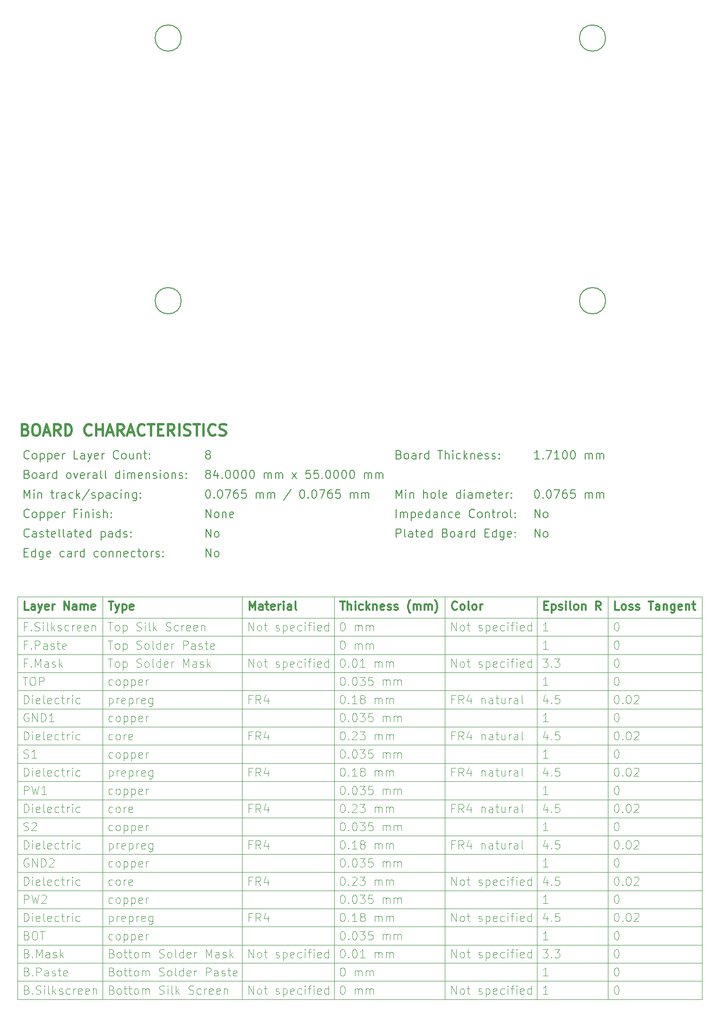
<source format=gbr>
%TF.GenerationSoftware,KiCad,Pcbnew,7.99.0-3958-g1df84f4d92*%
%TF.CreationDate,2023-12-24T00:45:37+01:00*%
%TF.ProjectId,SBC,5342432e-6b69-4636-9164-5f7063625858,rev?*%
%TF.SameCoordinates,Original*%
%TF.FileFunction,Other,Comment*%
%FSLAX46Y46*%
G04 Gerber Fmt 4.6, Leading zero omitted, Abs format (unit mm)*
G04 Created by KiCad (PCBNEW 7.99.0-3958-g1df84f4d92) date 2023-12-24 00:45:37*
%MOMM*%
%LPD*%
G01*
G04 APERTURE LIST*
%ADD10C,0.100000*%
%ADD11C,0.200000*%
%ADD12C,0.300000*%
%ADD13C,0.400000*%
%ADD14C,0.150000*%
G04 APERTURE END LIST*
D10*
X-11764286Y-53000000D02*
X-11764286Y-125000000D01*
X-27000000Y-56750000D02*
X95578575Y-56750000D01*
X-27000000Y-125000000D02*
X95578575Y-125000000D01*
X95578575Y-53000000D02*
X95578575Y-125000000D01*
X-27000000Y-102250000D02*
X95578575Y-102250000D01*
X-27000000Y-76250000D02*
X95578575Y-76250000D01*
X-27000000Y-105500000D02*
X95578575Y-105500000D01*
X-27000000Y-121750000D02*
X95578575Y-121750000D01*
X-27000000Y-89250000D02*
X95578575Y-89250000D01*
X-27000000Y-66500000D02*
X95578575Y-66500000D01*
X-27000000Y-63250000D02*
X95578575Y-63250000D01*
X29707143Y-53000000D02*
X29707143Y-125000000D01*
X-27000000Y-115250000D02*
X95578575Y-115250000D01*
X-27000000Y-108750000D02*
X95578575Y-108750000D01*
X-27000000Y-112000000D02*
X95578575Y-112000000D01*
X-27000000Y-99000000D02*
X95578575Y-99000000D01*
X-27000000Y-69750000D02*
X95578575Y-69750000D01*
X-27000000Y-95750000D02*
X95578575Y-95750000D01*
X-27000000Y-53000000D02*
X95578575Y-53000000D01*
X-27000000Y-79500000D02*
X95578575Y-79500000D01*
X-27000000Y-92500000D02*
X95578575Y-92500000D01*
X-27000000Y-118500000D02*
X95578575Y-118500000D01*
X49585715Y-53000000D02*
X49585715Y-125000000D01*
X-27000000Y-53000000D02*
X-27000000Y-125000000D01*
X-27000000Y-82750000D02*
X95578575Y-82750000D01*
X-27000000Y-73000000D02*
X95578575Y-73000000D01*
X-27000000Y-86000000D02*
X95578575Y-86000000D01*
X78771431Y-53000000D02*
X78771431Y-125000000D01*
X66035716Y-53000000D02*
X66035716Y-125000000D01*
X13257142Y-53000000D02*
X13257142Y-125000000D01*
X-27000000Y-60000000D02*
X95578575Y-60000000D01*
X-9948497Y-68744800D02*
X-10091355Y-68816228D01*
X-10091355Y-68816228D02*
X-10377069Y-68816228D01*
X-10377069Y-68816228D02*
X-10519926Y-68744800D01*
X-10519926Y-68744800D02*
X-10591355Y-68673371D01*
X-10591355Y-68673371D02*
X-10662783Y-68530514D01*
X-10662783Y-68530514D02*
X-10662783Y-68101942D01*
X-10662783Y-68101942D02*
X-10591355Y-67959085D01*
X-10591355Y-67959085D02*
X-10519926Y-67887657D01*
X-10519926Y-67887657D02*
X-10377069Y-67816228D01*
X-10377069Y-67816228D02*
X-10091355Y-67816228D01*
X-10091355Y-67816228D02*
X-9948497Y-67887657D01*
X-9091355Y-68816228D02*
X-9234212Y-68744800D01*
X-9234212Y-68744800D02*
X-9305641Y-68673371D01*
X-9305641Y-68673371D02*
X-9377069Y-68530514D01*
X-9377069Y-68530514D02*
X-9377069Y-68101942D01*
X-9377069Y-68101942D02*
X-9305641Y-67959085D01*
X-9305641Y-67959085D02*
X-9234212Y-67887657D01*
X-9234212Y-67887657D02*
X-9091355Y-67816228D01*
X-9091355Y-67816228D02*
X-8877069Y-67816228D01*
X-8877069Y-67816228D02*
X-8734212Y-67887657D01*
X-8734212Y-67887657D02*
X-8662783Y-67959085D01*
X-8662783Y-67959085D02*
X-8591355Y-68101942D01*
X-8591355Y-68101942D02*
X-8591355Y-68530514D01*
X-8591355Y-68530514D02*
X-8662783Y-68673371D01*
X-8662783Y-68673371D02*
X-8734212Y-68744800D01*
X-8734212Y-68744800D02*
X-8877069Y-68816228D01*
X-8877069Y-68816228D02*
X-9091355Y-68816228D01*
X-7948498Y-67816228D02*
X-7948498Y-69316228D01*
X-7948498Y-67887657D02*
X-7805640Y-67816228D01*
X-7805640Y-67816228D02*
X-7519926Y-67816228D01*
X-7519926Y-67816228D02*
X-7377069Y-67887657D01*
X-7377069Y-67887657D02*
X-7305640Y-67959085D01*
X-7305640Y-67959085D02*
X-7234212Y-68101942D01*
X-7234212Y-68101942D02*
X-7234212Y-68530514D01*
X-7234212Y-68530514D02*
X-7305640Y-68673371D01*
X-7305640Y-68673371D02*
X-7377069Y-68744800D01*
X-7377069Y-68744800D02*
X-7519926Y-68816228D01*
X-7519926Y-68816228D02*
X-7805640Y-68816228D01*
X-7805640Y-68816228D02*
X-7948498Y-68744800D01*
X-6591355Y-67816228D02*
X-6591355Y-69316228D01*
X-6591355Y-67887657D02*
X-6448497Y-67816228D01*
X-6448497Y-67816228D02*
X-6162783Y-67816228D01*
X-6162783Y-67816228D02*
X-6019926Y-67887657D01*
X-6019926Y-67887657D02*
X-5948497Y-67959085D01*
X-5948497Y-67959085D02*
X-5877069Y-68101942D01*
X-5877069Y-68101942D02*
X-5877069Y-68530514D01*
X-5877069Y-68530514D02*
X-5948497Y-68673371D01*
X-5948497Y-68673371D02*
X-6019926Y-68744800D01*
X-6019926Y-68744800D02*
X-6162783Y-68816228D01*
X-6162783Y-68816228D02*
X-6448497Y-68816228D01*
X-6448497Y-68816228D02*
X-6591355Y-68744800D01*
X-4662783Y-68744800D02*
X-4805640Y-68816228D01*
X-4805640Y-68816228D02*
X-5091354Y-68816228D01*
X-5091354Y-68816228D02*
X-5234212Y-68744800D01*
X-5234212Y-68744800D02*
X-5305640Y-68601942D01*
X-5305640Y-68601942D02*
X-5305640Y-68030514D01*
X-5305640Y-68030514D02*
X-5234212Y-67887657D01*
X-5234212Y-67887657D02*
X-5091354Y-67816228D01*
X-5091354Y-67816228D02*
X-4805640Y-67816228D01*
X-4805640Y-67816228D02*
X-4662783Y-67887657D01*
X-4662783Y-67887657D02*
X-4591354Y-68030514D01*
X-4591354Y-68030514D02*
X-4591354Y-68173371D01*
X-4591354Y-68173371D02*
X-5305640Y-68316228D01*
X-3948498Y-68816228D02*
X-3948498Y-67816228D01*
X-3948498Y-68101942D02*
X-3877069Y-67959085D01*
X-3877069Y-67959085D02*
X-3805640Y-67887657D01*
X-3805640Y-67887657D02*
X-3662783Y-67816228D01*
X-3662783Y-67816228D02*
X-3519926Y-67816228D01*
D11*
X66481573Y-28311028D02*
X65624430Y-28311028D01*
X66053001Y-28311028D02*
X66053001Y-26811028D01*
X66053001Y-26811028D02*
X65910144Y-27025314D01*
X65910144Y-27025314D02*
X65767287Y-27168171D01*
X65767287Y-27168171D02*
X65624430Y-27239600D01*
X67124429Y-28168171D02*
X67195858Y-28239600D01*
X67195858Y-28239600D02*
X67124429Y-28311028D01*
X67124429Y-28311028D02*
X67053001Y-28239600D01*
X67053001Y-28239600D02*
X67124429Y-28168171D01*
X67124429Y-28168171D02*
X67124429Y-28311028D01*
X67695858Y-26811028D02*
X68695858Y-26811028D01*
X68695858Y-26811028D02*
X68053001Y-28311028D01*
X70053001Y-28311028D02*
X69195858Y-28311028D01*
X69624429Y-28311028D02*
X69624429Y-26811028D01*
X69624429Y-26811028D02*
X69481572Y-27025314D01*
X69481572Y-27025314D02*
X69338715Y-27168171D01*
X69338715Y-27168171D02*
X69195858Y-27239600D01*
X70981572Y-26811028D02*
X71124429Y-26811028D01*
X71124429Y-26811028D02*
X71267286Y-26882457D01*
X71267286Y-26882457D02*
X71338715Y-26953885D01*
X71338715Y-26953885D02*
X71410143Y-27096742D01*
X71410143Y-27096742D02*
X71481572Y-27382457D01*
X71481572Y-27382457D02*
X71481572Y-27739600D01*
X71481572Y-27739600D02*
X71410143Y-28025314D01*
X71410143Y-28025314D02*
X71338715Y-28168171D01*
X71338715Y-28168171D02*
X71267286Y-28239600D01*
X71267286Y-28239600D02*
X71124429Y-28311028D01*
X71124429Y-28311028D02*
X70981572Y-28311028D01*
X70981572Y-28311028D02*
X70838715Y-28239600D01*
X70838715Y-28239600D02*
X70767286Y-28168171D01*
X70767286Y-28168171D02*
X70695857Y-28025314D01*
X70695857Y-28025314D02*
X70624429Y-27739600D01*
X70624429Y-27739600D02*
X70624429Y-27382457D01*
X70624429Y-27382457D02*
X70695857Y-27096742D01*
X70695857Y-27096742D02*
X70767286Y-26953885D01*
X70767286Y-26953885D02*
X70838715Y-26882457D01*
X70838715Y-26882457D02*
X70981572Y-26811028D01*
X72410143Y-26811028D02*
X72553000Y-26811028D01*
X72553000Y-26811028D02*
X72695857Y-26882457D01*
X72695857Y-26882457D02*
X72767286Y-26953885D01*
X72767286Y-26953885D02*
X72838714Y-27096742D01*
X72838714Y-27096742D02*
X72910143Y-27382457D01*
X72910143Y-27382457D02*
X72910143Y-27739600D01*
X72910143Y-27739600D02*
X72838714Y-28025314D01*
X72838714Y-28025314D02*
X72767286Y-28168171D01*
X72767286Y-28168171D02*
X72695857Y-28239600D01*
X72695857Y-28239600D02*
X72553000Y-28311028D01*
X72553000Y-28311028D02*
X72410143Y-28311028D01*
X72410143Y-28311028D02*
X72267286Y-28239600D01*
X72267286Y-28239600D02*
X72195857Y-28168171D01*
X72195857Y-28168171D02*
X72124428Y-28025314D01*
X72124428Y-28025314D02*
X72053000Y-27739600D01*
X72053000Y-27739600D02*
X72053000Y-27382457D01*
X72053000Y-27382457D02*
X72124428Y-27096742D01*
X72124428Y-27096742D02*
X72195857Y-26953885D01*
X72195857Y-26953885D02*
X72267286Y-26882457D01*
X72267286Y-26882457D02*
X72410143Y-26811028D01*
X74695856Y-28311028D02*
X74695856Y-27311028D01*
X74695856Y-27453885D02*
X74767285Y-27382457D01*
X74767285Y-27382457D02*
X74910142Y-27311028D01*
X74910142Y-27311028D02*
X75124428Y-27311028D01*
X75124428Y-27311028D02*
X75267285Y-27382457D01*
X75267285Y-27382457D02*
X75338714Y-27525314D01*
X75338714Y-27525314D02*
X75338714Y-28311028D01*
X75338714Y-27525314D02*
X75410142Y-27382457D01*
X75410142Y-27382457D02*
X75552999Y-27311028D01*
X75552999Y-27311028D02*
X75767285Y-27311028D01*
X75767285Y-27311028D02*
X75910142Y-27382457D01*
X75910142Y-27382457D02*
X75981571Y-27525314D01*
X75981571Y-27525314D02*
X75981571Y-28311028D01*
X76695856Y-28311028D02*
X76695856Y-27311028D01*
X76695856Y-27453885D02*
X76767285Y-27382457D01*
X76767285Y-27382457D02*
X76910142Y-27311028D01*
X76910142Y-27311028D02*
X77124428Y-27311028D01*
X77124428Y-27311028D02*
X77267285Y-27382457D01*
X77267285Y-27382457D02*
X77338714Y-27525314D01*
X77338714Y-27525314D02*
X77338714Y-28311028D01*
X77338714Y-27525314D02*
X77410142Y-27382457D01*
X77410142Y-27382457D02*
X77552999Y-27311028D01*
X77552999Y-27311028D02*
X77767285Y-27311028D01*
X77767285Y-27311028D02*
X77910142Y-27382457D01*
X77910142Y-27382457D02*
X77981571Y-27525314D01*
X77981571Y-27525314D02*
X77981571Y-28311028D01*
D10*
X31165789Y-103066228D02*
X31308646Y-103066228D01*
X31308646Y-103066228D02*
X31451503Y-103137657D01*
X31451503Y-103137657D02*
X31522932Y-103209085D01*
X31522932Y-103209085D02*
X31594360Y-103351942D01*
X31594360Y-103351942D02*
X31665789Y-103637657D01*
X31665789Y-103637657D02*
X31665789Y-103994800D01*
X31665789Y-103994800D02*
X31594360Y-104280514D01*
X31594360Y-104280514D02*
X31522932Y-104423371D01*
X31522932Y-104423371D02*
X31451503Y-104494800D01*
X31451503Y-104494800D02*
X31308646Y-104566228D01*
X31308646Y-104566228D02*
X31165789Y-104566228D01*
X31165789Y-104566228D02*
X31022932Y-104494800D01*
X31022932Y-104494800D02*
X30951503Y-104423371D01*
X30951503Y-104423371D02*
X30880074Y-104280514D01*
X30880074Y-104280514D02*
X30808646Y-103994800D01*
X30808646Y-103994800D02*
X30808646Y-103637657D01*
X30808646Y-103637657D02*
X30880074Y-103351942D01*
X30880074Y-103351942D02*
X30951503Y-103209085D01*
X30951503Y-103209085D02*
X31022932Y-103137657D01*
X31022932Y-103137657D02*
X31165789Y-103066228D01*
X32308645Y-104423371D02*
X32380074Y-104494800D01*
X32380074Y-104494800D02*
X32308645Y-104566228D01*
X32308645Y-104566228D02*
X32237217Y-104494800D01*
X32237217Y-104494800D02*
X32308645Y-104423371D01*
X32308645Y-104423371D02*
X32308645Y-104566228D01*
X32951503Y-103209085D02*
X33022931Y-103137657D01*
X33022931Y-103137657D02*
X33165789Y-103066228D01*
X33165789Y-103066228D02*
X33522931Y-103066228D01*
X33522931Y-103066228D02*
X33665789Y-103137657D01*
X33665789Y-103137657D02*
X33737217Y-103209085D01*
X33737217Y-103209085D02*
X33808646Y-103351942D01*
X33808646Y-103351942D02*
X33808646Y-103494800D01*
X33808646Y-103494800D02*
X33737217Y-103709085D01*
X33737217Y-103709085D02*
X32880074Y-104566228D01*
X32880074Y-104566228D02*
X33808646Y-104566228D01*
X34308645Y-103066228D02*
X35237217Y-103066228D01*
X35237217Y-103066228D02*
X34737217Y-103637657D01*
X34737217Y-103637657D02*
X34951502Y-103637657D01*
X34951502Y-103637657D02*
X35094360Y-103709085D01*
X35094360Y-103709085D02*
X35165788Y-103780514D01*
X35165788Y-103780514D02*
X35237217Y-103923371D01*
X35237217Y-103923371D02*
X35237217Y-104280514D01*
X35237217Y-104280514D02*
X35165788Y-104423371D01*
X35165788Y-104423371D02*
X35094360Y-104494800D01*
X35094360Y-104494800D02*
X34951502Y-104566228D01*
X34951502Y-104566228D02*
X34522931Y-104566228D01*
X34522931Y-104566228D02*
X34380074Y-104494800D01*
X34380074Y-104494800D02*
X34308645Y-104423371D01*
X37022930Y-104566228D02*
X37022930Y-103566228D01*
X37022930Y-103709085D02*
X37094359Y-103637657D01*
X37094359Y-103637657D02*
X37237216Y-103566228D01*
X37237216Y-103566228D02*
X37451502Y-103566228D01*
X37451502Y-103566228D02*
X37594359Y-103637657D01*
X37594359Y-103637657D02*
X37665788Y-103780514D01*
X37665788Y-103780514D02*
X37665788Y-104566228D01*
X37665788Y-103780514D02*
X37737216Y-103637657D01*
X37737216Y-103637657D02*
X37880073Y-103566228D01*
X37880073Y-103566228D02*
X38094359Y-103566228D01*
X38094359Y-103566228D02*
X38237216Y-103637657D01*
X38237216Y-103637657D02*
X38308645Y-103780514D01*
X38308645Y-103780514D02*
X38308645Y-104566228D01*
X39022930Y-104566228D02*
X39022930Y-103566228D01*
X39022930Y-103709085D02*
X39094359Y-103637657D01*
X39094359Y-103637657D02*
X39237216Y-103566228D01*
X39237216Y-103566228D02*
X39451502Y-103566228D01*
X39451502Y-103566228D02*
X39594359Y-103637657D01*
X39594359Y-103637657D02*
X39665788Y-103780514D01*
X39665788Y-103780514D02*
X39665788Y-104566228D01*
X39665788Y-103780514D02*
X39737216Y-103637657D01*
X39737216Y-103637657D02*
X39880073Y-103566228D01*
X39880073Y-103566228D02*
X40094359Y-103566228D01*
X40094359Y-103566228D02*
X40237216Y-103637657D01*
X40237216Y-103637657D02*
X40308645Y-103780514D01*
X40308645Y-103780514D02*
X40308645Y-104566228D01*
D11*
X-24904137Y-28168171D02*
X-24975565Y-28239600D01*
X-24975565Y-28239600D02*
X-25189851Y-28311028D01*
X-25189851Y-28311028D02*
X-25332708Y-28311028D01*
X-25332708Y-28311028D02*
X-25546994Y-28239600D01*
X-25546994Y-28239600D02*
X-25689851Y-28096742D01*
X-25689851Y-28096742D02*
X-25761280Y-27953885D01*
X-25761280Y-27953885D02*
X-25832708Y-27668171D01*
X-25832708Y-27668171D02*
X-25832708Y-27453885D01*
X-25832708Y-27453885D02*
X-25761280Y-27168171D01*
X-25761280Y-27168171D02*
X-25689851Y-27025314D01*
X-25689851Y-27025314D02*
X-25546994Y-26882457D01*
X-25546994Y-26882457D02*
X-25332708Y-26811028D01*
X-25332708Y-26811028D02*
X-25189851Y-26811028D01*
X-25189851Y-26811028D02*
X-24975565Y-26882457D01*
X-24975565Y-26882457D02*
X-24904137Y-26953885D01*
X-24046994Y-28311028D02*
X-24189851Y-28239600D01*
X-24189851Y-28239600D02*
X-24261280Y-28168171D01*
X-24261280Y-28168171D02*
X-24332708Y-28025314D01*
X-24332708Y-28025314D02*
X-24332708Y-27596742D01*
X-24332708Y-27596742D02*
X-24261280Y-27453885D01*
X-24261280Y-27453885D02*
X-24189851Y-27382457D01*
X-24189851Y-27382457D02*
X-24046994Y-27311028D01*
X-24046994Y-27311028D02*
X-23832708Y-27311028D01*
X-23832708Y-27311028D02*
X-23689851Y-27382457D01*
X-23689851Y-27382457D02*
X-23618422Y-27453885D01*
X-23618422Y-27453885D02*
X-23546994Y-27596742D01*
X-23546994Y-27596742D02*
X-23546994Y-28025314D01*
X-23546994Y-28025314D02*
X-23618422Y-28168171D01*
X-23618422Y-28168171D02*
X-23689851Y-28239600D01*
X-23689851Y-28239600D02*
X-23832708Y-28311028D01*
X-23832708Y-28311028D02*
X-24046994Y-28311028D01*
X-22904137Y-27311028D02*
X-22904137Y-28811028D01*
X-22904137Y-27382457D02*
X-22761279Y-27311028D01*
X-22761279Y-27311028D02*
X-22475565Y-27311028D01*
X-22475565Y-27311028D02*
X-22332708Y-27382457D01*
X-22332708Y-27382457D02*
X-22261279Y-27453885D01*
X-22261279Y-27453885D02*
X-22189851Y-27596742D01*
X-22189851Y-27596742D02*
X-22189851Y-28025314D01*
X-22189851Y-28025314D02*
X-22261279Y-28168171D01*
X-22261279Y-28168171D02*
X-22332708Y-28239600D01*
X-22332708Y-28239600D02*
X-22475565Y-28311028D01*
X-22475565Y-28311028D02*
X-22761279Y-28311028D01*
X-22761279Y-28311028D02*
X-22904137Y-28239600D01*
X-21546994Y-27311028D02*
X-21546994Y-28811028D01*
X-21546994Y-27382457D02*
X-21404136Y-27311028D01*
X-21404136Y-27311028D02*
X-21118422Y-27311028D01*
X-21118422Y-27311028D02*
X-20975565Y-27382457D01*
X-20975565Y-27382457D02*
X-20904136Y-27453885D01*
X-20904136Y-27453885D02*
X-20832708Y-27596742D01*
X-20832708Y-27596742D02*
X-20832708Y-28025314D01*
X-20832708Y-28025314D02*
X-20904136Y-28168171D01*
X-20904136Y-28168171D02*
X-20975565Y-28239600D01*
X-20975565Y-28239600D02*
X-21118422Y-28311028D01*
X-21118422Y-28311028D02*
X-21404136Y-28311028D01*
X-21404136Y-28311028D02*
X-21546994Y-28239600D01*
X-19618422Y-28239600D02*
X-19761279Y-28311028D01*
X-19761279Y-28311028D02*
X-20046993Y-28311028D01*
X-20046993Y-28311028D02*
X-20189851Y-28239600D01*
X-20189851Y-28239600D02*
X-20261279Y-28096742D01*
X-20261279Y-28096742D02*
X-20261279Y-27525314D01*
X-20261279Y-27525314D02*
X-20189851Y-27382457D01*
X-20189851Y-27382457D02*
X-20046993Y-27311028D01*
X-20046993Y-27311028D02*
X-19761279Y-27311028D01*
X-19761279Y-27311028D02*
X-19618422Y-27382457D01*
X-19618422Y-27382457D02*
X-19546993Y-27525314D01*
X-19546993Y-27525314D02*
X-19546993Y-27668171D01*
X-19546993Y-27668171D02*
X-20261279Y-27811028D01*
X-18904137Y-28311028D02*
X-18904137Y-27311028D01*
X-18904137Y-27596742D02*
X-18832708Y-27453885D01*
X-18832708Y-27453885D02*
X-18761279Y-27382457D01*
X-18761279Y-27382457D02*
X-18618422Y-27311028D01*
X-18618422Y-27311028D02*
X-18475565Y-27311028D01*
X-16118423Y-28311028D02*
X-16832709Y-28311028D01*
X-16832709Y-28311028D02*
X-16832709Y-26811028D01*
X-14975565Y-28311028D02*
X-14975565Y-27525314D01*
X-14975565Y-27525314D02*
X-15046994Y-27382457D01*
X-15046994Y-27382457D02*
X-15189851Y-27311028D01*
X-15189851Y-27311028D02*
X-15475565Y-27311028D01*
X-15475565Y-27311028D02*
X-15618423Y-27382457D01*
X-14975565Y-28239600D02*
X-15118423Y-28311028D01*
X-15118423Y-28311028D02*
X-15475565Y-28311028D01*
X-15475565Y-28311028D02*
X-15618423Y-28239600D01*
X-15618423Y-28239600D02*
X-15689851Y-28096742D01*
X-15689851Y-28096742D02*
X-15689851Y-27953885D01*
X-15689851Y-27953885D02*
X-15618423Y-27811028D01*
X-15618423Y-27811028D02*
X-15475565Y-27739600D01*
X-15475565Y-27739600D02*
X-15118423Y-27739600D01*
X-15118423Y-27739600D02*
X-14975565Y-27668171D01*
X-14404137Y-27311028D02*
X-14046994Y-28311028D01*
X-13689851Y-27311028D02*
X-14046994Y-28311028D01*
X-14046994Y-28311028D02*
X-14189851Y-28668171D01*
X-14189851Y-28668171D02*
X-14261280Y-28739600D01*
X-14261280Y-28739600D02*
X-14404137Y-28811028D01*
X-12546994Y-28239600D02*
X-12689851Y-28311028D01*
X-12689851Y-28311028D02*
X-12975565Y-28311028D01*
X-12975565Y-28311028D02*
X-13118423Y-28239600D01*
X-13118423Y-28239600D02*
X-13189851Y-28096742D01*
X-13189851Y-28096742D02*
X-13189851Y-27525314D01*
X-13189851Y-27525314D02*
X-13118423Y-27382457D01*
X-13118423Y-27382457D02*
X-12975565Y-27311028D01*
X-12975565Y-27311028D02*
X-12689851Y-27311028D01*
X-12689851Y-27311028D02*
X-12546994Y-27382457D01*
X-12546994Y-27382457D02*
X-12475565Y-27525314D01*
X-12475565Y-27525314D02*
X-12475565Y-27668171D01*
X-12475565Y-27668171D02*
X-13189851Y-27811028D01*
X-11832709Y-28311028D02*
X-11832709Y-27311028D01*
X-11832709Y-27596742D02*
X-11761280Y-27453885D01*
X-11761280Y-27453885D02*
X-11689851Y-27382457D01*
X-11689851Y-27382457D02*
X-11546994Y-27311028D01*
X-11546994Y-27311028D02*
X-11404137Y-27311028D01*
X-8904138Y-28168171D02*
X-8975566Y-28239600D01*
X-8975566Y-28239600D02*
X-9189852Y-28311028D01*
X-9189852Y-28311028D02*
X-9332709Y-28311028D01*
X-9332709Y-28311028D02*
X-9546995Y-28239600D01*
X-9546995Y-28239600D02*
X-9689852Y-28096742D01*
X-9689852Y-28096742D02*
X-9761281Y-27953885D01*
X-9761281Y-27953885D02*
X-9832709Y-27668171D01*
X-9832709Y-27668171D02*
X-9832709Y-27453885D01*
X-9832709Y-27453885D02*
X-9761281Y-27168171D01*
X-9761281Y-27168171D02*
X-9689852Y-27025314D01*
X-9689852Y-27025314D02*
X-9546995Y-26882457D01*
X-9546995Y-26882457D02*
X-9332709Y-26811028D01*
X-9332709Y-26811028D02*
X-9189852Y-26811028D01*
X-9189852Y-26811028D02*
X-8975566Y-26882457D01*
X-8975566Y-26882457D02*
X-8904138Y-26953885D01*
X-8046995Y-28311028D02*
X-8189852Y-28239600D01*
X-8189852Y-28239600D02*
X-8261281Y-28168171D01*
X-8261281Y-28168171D02*
X-8332709Y-28025314D01*
X-8332709Y-28025314D02*
X-8332709Y-27596742D01*
X-8332709Y-27596742D02*
X-8261281Y-27453885D01*
X-8261281Y-27453885D02*
X-8189852Y-27382457D01*
X-8189852Y-27382457D02*
X-8046995Y-27311028D01*
X-8046995Y-27311028D02*
X-7832709Y-27311028D01*
X-7832709Y-27311028D02*
X-7689852Y-27382457D01*
X-7689852Y-27382457D02*
X-7618423Y-27453885D01*
X-7618423Y-27453885D02*
X-7546995Y-27596742D01*
X-7546995Y-27596742D02*
X-7546995Y-28025314D01*
X-7546995Y-28025314D02*
X-7618423Y-28168171D01*
X-7618423Y-28168171D02*
X-7689852Y-28239600D01*
X-7689852Y-28239600D02*
X-7832709Y-28311028D01*
X-7832709Y-28311028D02*
X-8046995Y-28311028D01*
X-6261280Y-27311028D02*
X-6261280Y-28311028D01*
X-6904138Y-27311028D02*
X-6904138Y-28096742D01*
X-6904138Y-28096742D02*
X-6832709Y-28239600D01*
X-6832709Y-28239600D02*
X-6689852Y-28311028D01*
X-6689852Y-28311028D02*
X-6475566Y-28311028D01*
X-6475566Y-28311028D02*
X-6332709Y-28239600D01*
X-6332709Y-28239600D02*
X-6261280Y-28168171D01*
X-5546995Y-27311028D02*
X-5546995Y-28311028D01*
X-5546995Y-27453885D02*
X-5475566Y-27382457D01*
X-5475566Y-27382457D02*
X-5332709Y-27311028D01*
X-5332709Y-27311028D02*
X-5118423Y-27311028D01*
X-5118423Y-27311028D02*
X-4975566Y-27382457D01*
X-4975566Y-27382457D02*
X-4904137Y-27525314D01*
X-4904137Y-27525314D02*
X-4904137Y-28311028D01*
X-4404137Y-27311028D02*
X-3832709Y-27311028D01*
X-4189852Y-26811028D02*
X-4189852Y-28096742D01*
X-4189852Y-28096742D02*
X-4118423Y-28239600D01*
X-4118423Y-28239600D02*
X-3975566Y-28311028D01*
X-3975566Y-28311028D02*
X-3832709Y-28311028D01*
X-3332709Y-28168171D02*
X-3261280Y-28239600D01*
X-3261280Y-28239600D02*
X-3332709Y-28311028D01*
X-3332709Y-28311028D02*
X-3404137Y-28239600D01*
X-3404137Y-28239600D02*
X-3332709Y-28168171D01*
X-3332709Y-28168171D02*
X-3332709Y-28311028D01*
X-3332709Y-27382457D02*
X-3261280Y-27453885D01*
X-3261280Y-27453885D02*
X-3332709Y-27525314D01*
X-3332709Y-27525314D02*
X-3404137Y-27453885D01*
X-3404137Y-27453885D02*
X-3332709Y-27382457D01*
X-3332709Y-27382457D02*
X-3332709Y-27525314D01*
D10*
X14930073Y-71280514D02*
X14430073Y-71280514D01*
X14430073Y-72066228D02*
X14430073Y-70566228D01*
X14430073Y-70566228D02*
X15144359Y-70566228D01*
X16572930Y-72066228D02*
X16072930Y-71351942D01*
X15715787Y-72066228D02*
X15715787Y-70566228D01*
X15715787Y-70566228D02*
X16287216Y-70566228D01*
X16287216Y-70566228D02*
X16430073Y-70637657D01*
X16430073Y-70637657D02*
X16501502Y-70709085D01*
X16501502Y-70709085D02*
X16572930Y-70851942D01*
X16572930Y-70851942D02*
X16572930Y-71066228D01*
X16572930Y-71066228D02*
X16501502Y-71209085D01*
X16501502Y-71209085D02*
X16430073Y-71280514D01*
X16430073Y-71280514D02*
X16287216Y-71351942D01*
X16287216Y-71351942D02*
X15715787Y-71351942D01*
X17858645Y-71066228D02*
X17858645Y-72066228D01*
X17501502Y-70494800D02*
X17144359Y-71566228D01*
X17144359Y-71566228D02*
X18072930Y-71566228D01*
X-9948497Y-75244800D02*
X-10091355Y-75316228D01*
X-10091355Y-75316228D02*
X-10377069Y-75316228D01*
X-10377069Y-75316228D02*
X-10519926Y-75244800D01*
X-10519926Y-75244800D02*
X-10591355Y-75173371D01*
X-10591355Y-75173371D02*
X-10662783Y-75030514D01*
X-10662783Y-75030514D02*
X-10662783Y-74601942D01*
X-10662783Y-74601942D02*
X-10591355Y-74459085D01*
X-10591355Y-74459085D02*
X-10519926Y-74387657D01*
X-10519926Y-74387657D02*
X-10377069Y-74316228D01*
X-10377069Y-74316228D02*
X-10091355Y-74316228D01*
X-10091355Y-74316228D02*
X-9948497Y-74387657D01*
X-9091355Y-75316228D02*
X-9234212Y-75244800D01*
X-9234212Y-75244800D02*
X-9305641Y-75173371D01*
X-9305641Y-75173371D02*
X-9377069Y-75030514D01*
X-9377069Y-75030514D02*
X-9377069Y-74601942D01*
X-9377069Y-74601942D02*
X-9305641Y-74459085D01*
X-9305641Y-74459085D02*
X-9234212Y-74387657D01*
X-9234212Y-74387657D02*
X-9091355Y-74316228D01*
X-9091355Y-74316228D02*
X-8877069Y-74316228D01*
X-8877069Y-74316228D02*
X-8734212Y-74387657D01*
X-8734212Y-74387657D02*
X-8662783Y-74459085D01*
X-8662783Y-74459085D02*
X-8591355Y-74601942D01*
X-8591355Y-74601942D02*
X-8591355Y-75030514D01*
X-8591355Y-75030514D02*
X-8662783Y-75173371D01*
X-8662783Y-75173371D02*
X-8734212Y-75244800D01*
X-8734212Y-75244800D02*
X-8877069Y-75316228D01*
X-8877069Y-75316228D02*
X-9091355Y-75316228D01*
X-7948498Y-74316228D02*
X-7948498Y-75816228D01*
X-7948498Y-74387657D02*
X-7805640Y-74316228D01*
X-7805640Y-74316228D02*
X-7519926Y-74316228D01*
X-7519926Y-74316228D02*
X-7377069Y-74387657D01*
X-7377069Y-74387657D02*
X-7305640Y-74459085D01*
X-7305640Y-74459085D02*
X-7234212Y-74601942D01*
X-7234212Y-74601942D02*
X-7234212Y-75030514D01*
X-7234212Y-75030514D02*
X-7305640Y-75173371D01*
X-7305640Y-75173371D02*
X-7377069Y-75244800D01*
X-7377069Y-75244800D02*
X-7519926Y-75316228D01*
X-7519926Y-75316228D02*
X-7805640Y-75316228D01*
X-7805640Y-75316228D02*
X-7948498Y-75244800D01*
X-6591355Y-74316228D02*
X-6591355Y-75816228D01*
X-6591355Y-74387657D02*
X-6448497Y-74316228D01*
X-6448497Y-74316228D02*
X-6162783Y-74316228D01*
X-6162783Y-74316228D02*
X-6019926Y-74387657D01*
X-6019926Y-74387657D02*
X-5948497Y-74459085D01*
X-5948497Y-74459085D02*
X-5877069Y-74601942D01*
X-5877069Y-74601942D02*
X-5877069Y-75030514D01*
X-5877069Y-75030514D02*
X-5948497Y-75173371D01*
X-5948497Y-75173371D02*
X-6019926Y-75244800D01*
X-6019926Y-75244800D02*
X-6162783Y-75316228D01*
X-6162783Y-75316228D02*
X-6448497Y-75316228D01*
X-6448497Y-75316228D02*
X-6591355Y-75244800D01*
X-4662783Y-75244800D02*
X-4805640Y-75316228D01*
X-4805640Y-75316228D02*
X-5091354Y-75316228D01*
X-5091354Y-75316228D02*
X-5234212Y-75244800D01*
X-5234212Y-75244800D02*
X-5305640Y-75101942D01*
X-5305640Y-75101942D02*
X-5305640Y-74530514D01*
X-5305640Y-74530514D02*
X-5234212Y-74387657D01*
X-5234212Y-74387657D02*
X-5091354Y-74316228D01*
X-5091354Y-74316228D02*
X-4805640Y-74316228D01*
X-4805640Y-74316228D02*
X-4662783Y-74387657D01*
X-4662783Y-74387657D02*
X-4591354Y-74530514D01*
X-4591354Y-74530514D02*
X-4591354Y-74673371D01*
X-4591354Y-74673371D02*
X-5305640Y-74816228D01*
X-3948498Y-75316228D02*
X-3948498Y-74316228D01*
X-3948498Y-74601942D02*
X-3877069Y-74459085D01*
X-3877069Y-74459085D02*
X-3805640Y-74387657D01*
X-3805640Y-74387657D02*
X-3662783Y-74316228D01*
X-3662783Y-74316228D02*
X-3519926Y-74316228D01*
X-25827069Y-72066228D02*
X-25827069Y-70566228D01*
X-25827069Y-70566228D02*
X-25469926Y-70566228D01*
X-25469926Y-70566228D02*
X-25255640Y-70637657D01*
X-25255640Y-70637657D02*
X-25112783Y-70780514D01*
X-25112783Y-70780514D02*
X-25041354Y-70923371D01*
X-25041354Y-70923371D02*
X-24969926Y-71209085D01*
X-24969926Y-71209085D02*
X-24969926Y-71423371D01*
X-24969926Y-71423371D02*
X-25041354Y-71709085D01*
X-25041354Y-71709085D02*
X-25112783Y-71851942D01*
X-25112783Y-71851942D02*
X-25255640Y-71994800D01*
X-25255640Y-71994800D02*
X-25469926Y-72066228D01*
X-25469926Y-72066228D02*
X-25827069Y-72066228D01*
X-24327069Y-72066228D02*
X-24327069Y-71066228D01*
X-24327069Y-70566228D02*
X-24398497Y-70637657D01*
X-24398497Y-70637657D02*
X-24327069Y-70709085D01*
X-24327069Y-70709085D02*
X-24255640Y-70637657D01*
X-24255640Y-70637657D02*
X-24327069Y-70566228D01*
X-24327069Y-70566228D02*
X-24327069Y-70709085D01*
X-23041354Y-71994800D02*
X-23184211Y-72066228D01*
X-23184211Y-72066228D02*
X-23469925Y-72066228D01*
X-23469925Y-72066228D02*
X-23612783Y-71994800D01*
X-23612783Y-71994800D02*
X-23684211Y-71851942D01*
X-23684211Y-71851942D02*
X-23684211Y-71280514D01*
X-23684211Y-71280514D02*
X-23612783Y-71137657D01*
X-23612783Y-71137657D02*
X-23469925Y-71066228D01*
X-23469925Y-71066228D02*
X-23184211Y-71066228D01*
X-23184211Y-71066228D02*
X-23041354Y-71137657D01*
X-23041354Y-71137657D02*
X-22969925Y-71280514D01*
X-22969925Y-71280514D02*
X-22969925Y-71423371D01*
X-22969925Y-71423371D02*
X-23684211Y-71566228D01*
X-22112783Y-72066228D02*
X-22255640Y-71994800D01*
X-22255640Y-71994800D02*
X-22327069Y-71851942D01*
X-22327069Y-71851942D02*
X-22327069Y-70566228D01*
X-20969926Y-71994800D02*
X-21112783Y-72066228D01*
X-21112783Y-72066228D02*
X-21398497Y-72066228D01*
X-21398497Y-72066228D02*
X-21541355Y-71994800D01*
X-21541355Y-71994800D02*
X-21612783Y-71851942D01*
X-21612783Y-71851942D02*
X-21612783Y-71280514D01*
X-21612783Y-71280514D02*
X-21541355Y-71137657D01*
X-21541355Y-71137657D02*
X-21398497Y-71066228D01*
X-21398497Y-71066228D02*
X-21112783Y-71066228D01*
X-21112783Y-71066228D02*
X-20969926Y-71137657D01*
X-20969926Y-71137657D02*
X-20898497Y-71280514D01*
X-20898497Y-71280514D02*
X-20898497Y-71423371D01*
X-20898497Y-71423371D02*
X-21612783Y-71566228D01*
X-19612783Y-71994800D02*
X-19755641Y-72066228D01*
X-19755641Y-72066228D02*
X-20041355Y-72066228D01*
X-20041355Y-72066228D02*
X-20184212Y-71994800D01*
X-20184212Y-71994800D02*
X-20255641Y-71923371D01*
X-20255641Y-71923371D02*
X-20327069Y-71780514D01*
X-20327069Y-71780514D02*
X-20327069Y-71351942D01*
X-20327069Y-71351942D02*
X-20255641Y-71209085D01*
X-20255641Y-71209085D02*
X-20184212Y-71137657D01*
X-20184212Y-71137657D02*
X-20041355Y-71066228D01*
X-20041355Y-71066228D02*
X-19755641Y-71066228D01*
X-19755641Y-71066228D02*
X-19612783Y-71137657D01*
X-19184212Y-71066228D02*
X-18612784Y-71066228D01*
X-18969927Y-70566228D02*
X-18969927Y-71851942D01*
X-18969927Y-71851942D02*
X-18898498Y-71994800D01*
X-18898498Y-71994800D02*
X-18755641Y-72066228D01*
X-18755641Y-72066228D02*
X-18612784Y-72066228D01*
X-18112784Y-72066228D02*
X-18112784Y-71066228D01*
X-18112784Y-71351942D02*
X-18041355Y-71209085D01*
X-18041355Y-71209085D02*
X-17969926Y-71137657D01*
X-17969926Y-71137657D02*
X-17827069Y-71066228D01*
X-17827069Y-71066228D02*
X-17684212Y-71066228D01*
X-17184213Y-72066228D02*
X-17184213Y-71066228D01*
X-17184213Y-70566228D02*
X-17255641Y-70637657D01*
X-17255641Y-70637657D02*
X-17184213Y-70709085D01*
X-17184213Y-70709085D02*
X-17112784Y-70637657D01*
X-17112784Y-70637657D02*
X-17184213Y-70566228D01*
X-17184213Y-70566228D02*
X-17184213Y-70709085D01*
X-15827069Y-71994800D02*
X-15969927Y-72066228D01*
X-15969927Y-72066228D02*
X-16255641Y-72066228D01*
X-16255641Y-72066228D02*
X-16398498Y-71994800D01*
X-16398498Y-71994800D02*
X-16469927Y-71923371D01*
X-16469927Y-71923371D02*
X-16541355Y-71780514D01*
X-16541355Y-71780514D02*
X-16541355Y-71351942D01*
X-16541355Y-71351942D02*
X-16469927Y-71209085D01*
X-16469927Y-71209085D02*
X-16398498Y-71137657D01*
X-16398498Y-71137657D02*
X-16255641Y-71066228D01*
X-16255641Y-71066228D02*
X-15969927Y-71066228D01*
X-15969927Y-71066228D02*
X-15827069Y-71137657D01*
D11*
X-24904137Y-38668171D02*
X-24975565Y-38739600D01*
X-24975565Y-38739600D02*
X-25189851Y-38811028D01*
X-25189851Y-38811028D02*
X-25332708Y-38811028D01*
X-25332708Y-38811028D02*
X-25546994Y-38739600D01*
X-25546994Y-38739600D02*
X-25689851Y-38596742D01*
X-25689851Y-38596742D02*
X-25761280Y-38453885D01*
X-25761280Y-38453885D02*
X-25832708Y-38168171D01*
X-25832708Y-38168171D02*
X-25832708Y-37953885D01*
X-25832708Y-37953885D02*
X-25761280Y-37668171D01*
X-25761280Y-37668171D02*
X-25689851Y-37525314D01*
X-25689851Y-37525314D02*
X-25546994Y-37382457D01*
X-25546994Y-37382457D02*
X-25332708Y-37311028D01*
X-25332708Y-37311028D02*
X-25189851Y-37311028D01*
X-25189851Y-37311028D02*
X-24975565Y-37382457D01*
X-24975565Y-37382457D02*
X-24904137Y-37453885D01*
X-24046994Y-38811028D02*
X-24189851Y-38739600D01*
X-24189851Y-38739600D02*
X-24261280Y-38668171D01*
X-24261280Y-38668171D02*
X-24332708Y-38525314D01*
X-24332708Y-38525314D02*
X-24332708Y-38096742D01*
X-24332708Y-38096742D02*
X-24261280Y-37953885D01*
X-24261280Y-37953885D02*
X-24189851Y-37882457D01*
X-24189851Y-37882457D02*
X-24046994Y-37811028D01*
X-24046994Y-37811028D02*
X-23832708Y-37811028D01*
X-23832708Y-37811028D02*
X-23689851Y-37882457D01*
X-23689851Y-37882457D02*
X-23618422Y-37953885D01*
X-23618422Y-37953885D02*
X-23546994Y-38096742D01*
X-23546994Y-38096742D02*
X-23546994Y-38525314D01*
X-23546994Y-38525314D02*
X-23618422Y-38668171D01*
X-23618422Y-38668171D02*
X-23689851Y-38739600D01*
X-23689851Y-38739600D02*
X-23832708Y-38811028D01*
X-23832708Y-38811028D02*
X-24046994Y-38811028D01*
X-22904137Y-37811028D02*
X-22904137Y-39311028D01*
X-22904137Y-37882457D02*
X-22761279Y-37811028D01*
X-22761279Y-37811028D02*
X-22475565Y-37811028D01*
X-22475565Y-37811028D02*
X-22332708Y-37882457D01*
X-22332708Y-37882457D02*
X-22261279Y-37953885D01*
X-22261279Y-37953885D02*
X-22189851Y-38096742D01*
X-22189851Y-38096742D02*
X-22189851Y-38525314D01*
X-22189851Y-38525314D02*
X-22261279Y-38668171D01*
X-22261279Y-38668171D02*
X-22332708Y-38739600D01*
X-22332708Y-38739600D02*
X-22475565Y-38811028D01*
X-22475565Y-38811028D02*
X-22761279Y-38811028D01*
X-22761279Y-38811028D02*
X-22904137Y-38739600D01*
X-21546994Y-37811028D02*
X-21546994Y-39311028D01*
X-21546994Y-37882457D02*
X-21404136Y-37811028D01*
X-21404136Y-37811028D02*
X-21118422Y-37811028D01*
X-21118422Y-37811028D02*
X-20975565Y-37882457D01*
X-20975565Y-37882457D02*
X-20904136Y-37953885D01*
X-20904136Y-37953885D02*
X-20832708Y-38096742D01*
X-20832708Y-38096742D02*
X-20832708Y-38525314D01*
X-20832708Y-38525314D02*
X-20904136Y-38668171D01*
X-20904136Y-38668171D02*
X-20975565Y-38739600D01*
X-20975565Y-38739600D02*
X-21118422Y-38811028D01*
X-21118422Y-38811028D02*
X-21404136Y-38811028D01*
X-21404136Y-38811028D02*
X-21546994Y-38739600D01*
X-19618422Y-38739600D02*
X-19761279Y-38811028D01*
X-19761279Y-38811028D02*
X-20046993Y-38811028D01*
X-20046993Y-38811028D02*
X-20189851Y-38739600D01*
X-20189851Y-38739600D02*
X-20261279Y-38596742D01*
X-20261279Y-38596742D02*
X-20261279Y-38025314D01*
X-20261279Y-38025314D02*
X-20189851Y-37882457D01*
X-20189851Y-37882457D02*
X-20046993Y-37811028D01*
X-20046993Y-37811028D02*
X-19761279Y-37811028D01*
X-19761279Y-37811028D02*
X-19618422Y-37882457D01*
X-19618422Y-37882457D02*
X-19546993Y-38025314D01*
X-19546993Y-38025314D02*
X-19546993Y-38168171D01*
X-19546993Y-38168171D02*
X-20261279Y-38311028D01*
X-18904137Y-38811028D02*
X-18904137Y-37811028D01*
X-18904137Y-38096742D02*
X-18832708Y-37953885D01*
X-18832708Y-37953885D02*
X-18761279Y-37882457D01*
X-18761279Y-37882457D02*
X-18618422Y-37811028D01*
X-18618422Y-37811028D02*
X-18475565Y-37811028D01*
X-16332709Y-38025314D02*
X-16832709Y-38025314D01*
X-16832709Y-38811028D02*
X-16832709Y-37311028D01*
X-16832709Y-37311028D02*
X-16118423Y-37311028D01*
X-15546995Y-38811028D02*
X-15546995Y-37811028D01*
X-15546995Y-37311028D02*
X-15618423Y-37382457D01*
X-15618423Y-37382457D02*
X-15546995Y-37453885D01*
X-15546995Y-37453885D02*
X-15475566Y-37382457D01*
X-15475566Y-37382457D02*
X-15546995Y-37311028D01*
X-15546995Y-37311028D02*
X-15546995Y-37453885D01*
X-14832709Y-37811028D02*
X-14832709Y-38811028D01*
X-14832709Y-37953885D02*
X-14761280Y-37882457D01*
X-14761280Y-37882457D02*
X-14618423Y-37811028D01*
X-14618423Y-37811028D02*
X-14404137Y-37811028D01*
X-14404137Y-37811028D02*
X-14261280Y-37882457D01*
X-14261280Y-37882457D02*
X-14189851Y-38025314D01*
X-14189851Y-38025314D02*
X-14189851Y-38811028D01*
X-13475566Y-38811028D02*
X-13475566Y-37811028D01*
X-13475566Y-37311028D02*
X-13546994Y-37382457D01*
X-13546994Y-37382457D02*
X-13475566Y-37453885D01*
X-13475566Y-37453885D02*
X-13404137Y-37382457D01*
X-13404137Y-37382457D02*
X-13475566Y-37311028D01*
X-13475566Y-37311028D02*
X-13475566Y-37453885D01*
X-12832708Y-38739600D02*
X-12689851Y-38811028D01*
X-12689851Y-38811028D02*
X-12404137Y-38811028D01*
X-12404137Y-38811028D02*
X-12261280Y-38739600D01*
X-12261280Y-38739600D02*
X-12189851Y-38596742D01*
X-12189851Y-38596742D02*
X-12189851Y-38525314D01*
X-12189851Y-38525314D02*
X-12261280Y-38382457D01*
X-12261280Y-38382457D02*
X-12404137Y-38311028D01*
X-12404137Y-38311028D02*
X-12618422Y-38311028D01*
X-12618422Y-38311028D02*
X-12761280Y-38239600D01*
X-12761280Y-38239600D02*
X-12832708Y-38096742D01*
X-12832708Y-38096742D02*
X-12832708Y-38025314D01*
X-12832708Y-38025314D02*
X-12761280Y-37882457D01*
X-12761280Y-37882457D02*
X-12618422Y-37811028D01*
X-12618422Y-37811028D02*
X-12404137Y-37811028D01*
X-12404137Y-37811028D02*
X-12261280Y-37882457D01*
X-11546994Y-38811028D02*
X-11546994Y-37311028D01*
X-10904136Y-38811028D02*
X-10904136Y-38025314D01*
X-10904136Y-38025314D02*
X-10975565Y-37882457D01*
X-10975565Y-37882457D02*
X-11118422Y-37811028D01*
X-11118422Y-37811028D02*
X-11332708Y-37811028D01*
X-11332708Y-37811028D02*
X-11475565Y-37882457D01*
X-11475565Y-37882457D02*
X-11546994Y-37953885D01*
X-10189851Y-38668171D02*
X-10118422Y-38739600D01*
X-10118422Y-38739600D02*
X-10189851Y-38811028D01*
X-10189851Y-38811028D02*
X-10261279Y-38739600D01*
X-10261279Y-38739600D02*
X-10189851Y-38668171D01*
X-10189851Y-38668171D02*
X-10189851Y-38811028D01*
X-10189851Y-37882457D02*
X-10118422Y-37953885D01*
X-10118422Y-37953885D02*
X-10189851Y-38025314D01*
X-10189851Y-38025314D02*
X-10261279Y-37953885D01*
X-10261279Y-37953885D02*
X-10189851Y-37882457D01*
X-10189851Y-37882457D02*
X-10189851Y-38025314D01*
D10*
X80230077Y-80316228D02*
X80372934Y-80316228D01*
X80372934Y-80316228D02*
X80515791Y-80387657D01*
X80515791Y-80387657D02*
X80587220Y-80459085D01*
X80587220Y-80459085D02*
X80658648Y-80601942D01*
X80658648Y-80601942D02*
X80730077Y-80887657D01*
X80730077Y-80887657D02*
X80730077Y-81244800D01*
X80730077Y-81244800D02*
X80658648Y-81530514D01*
X80658648Y-81530514D02*
X80587220Y-81673371D01*
X80587220Y-81673371D02*
X80515791Y-81744800D01*
X80515791Y-81744800D02*
X80372934Y-81816228D01*
X80372934Y-81816228D02*
X80230077Y-81816228D01*
X80230077Y-81816228D02*
X80087220Y-81744800D01*
X80087220Y-81744800D02*
X80015791Y-81673371D01*
X80015791Y-81673371D02*
X79944362Y-81530514D01*
X79944362Y-81530514D02*
X79872934Y-81244800D01*
X79872934Y-81244800D02*
X79872934Y-80887657D01*
X79872934Y-80887657D02*
X79944362Y-80601942D01*
X79944362Y-80601942D02*
X80015791Y-80459085D01*
X80015791Y-80459085D02*
X80087220Y-80387657D01*
X80087220Y-80387657D02*
X80230077Y-80316228D01*
X31165789Y-93316228D02*
X31308646Y-93316228D01*
X31308646Y-93316228D02*
X31451503Y-93387657D01*
X31451503Y-93387657D02*
X31522932Y-93459085D01*
X31522932Y-93459085D02*
X31594360Y-93601942D01*
X31594360Y-93601942D02*
X31665789Y-93887657D01*
X31665789Y-93887657D02*
X31665789Y-94244800D01*
X31665789Y-94244800D02*
X31594360Y-94530514D01*
X31594360Y-94530514D02*
X31522932Y-94673371D01*
X31522932Y-94673371D02*
X31451503Y-94744800D01*
X31451503Y-94744800D02*
X31308646Y-94816228D01*
X31308646Y-94816228D02*
X31165789Y-94816228D01*
X31165789Y-94816228D02*
X31022932Y-94744800D01*
X31022932Y-94744800D02*
X30951503Y-94673371D01*
X30951503Y-94673371D02*
X30880074Y-94530514D01*
X30880074Y-94530514D02*
X30808646Y-94244800D01*
X30808646Y-94244800D02*
X30808646Y-93887657D01*
X30808646Y-93887657D02*
X30880074Y-93601942D01*
X30880074Y-93601942D02*
X30951503Y-93459085D01*
X30951503Y-93459085D02*
X31022932Y-93387657D01*
X31022932Y-93387657D02*
X31165789Y-93316228D01*
X32308645Y-94673371D02*
X32380074Y-94744800D01*
X32380074Y-94744800D02*
X32308645Y-94816228D01*
X32308645Y-94816228D02*
X32237217Y-94744800D01*
X32237217Y-94744800D02*
X32308645Y-94673371D01*
X32308645Y-94673371D02*
X32308645Y-94816228D01*
X33308646Y-93316228D02*
X33451503Y-93316228D01*
X33451503Y-93316228D02*
X33594360Y-93387657D01*
X33594360Y-93387657D02*
X33665789Y-93459085D01*
X33665789Y-93459085D02*
X33737217Y-93601942D01*
X33737217Y-93601942D02*
X33808646Y-93887657D01*
X33808646Y-93887657D02*
X33808646Y-94244800D01*
X33808646Y-94244800D02*
X33737217Y-94530514D01*
X33737217Y-94530514D02*
X33665789Y-94673371D01*
X33665789Y-94673371D02*
X33594360Y-94744800D01*
X33594360Y-94744800D02*
X33451503Y-94816228D01*
X33451503Y-94816228D02*
X33308646Y-94816228D01*
X33308646Y-94816228D02*
X33165789Y-94744800D01*
X33165789Y-94744800D02*
X33094360Y-94673371D01*
X33094360Y-94673371D02*
X33022931Y-94530514D01*
X33022931Y-94530514D02*
X32951503Y-94244800D01*
X32951503Y-94244800D02*
X32951503Y-93887657D01*
X32951503Y-93887657D02*
X33022931Y-93601942D01*
X33022931Y-93601942D02*
X33094360Y-93459085D01*
X33094360Y-93459085D02*
X33165789Y-93387657D01*
X33165789Y-93387657D02*
X33308646Y-93316228D01*
X34308645Y-93316228D02*
X35237217Y-93316228D01*
X35237217Y-93316228D02*
X34737217Y-93887657D01*
X34737217Y-93887657D02*
X34951502Y-93887657D01*
X34951502Y-93887657D02*
X35094360Y-93959085D01*
X35094360Y-93959085D02*
X35165788Y-94030514D01*
X35165788Y-94030514D02*
X35237217Y-94173371D01*
X35237217Y-94173371D02*
X35237217Y-94530514D01*
X35237217Y-94530514D02*
X35165788Y-94673371D01*
X35165788Y-94673371D02*
X35094360Y-94744800D01*
X35094360Y-94744800D02*
X34951502Y-94816228D01*
X34951502Y-94816228D02*
X34522931Y-94816228D01*
X34522931Y-94816228D02*
X34380074Y-94744800D01*
X34380074Y-94744800D02*
X34308645Y-94673371D01*
X36594359Y-93316228D02*
X35880073Y-93316228D01*
X35880073Y-93316228D02*
X35808645Y-94030514D01*
X35808645Y-94030514D02*
X35880073Y-93959085D01*
X35880073Y-93959085D02*
X36022931Y-93887657D01*
X36022931Y-93887657D02*
X36380073Y-93887657D01*
X36380073Y-93887657D02*
X36522931Y-93959085D01*
X36522931Y-93959085D02*
X36594359Y-94030514D01*
X36594359Y-94030514D02*
X36665788Y-94173371D01*
X36665788Y-94173371D02*
X36665788Y-94530514D01*
X36665788Y-94530514D02*
X36594359Y-94673371D01*
X36594359Y-94673371D02*
X36522931Y-94744800D01*
X36522931Y-94744800D02*
X36380073Y-94816228D01*
X36380073Y-94816228D02*
X36022931Y-94816228D01*
X36022931Y-94816228D02*
X35880073Y-94744800D01*
X35880073Y-94744800D02*
X35808645Y-94673371D01*
X38451501Y-94816228D02*
X38451501Y-93816228D01*
X38451501Y-93959085D02*
X38522930Y-93887657D01*
X38522930Y-93887657D02*
X38665787Y-93816228D01*
X38665787Y-93816228D02*
X38880073Y-93816228D01*
X38880073Y-93816228D02*
X39022930Y-93887657D01*
X39022930Y-93887657D02*
X39094359Y-94030514D01*
X39094359Y-94030514D02*
X39094359Y-94816228D01*
X39094359Y-94030514D02*
X39165787Y-93887657D01*
X39165787Y-93887657D02*
X39308644Y-93816228D01*
X39308644Y-93816228D02*
X39522930Y-93816228D01*
X39522930Y-93816228D02*
X39665787Y-93887657D01*
X39665787Y-93887657D02*
X39737216Y-94030514D01*
X39737216Y-94030514D02*
X39737216Y-94816228D01*
X40451501Y-94816228D02*
X40451501Y-93816228D01*
X40451501Y-93959085D02*
X40522930Y-93887657D01*
X40522930Y-93887657D02*
X40665787Y-93816228D01*
X40665787Y-93816228D02*
X40880073Y-93816228D01*
X40880073Y-93816228D02*
X41022930Y-93887657D01*
X41022930Y-93887657D02*
X41094359Y-94030514D01*
X41094359Y-94030514D02*
X41094359Y-94816228D01*
X41094359Y-94030514D02*
X41165787Y-93887657D01*
X41165787Y-93887657D02*
X41308644Y-93816228D01*
X41308644Y-93816228D02*
X41522930Y-93816228D01*
X41522930Y-93816228D02*
X41665787Y-93887657D01*
X41665787Y-93887657D02*
X41737216Y-94030514D01*
X41737216Y-94030514D02*
X41737216Y-94816228D01*
D11*
X40853001Y-35311028D02*
X40853001Y-33811028D01*
X40853001Y-33811028D02*
X41353001Y-34882457D01*
X41353001Y-34882457D02*
X41853001Y-33811028D01*
X41853001Y-33811028D02*
X41853001Y-35311028D01*
X42567287Y-35311028D02*
X42567287Y-34311028D01*
X42567287Y-33811028D02*
X42495859Y-33882457D01*
X42495859Y-33882457D02*
X42567287Y-33953885D01*
X42567287Y-33953885D02*
X42638716Y-33882457D01*
X42638716Y-33882457D02*
X42567287Y-33811028D01*
X42567287Y-33811028D02*
X42567287Y-33953885D01*
X43281573Y-34311028D02*
X43281573Y-35311028D01*
X43281573Y-34453885D02*
X43353002Y-34382457D01*
X43353002Y-34382457D02*
X43495859Y-34311028D01*
X43495859Y-34311028D02*
X43710145Y-34311028D01*
X43710145Y-34311028D02*
X43853002Y-34382457D01*
X43853002Y-34382457D02*
X43924431Y-34525314D01*
X43924431Y-34525314D02*
X43924431Y-35311028D01*
X45781573Y-35311028D02*
X45781573Y-33811028D01*
X46424431Y-35311028D02*
X46424431Y-34525314D01*
X46424431Y-34525314D02*
X46353002Y-34382457D01*
X46353002Y-34382457D02*
X46210145Y-34311028D01*
X46210145Y-34311028D02*
X45995859Y-34311028D01*
X45995859Y-34311028D02*
X45853002Y-34382457D01*
X45853002Y-34382457D02*
X45781573Y-34453885D01*
X47353002Y-35311028D02*
X47210145Y-35239600D01*
X47210145Y-35239600D02*
X47138716Y-35168171D01*
X47138716Y-35168171D02*
X47067288Y-35025314D01*
X47067288Y-35025314D02*
X47067288Y-34596742D01*
X47067288Y-34596742D02*
X47138716Y-34453885D01*
X47138716Y-34453885D02*
X47210145Y-34382457D01*
X47210145Y-34382457D02*
X47353002Y-34311028D01*
X47353002Y-34311028D02*
X47567288Y-34311028D01*
X47567288Y-34311028D02*
X47710145Y-34382457D01*
X47710145Y-34382457D02*
X47781574Y-34453885D01*
X47781574Y-34453885D02*
X47853002Y-34596742D01*
X47853002Y-34596742D02*
X47853002Y-35025314D01*
X47853002Y-35025314D02*
X47781574Y-35168171D01*
X47781574Y-35168171D02*
X47710145Y-35239600D01*
X47710145Y-35239600D02*
X47567288Y-35311028D01*
X47567288Y-35311028D02*
X47353002Y-35311028D01*
X48710145Y-35311028D02*
X48567288Y-35239600D01*
X48567288Y-35239600D02*
X48495859Y-35096742D01*
X48495859Y-35096742D02*
X48495859Y-33811028D01*
X49853002Y-35239600D02*
X49710145Y-35311028D01*
X49710145Y-35311028D02*
X49424431Y-35311028D01*
X49424431Y-35311028D02*
X49281573Y-35239600D01*
X49281573Y-35239600D02*
X49210145Y-35096742D01*
X49210145Y-35096742D02*
X49210145Y-34525314D01*
X49210145Y-34525314D02*
X49281573Y-34382457D01*
X49281573Y-34382457D02*
X49424431Y-34311028D01*
X49424431Y-34311028D02*
X49710145Y-34311028D01*
X49710145Y-34311028D02*
X49853002Y-34382457D01*
X49853002Y-34382457D02*
X49924431Y-34525314D01*
X49924431Y-34525314D02*
X49924431Y-34668171D01*
X49924431Y-34668171D02*
X49210145Y-34811028D01*
X52353002Y-35311028D02*
X52353002Y-33811028D01*
X52353002Y-35239600D02*
X52210144Y-35311028D01*
X52210144Y-35311028D02*
X51924430Y-35311028D01*
X51924430Y-35311028D02*
X51781573Y-35239600D01*
X51781573Y-35239600D02*
X51710144Y-35168171D01*
X51710144Y-35168171D02*
X51638716Y-35025314D01*
X51638716Y-35025314D02*
X51638716Y-34596742D01*
X51638716Y-34596742D02*
X51710144Y-34453885D01*
X51710144Y-34453885D02*
X51781573Y-34382457D01*
X51781573Y-34382457D02*
X51924430Y-34311028D01*
X51924430Y-34311028D02*
X52210144Y-34311028D01*
X52210144Y-34311028D02*
X52353002Y-34382457D01*
X53067287Y-35311028D02*
X53067287Y-34311028D01*
X53067287Y-33811028D02*
X52995859Y-33882457D01*
X52995859Y-33882457D02*
X53067287Y-33953885D01*
X53067287Y-33953885D02*
X53138716Y-33882457D01*
X53138716Y-33882457D02*
X53067287Y-33811028D01*
X53067287Y-33811028D02*
X53067287Y-33953885D01*
X54424431Y-35311028D02*
X54424431Y-34525314D01*
X54424431Y-34525314D02*
X54353002Y-34382457D01*
X54353002Y-34382457D02*
X54210145Y-34311028D01*
X54210145Y-34311028D02*
X53924431Y-34311028D01*
X53924431Y-34311028D02*
X53781573Y-34382457D01*
X54424431Y-35239600D02*
X54281573Y-35311028D01*
X54281573Y-35311028D02*
X53924431Y-35311028D01*
X53924431Y-35311028D02*
X53781573Y-35239600D01*
X53781573Y-35239600D02*
X53710145Y-35096742D01*
X53710145Y-35096742D02*
X53710145Y-34953885D01*
X53710145Y-34953885D02*
X53781573Y-34811028D01*
X53781573Y-34811028D02*
X53924431Y-34739600D01*
X53924431Y-34739600D02*
X54281573Y-34739600D01*
X54281573Y-34739600D02*
X54424431Y-34668171D01*
X55138716Y-35311028D02*
X55138716Y-34311028D01*
X55138716Y-34453885D02*
X55210145Y-34382457D01*
X55210145Y-34382457D02*
X55353002Y-34311028D01*
X55353002Y-34311028D02*
X55567288Y-34311028D01*
X55567288Y-34311028D02*
X55710145Y-34382457D01*
X55710145Y-34382457D02*
X55781574Y-34525314D01*
X55781574Y-34525314D02*
X55781574Y-35311028D01*
X55781574Y-34525314D02*
X55853002Y-34382457D01*
X55853002Y-34382457D02*
X55995859Y-34311028D01*
X55995859Y-34311028D02*
X56210145Y-34311028D01*
X56210145Y-34311028D02*
X56353002Y-34382457D01*
X56353002Y-34382457D02*
X56424431Y-34525314D01*
X56424431Y-34525314D02*
X56424431Y-35311028D01*
X57710145Y-35239600D02*
X57567288Y-35311028D01*
X57567288Y-35311028D02*
X57281574Y-35311028D01*
X57281574Y-35311028D02*
X57138716Y-35239600D01*
X57138716Y-35239600D02*
X57067288Y-35096742D01*
X57067288Y-35096742D02*
X57067288Y-34525314D01*
X57067288Y-34525314D02*
X57138716Y-34382457D01*
X57138716Y-34382457D02*
X57281574Y-34311028D01*
X57281574Y-34311028D02*
X57567288Y-34311028D01*
X57567288Y-34311028D02*
X57710145Y-34382457D01*
X57710145Y-34382457D02*
X57781574Y-34525314D01*
X57781574Y-34525314D02*
X57781574Y-34668171D01*
X57781574Y-34668171D02*
X57067288Y-34811028D01*
X58210145Y-34311028D02*
X58781573Y-34311028D01*
X58424430Y-33811028D02*
X58424430Y-35096742D01*
X58424430Y-35096742D02*
X58495859Y-35239600D01*
X58495859Y-35239600D02*
X58638716Y-35311028D01*
X58638716Y-35311028D02*
X58781573Y-35311028D01*
X59853002Y-35239600D02*
X59710145Y-35311028D01*
X59710145Y-35311028D02*
X59424431Y-35311028D01*
X59424431Y-35311028D02*
X59281573Y-35239600D01*
X59281573Y-35239600D02*
X59210145Y-35096742D01*
X59210145Y-35096742D02*
X59210145Y-34525314D01*
X59210145Y-34525314D02*
X59281573Y-34382457D01*
X59281573Y-34382457D02*
X59424431Y-34311028D01*
X59424431Y-34311028D02*
X59710145Y-34311028D01*
X59710145Y-34311028D02*
X59853002Y-34382457D01*
X59853002Y-34382457D02*
X59924431Y-34525314D01*
X59924431Y-34525314D02*
X59924431Y-34668171D01*
X59924431Y-34668171D02*
X59210145Y-34811028D01*
X60567287Y-35311028D02*
X60567287Y-34311028D01*
X60567287Y-34596742D02*
X60638716Y-34453885D01*
X60638716Y-34453885D02*
X60710145Y-34382457D01*
X60710145Y-34382457D02*
X60853002Y-34311028D01*
X60853002Y-34311028D02*
X60995859Y-34311028D01*
X61495858Y-35168171D02*
X61567287Y-35239600D01*
X61567287Y-35239600D02*
X61495858Y-35311028D01*
X61495858Y-35311028D02*
X61424430Y-35239600D01*
X61424430Y-35239600D02*
X61495858Y-35168171D01*
X61495858Y-35168171D02*
X61495858Y-35311028D01*
X61495858Y-34382457D02*
X61567287Y-34453885D01*
X61567287Y-34453885D02*
X61495858Y-34525314D01*
X61495858Y-34525314D02*
X61424430Y-34453885D01*
X61424430Y-34453885D02*
X61495858Y-34382457D01*
X61495858Y-34382457D02*
X61495858Y-34525314D01*
D10*
X14930073Y-97280514D02*
X14430073Y-97280514D01*
X14430073Y-98066228D02*
X14430073Y-96566228D01*
X14430073Y-96566228D02*
X15144359Y-96566228D01*
X16572930Y-98066228D02*
X16072930Y-97351942D01*
X15715787Y-98066228D02*
X15715787Y-96566228D01*
X15715787Y-96566228D02*
X16287216Y-96566228D01*
X16287216Y-96566228D02*
X16430073Y-96637657D01*
X16430073Y-96637657D02*
X16501502Y-96709085D01*
X16501502Y-96709085D02*
X16572930Y-96851942D01*
X16572930Y-96851942D02*
X16572930Y-97066228D01*
X16572930Y-97066228D02*
X16501502Y-97209085D01*
X16501502Y-97209085D02*
X16430073Y-97280514D01*
X16430073Y-97280514D02*
X16287216Y-97351942D01*
X16287216Y-97351942D02*
X15715787Y-97351942D01*
X17858645Y-97066228D02*
X17858645Y-98066228D01*
X17501502Y-96494800D02*
X17144359Y-97566228D01*
X17144359Y-97566228D02*
X18072930Y-97566228D01*
X-25827069Y-78566228D02*
X-25827069Y-77066228D01*
X-25827069Y-77066228D02*
X-25469926Y-77066228D01*
X-25469926Y-77066228D02*
X-25255640Y-77137657D01*
X-25255640Y-77137657D02*
X-25112783Y-77280514D01*
X-25112783Y-77280514D02*
X-25041354Y-77423371D01*
X-25041354Y-77423371D02*
X-24969926Y-77709085D01*
X-24969926Y-77709085D02*
X-24969926Y-77923371D01*
X-24969926Y-77923371D02*
X-25041354Y-78209085D01*
X-25041354Y-78209085D02*
X-25112783Y-78351942D01*
X-25112783Y-78351942D02*
X-25255640Y-78494800D01*
X-25255640Y-78494800D02*
X-25469926Y-78566228D01*
X-25469926Y-78566228D02*
X-25827069Y-78566228D01*
X-24327069Y-78566228D02*
X-24327069Y-77566228D01*
X-24327069Y-77066228D02*
X-24398497Y-77137657D01*
X-24398497Y-77137657D02*
X-24327069Y-77209085D01*
X-24327069Y-77209085D02*
X-24255640Y-77137657D01*
X-24255640Y-77137657D02*
X-24327069Y-77066228D01*
X-24327069Y-77066228D02*
X-24327069Y-77209085D01*
X-23041354Y-78494800D02*
X-23184211Y-78566228D01*
X-23184211Y-78566228D02*
X-23469925Y-78566228D01*
X-23469925Y-78566228D02*
X-23612783Y-78494800D01*
X-23612783Y-78494800D02*
X-23684211Y-78351942D01*
X-23684211Y-78351942D02*
X-23684211Y-77780514D01*
X-23684211Y-77780514D02*
X-23612783Y-77637657D01*
X-23612783Y-77637657D02*
X-23469925Y-77566228D01*
X-23469925Y-77566228D02*
X-23184211Y-77566228D01*
X-23184211Y-77566228D02*
X-23041354Y-77637657D01*
X-23041354Y-77637657D02*
X-22969925Y-77780514D01*
X-22969925Y-77780514D02*
X-22969925Y-77923371D01*
X-22969925Y-77923371D02*
X-23684211Y-78066228D01*
X-22112783Y-78566228D02*
X-22255640Y-78494800D01*
X-22255640Y-78494800D02*
X-22327069Y-78351942D01*
X-22327069Y-78351942D02*
X-22327069Y-77066228D01*
X-20969926Y-78494800D02*
X-21112783Y-78566228D01*
X-21112783Y-78566228D02*
X-21398497Y-78566228D01*
X-21398497Y-78566228D02*
X-21541355Y-78494800D01*
X-21541355Y-78494800D02*
X-21612783Y-78351942D01*
X-21612783Y-78351942D02*
X-21612783Y-77780514D01*
X-21612783Y-77780514D02*
X-21541355Y-77637657D01*
X-21541355Y-77637657D02*
X-21398497Y-77566228D01*
X-21398497Y-77566228D02*
X-21112783Y-77566228D01*
X-21112783Y-77566228D02*
X-20969926Y-77637657D01*
X-20969926Y-77637657D02*
X-20898497Y-77780514D01*
X-20898497Y-77780514D02*
X-20898497Y-77923371D01*
X-20898497Y-77923371D02*
X-21612783Y-78066228D01*
X-19612783Y-78494800D02*
X-19755641Y-78566228D01*
X-19755641Y-78566228D02*
X-20041355Y-78566228D01*
X-20041355Y-78566228D02*
X-20184212Y-78494800D01*
X-20184212Y-78494800D02*
X-20255641Y-78423371D01*
X-20255641Y-78423371D02*
X-20327069Y-78280514D01*
X-20327069Y-78280514D02*
X-20327069Y-77851942D01*
X-20327069Y-77851942D02*
X-20255641Y-77709085D01*
X-20255641Y-77709085D02*
X-20184212Y-77637657D01*
X-20184212Y-77637657D02*
X-20041355Y-77566228D01*
X-20041355Y-77566228D02*
X-19755641Y-77566228D01*
X-19755641Y-77566228D02*
X-19612783Y-77637657D01*
X-19184212Y-77566228D02*
X-18612784Y-77566228D01*
X-18969927Y-77066228D02*
X-18969927Y-78351942D01*
X-18969927Y-78351942D02*
X-18898498Y-78494800D01*
X-18898498Y-78494800D02*
X-18755641Y-78566228D01*
X-18755641Y-78566228D02*
X-18612784Y-78566228D01*
X-18112784Y-78566228D02*
X-18112784Y-77566228D01*
X-18112784Y-77851942D02*
X-18041355Y-77709085D01*
X-18041355Y-77709085D02*
X-17969926Y-77637657D01*
X-17969926Y-77637657D02*
X-17827069Y-77566228D01*
X-17827069Y-77566228D02*
X-17684212Y-77566228D01*
X-17184213Y-78566228D02*
X-17184213Y-77566228D01*
X-17184213Y-77066228D02*
X-17255641Y-77137657D01*
X-17255641Y-77137657D02*
X-17184213Y-77209085D01*
X-17184213Y-77209085D02*
X-17112784Y-77137657D01*
X-17112784Y-77137657D02*
X-17184213Y-77066228D01*
X-17184213Y-77066228D02*
X-17184213Y-77209085D01*
X-15827069Y-78494800D02*
X-15969927Y-78566228D01*
X-15969927Y-78566228D02*
X-16255641Y-78566228D01*
X-16255641Y-78566228D02*
X-16398498Y-78494800D01*
X-16398498Y-78494800D02*
X-16469927Y-78423371D01*
X-16469927Y-78423371D02*
X-16541355Y-78280514D01*
X-16541355Y-78280514D02*
X-16541355Y-77851942D01*
X-16541355Y-77851942D02*
X-16469927Y-77709085D01*
X-16469927Y-77709085D02*
X-16398498Y-77637657D01*
X-16398498Y-77637657D02*
X-16255641Y-77566228D01*
X-16255641Y-77566228D02*
X-15969927Y-77566228D01*
X-15969927Y-77566228D02*
X-15827069Y-77637657D01*
X31165789Y-64066228D02*
X31308646Y-64066228D01*
X31308646Y-64066228D02*
X31451503Y-64137657D01*
X31451503Y-64137657D02*
X31522932Y-64209085D01*
X31522932Y-64209085D02*
X31594360Y-64351942D01*
X31594360Y-64351942D02*
X31665789Y-64637657D01*
X31665789Y-64637657D02*
X31665789Y-64994800D01*
X31665789Y-64994800D02*
X31594360Y-65280514D01*
X31594360Y-65280514D02*
X31522932Y-65423371D01*
X31522932Y-65423371D02*
X31451503Y-65494800D01*
X31451503Y-65494800D02*
X31308646Y-65566228D01*
X31308646Y-65566228D02*
X31165789Y-65566228D01*
X31165789Y-65566228D02*
X31022932Y-65494800D01*
X31022932Y-65494800D02*
X30951503Y-65423371D01*
X30951503Y-65423371D02*
X30880074Y-65280514D01*
X30880074Y-65280514D02*
X30808646Y-64994800D01*
X30808646Y-64994800D02*
X30808646Y-64637657D01*
X30808646Y-64637657D02*
X30880074Y-64351942D01*
X30880074Y-64351942D02*
X30951503Y-64209085D01*
X30951503Y-64209085D02*
X31022932Y-64137657D01*
X31022932Y-64137657D02*
X31165789Y-64066228D01*
X32308645Y-65423371D02*
X32380074Y-65494800D01*
X32380074Y-65494800D02*
X32308645Y-65566228D01*
X32308645Y-65566228D02*
X32237217Y-65494800D01*
X32237217Y-65494800D02*
X32308645Y-65423371D01*
X32308645Y-65423371D02*
X32308645Y-65566228D01*
X33308646Y-64066228D02*
X33451503Y-64066228D01*
X33451503Y-64066228D02*
X33594360Y-64137657D01*
X33594360Y-64137657D02*
X33665789Y-64209085D01*
X33665789Y-64209085D02*
X33737217Y-64351942D01*
X33737217Y-64351942D02*
X33808646Y-64637657D01*
X33808646Y-64637657D02*
X33808646Y-64994800D01*
X33808646Y-64994800D02*
X33737217Y-65280514D01*
X33737217Y-65280514D02*
X33665789Y-65423371D01*
X33665789Y-65423371D02*
X33594360Y-65494800D01*
X33594360Y-65494800D02*
X33451503Y-65566228D01*
X33451503Y-65566228D02*
X33308646Y-65566228D01*
X33308646Y-65566228D02*
X33165789Y-65494800D01*
X33165789Y-65494800D02*
X33094360Y-65423371D01*
X33094360Y-65423371D02*
X33022931Y-65280514D01*
X33022931Y-65280514D02*
X32951503Y-64994800D01*
X32951503Y-64994800D02*
X32951503Y-64637657D01*
X32951503Y-64637657D02*
X33022931Y-64351942D01*
X33022931Y-64351942D02*
X33094360Y-64209085D01*
X33094360Y-64209085D02*
X33165789Y-64137657D01*
X33165789Y-64137657D02*
X33308646Y-64066228D01*
X35237217Y-65566228D02*
X34380074Y-65566228D01*
X34808645Y-65566228D02*
X34808645Y-64066228D01*
X34808645Y-64066228D02*
X34665788Y-64280514D01*
X34665788Y-64280514D02*
X34522931Y-64423371D01*
X34522931Y-64423371D02*
X34380074Y-64494800D01*
X37022930Y-65566228D02*
X37022930Y-64566228D01*
X37022930Y-64709085D02*
X37094359Y-64637657D01*
X37094359Y-64637657D02*
X37237216Y-64566228D01*
X37237216Y-64566228D02*
X37451502Y-64566228D01*
X37451502Y-64566228D02*
X37594359Y-64637657D01*
X37594359Y-64637657D02*
X37665788Y-64780514D01*
X37665788Y-64780514D02*
X37665788Y-65566228D01*
X37665788Y-64780514D02*
X37737216Y-64637657D01*
X37737216Y-64637657D02*
X37880073Y-64566228D01*
X37880073Y-64566228D02*
X38094359Y-64566228D01*
X38094359Y-64566228D02*
X38237216Y-64637657D01*
X38237216Y-64637657D02*
X38308645Y-64780514D01*
X38308645Y-64780514D02*
X38308645Y-65566228D01*
X39022930Y-65566228D02*
X39022930Y-64566228D01*
X39022930Y-64709085D02*
X39094359Y-64637657D01*
X39094359Y-64637657D02*
X39237216Y-64566228D01*
X39237216Y-64566228D02*
X39451502Y-64566228D01*
X39451502Y-64566228D02*
X39594359Y-64637657D01*
X39594359Y-64637657D02*
X39665788Y-64780514D01*
X39665788Y-64780514D02*
X39665788Y-65566228D01*
X39665788Y-64780514D02*
X39737216Y-64637657D01*
X39737216Y-64637657D02*
X39880073Y-64566228D01*
X39880073Y-64566228D02*
X40094359Y-64566228D01*
X40094359Y-64566228D02*
X40237216Y-64637657D01*
X40237216Y-64637657D02*
X40308645Y-64780514D01*
X40308645Y-64780514D02*
X40308645Y-65566228D01*
D11*
X65695858Y-38811028D02*
X65695858Y-37311028D01*
X65695858Y-37311028D02*
X66553001Y-38811028D01*
X66553001Y-38811028D02*
X66553001Y-37311028D01*
X67481573Y-38811028D02*
X67338716Y-38739600D01*
X67338716Y-38739600D02*
X67267287Y-38668171D01*
X67267287Y-38668171D02*
X67195859Y-38525314D01*
X67195859Y-38525314D02*
X67195859Y-38096742D01*
X67195859Y-38096742D02*
X67267287Y-37953885D01*
X67267287Y-37953885D02*
X67338716Y-37882457D01*
X67338716Y-37882457D02*
X67481573Y-37811028D01*
X67481573Y-37811028D02*
X67695859Y-37811028D01*
X67695859Y-37811028D02*
X67838716Y-37882457D01*
X67838716Y-37882457D02*
X67910145Y-37953885D01*
X67910145Y-37953885D02*
X67981573Y-38096742D01*
X67981573Y-38096742D02*
X67981573Y-38525314D01*
X67981573Y-38525314D02*
X67910145Y-38668171D01*
X67910145Y-38668171D02*
X67838716Y-38739600D01*
X67838716Y-38739600D02*
X67695859Y-38811028D01*
X67695859Y-38811028D02*
X67481573Y-38811028D01*
X-25261280Y-31025314D02*
X-25046994Y-31096742D01*
X-25046994Y-31096742D02*
X-24975565Y-31168171D01*
X-24975565Y-31168171D02*
X-24904137Y-31311028D01*
X-24904137Y-31311028D02*
X-24904137Y-31525314D01*
X-24904137Y-31525314D02*
X-24975565Y-31668171D01*
X-24975565Y-31668171D02*
X-25046994Y-31739600D01*
X-25046994Y-31739600D02*
X-25189851Y-31811028D01*
X-25189851Y-31811028D02*
X-25761280Y-31811028D01*
X-25761280Y-31811028D02*
X-25761280Y-30311028D01*
X-25761280Y-30311028D02*
X-25261280Y-30311028D01*
X-25261280Y-30311028D02*
X-25118422Y-30382457D01*
X-25118422Y-30382457D02*
X-25046994Y-30453885D01*
X-25046994Y-30453885D02*
X-24975565Y-30596742D01*
X-24975565Y-30596742D02*
X-24975565Y-30739600D01*
X-24975565Y-30739600D02*
X-25046994Y-30882457D01*
X-25046994Y-30882457D02*
X-25118422Y-30953885D01*
X-25118422Y-30953885D02*
X-25261280Y-31025314D01*
X-25261280Y-31025314D02*
X-25761280Y-31025314D01*
X-24046994Y-31811028D02*
X-24189851Y-31739600D01*
X-24189851Y-31739600D02*
X-24261280Y-31668171D01*
X-24261280Y-31668171D02*
X-24332708Y-31525314D01*
X-24332708Y-31525314D02*
X-24332708Y-31096742D01*
X-24332708Y-31096742D02*
X-24261280Y-30953885D01*
X-24261280Y-30953885D02*
X-24189851Y-30882457D01*
X-24189851Y-30882457D02*
X-24046994Y-30811028D01*
X-24046994Y-30811028D02*
X-23832708Y-30811028D01*
X-23832708Y-30811028D02*
X-23689851Y-30882457D01*
X-23689851Y-30882457D02*
X-23618422Y-30953885D01*
X-23618422Y-30953885D02*
X-23546994Y-31096742D01*
X-23546994Y-31096742D02*
X-23546994Y-31525314D01*
X-23546994Y-31525314D02*
X-23618422Y-31668171D01*
X-23618422Y-31668171D02*
X-23689851Y-31739600D01*
X-23689851Y-31739600D02*
X-23832708Y-31811028D01*
X-23832708Y-31811028D02*
X-24046994Y-31811028D01*
X-22261279Y-31811028D02*
X-22261279Y-31025314D01*
X-22261279Y-31025314D02*
X-22332708Y-30882457D01*
X-22332708Y-30882457D02*
X-22475565Y-30811028D01*
X-22475565Y-30811028D02*
X-22761279Y-30811028D01*
X-22761279Y-30811028D02*
X-22904137Y-30882457D01*
X-22261279Y-31739600D02*
X-22404137Y-31811028D01*
X-22404137Y-31811028D02*
X-22761279Y-31811028D01*
X-22761279Y-31811028D02*
X-22904137Y-31739600D01*
X-22904137Y-31739600D02*
X-22975565Y-31596742D01*
X-22975565Y-31596742D02*
X-22975565Y-31453885D01*
X-22975565Y-31453885D02*
X-22904137Y-31311028D01*
X-22904137Y-31311028D02*
X-22761279Y-31239600D01*
X-22761279Y-31239600D02*
X-22404137Y-31239600D01*
X-22404137Y-31239600D02*
X-22261279Y-31168171D01*
X-21546994Y-31811028D02*
X-21546994Y-30811028D01*
X-21546994Y-31096742D02*
X-21475565Y-30953885D01*
X-21475565Y-30953885D02*
X-21404136Y-30882457D01*
X-21404136Y-30882457D02*
X-21261279Y-30811028D01*
X-21261279Y-30811028D02*
X-21118422Y-30811028D01*
X-19975565Y-31811028D02*
X-19975565Y-30311028D01*
X-19975565Y-31739600D02*
X-20118423Y-31811028D01*
X-20118423Y-31811028D02*
X-20404137Y-31811028D01*
X-20404137Y-31811028D02*
X-20546994Y-31739600D01*
X-20546994Y-31739600D02*
X-20618423Y-31668171D01*
X-20618423Y-31668171D02*
X-20689851Y-31525314D01*
X-20689851Y-31525314D02*
X-20689851Y-31096742D01*
X-20689851Y-31096742D02*
X-20618423Y-30953885D01*
X-20618423Y-30953885D02*
X-20546994Y-30882457D01*
X-20546994Y-30882457D02*
X-20404137Y-30811028D01*
X-20404137Y-30811028D02*
X-20118423Y-30811028D01*
X-20118423Y-30811028D02*
X-19975565Y-30882457D01*
X-17904137Y-31811028D02*
X-18046994Y-31739600D01*
X-18046994Y-31739600D02*
X-18118423Y-31668171D01*
X-18118423Y-31668171D02*
X-18189851Y-31525314D01*
X-18189851Y-31525314D02*
X-18189851Y-31096742D01*
X-18189851Y-31096742D02*
X-18118423Y-30953885D01*
X-18118423Y-30953885D02*
X-18046994Y-30882457D01*
X-18046994Y-30882457D02*
X-17904137Y-30811028D01*
X-17904137Y-30811028D02*
X-17689851Y-30811028D01*
X-17689851Y-30811028D02*
X-17546994Y-30882457D01*
X-17546994Y-30882457D02*
X-17475565Y-30953885D01*
X-17475565Y-30953885D02*
X-17404137Y-31096742D01*
X-17404137Y-31096742D02*
X-17404137Y-31525314D01*
X-17404137Y-31525314D02*
X-17475565Y-31668171D01*
X-17475565Y-31668171D02*
X-17546994Y-31739600D01*
X-17546994Y-31739600D02*
X-17689851Y-31811028D01*
X-17689851Y-31811028D02*
X-17904137Y-31811028D01*
X-16904137Y-30811028D02*
X-16546994Y-31811028D01*
X-16546994Y-31811028D02*
X-16189851Y-30811028D01*
X-15046994Y-31739600D02*
X-15189851Y-31811028D01*
X-15189851Y-31811028D02*
X-15475565Y-31811028D01*
X-15475565Y-31811028D02*
X-15618423Y-31739600D01*
X-15618423Y-31739600D02*
X-15689851Y-31596742D01*
X-15689851Y-31596742D02*
X-15689851Y-31025314D01*
X-15689851Y-31025314D02*
X-15618423Y-30882457D01*
X-15618423Y-30882457D02*
X-15475565Y-30811028D01*
X-15475565Y-30811028D02*
X-15189851Y-30811028D01*
X-15189851Y-30811028D02*
X-15046994Y-30882457D01*
X-15046994Y-30882457D02*
X-14975565Y-31025314D01*
X-14975565Y-31025314D02*
X-14975565Y-31168171D01*
X-14975565Y-31168171D02*
X-15689851Y-31311028D01*
X-14332709Y-31811028D02*
X-14332709Y-30811028D01*
X-14332709Y-31096742D02*
X-14261280Y-30953885D01*
X-14261280Y-30953885D02*
X-14189851Y-30882457D01*
X-14189851Y-30882457D02*
X-14046994Y-30811028D01*
X-14046994Y-30811028D02*
X-13904137Y-30811028D01*
X-12761280Y-31811028D02*
X-12761280Y-31025314D01*
X-12761280Y-31025314D02*
X-12832709Y-30882457D01*
X-12832709Y-30882457D02*
X-12975566Y-30811028D01*
X-12975566Y-30811028D02*
X-13261280Y-30811028D01*
X-13261280Y-30811028D02*
X-13404138Y-30882457D01*
X-12761280Y-31739600D02*
X-12904138Y-31811028D01*
X-12904138Y-31811028D02*
X-13261280Y-31811028D01*
X-13261280Y-31811028D02*
X-13404138Y-31739600D01*
X-13404138Y-31739600D02*
X-13475566Y-31596742D01*
X-13475566Y-31596742D02*
X-13475566Y-31453885D01*
X-13475566Y-31453885D02*
X-13404138Y-31311028D01*
X-13404138Y-31311028D02*
X-13261280Y-31239600D01*
X-13261280Y-31239600D02*
X-12904138Y-31239600D01*
X-12904138Y-31239600D02*
X-12761280Y-31168171D01*
X-11832709Y-31811028D02*
X-11975566Y-31739600D01*
X-11975566Y-31739600D02*
X-12046995Y-31596742D01*
X-12046995Y-31596742D02*
X-12046995Y-30311028D01*
X-11046995Y-31811028D02*
X-11189852Y-31739600D01*
X-11189852Y-31739600D02*
X-11261281Y-31596742D01*
X-11261281Y-31596742D02*
X-11261281Y-30311028D01*
X-8689852Y-31811028D02*
X-8689852Y-30311028D01*
X-8689852Y-31739600D02*
X-8832710Y-31811028D01*
X-8832710Y-31811028D02*
X-9118424Y-31811028D01*
X-9118424Y-31811028D02*
X-9261281Y-31739600D01*
X-9261281Y-31739600D02*
X-9332710Y-31668171D01*
X-9332710Y-31668171D02*
X-9404138Y-31525314D01*
X-9404138Y-31525314D02*
X-9404138Y-31096742D01*
X-9404138Y-31096742D02*
X-9332710Y-30953885D01*
X-9332710Y-30953885D02*
X-9261281Y-30882457D01*
X-9261281Y-30882457D02*
X-9118424Y-30811028D01*
X-9118424Y-30811028D02*
X-8832710Y-30811028D01*
X-8832710Y-30811028D02*
X-8689852Y-30882457D01*
X-7975567Y-31811028D02*
X-7975567Y-30811028D01*
X-7975567Y-30311028D02*
X-8046995Y-30382457D01*
X-8046995Y-30382457D02*
X-7975567Y-30453885D01*
X-7975567Y-30453885D02*
X-7904138Y-30382457D01*
X-7904138Y-30382457D02*
X-7975567Y-30311028D01*
X-7975567Y-30311028D02*
X-7975567Y-30453885D01*
X-7261281Y-31811028D02*
X-7261281Y-30811028D01*
X-7261281Y-30953885D02*
X-7189852Y-30882457D01*
X-7189852Y-30882457D02*
X-7046995Y-30811028D01*
X-7046995Y-30811028D02*
X-6832709Y-30811028D01*
X-6832709Y-30811028D02*
X-6689852Y-30882457D01*
X-6689852Y-30882457D02*
X-6618423Y-31025314D01*
X-6618423Y-31025314D02*
X-6618423Y-31811028D01*
X-6618423Y-31025314D02*
X-6546995Y-30882457D01*
X-6546995Y-30882457D02*
X-6404138Y-30811028D01*
X-6404138Y-30811028D02*
X-6189852Y-30811028D01*
X-6189852Y-30811028D02*
X-6046995Y-30882457D01*
X-6046995Y-30882457D02*
X-5975566Y-31025314D01*
X-5975566Y-31025314D02*
X-5975566Y-31811028D01*
X-4689852Y-31739600D02*
X-4832709Y-31811028D01*
X-4832709Y-31811028D02*
X-5118423Y-31811028D01*
X-5118423Y-31811028D02*
X-5261281Y-31739600D01*
X-5261281Y-31739600D02*
X-5332709Y-31596742D01*
X-5332709Y-31596742D02*
X-5332709Y-31025314D01*
X-5332709Y-31025314D02*
X-5261281Y-30882457D01*
X-5261281Y-30882457D02*
X-5118423Y-30811028D01*
X-5118423Y-30811028D02*
X-4832709Y-30811028D01*
X-4832709Y-30811028D02*
X-4689852Y-30882457D01*
X-4689852Y-30882457D02*
X-4618423Y-31025314D01*
X-4618423Y-31025314D02*
X-4618423Y-31168171D01*
X-4618423Y-31168171D02*
X-5332709Y-31311028D01*
X-3975567Y-30811028D02*
X-3975567Y-31811028D01*
X-3975567Y-30953885D02*
X-3904138Y-30882457D01*
X-3904138Y-30882457D02*
X-3761281Y-30811028D01*
X-3761281Y-30811028D02*
X-3546995Y-30811028D01*
X-3546995Y-30811028D02*
X-3404138Y-30882457D01*
X-3404138Y-30882457D02*
X-3332709Y-31025314D01*
X-3332709Y-31025314D02*
X-3332709Y-31811028D01*
X-2689852Y-31739600D02*
X-2546995Y-31811028D01*
X-2546995Y-31811028D02*
X-2261281Y-31811028D01*
X-2261281Y-31811028D02*
X-2118424Y-31739600D01*
X-2118424Y-31739600D02*
X-2046995Y-31596742D01*
X-2046995Y-31596742D02*
X-2046995Y-31525314D01*
X-2046995Y-31525314D02*
X-2118424Y-31382457D01*
X-2118424Y-31382457D02*
X-2261281Y-31311028D01*
X-2261281Y-31311028D02*
X-2475566Y-31311028D01*
X-2475566Y-31311028D02*
X-2618424Y-31239600D01*
X-2618424Y-31239600D02*
X-2689852Y-31096742D01*
X-2689852Y-31096742D02*
X-2689852Y-31025314D01*
X-2689852Y-31025314D02*
X-2618424Y-30882457D01*
X-2618424Y-30882457D02*
X-2475566Y-30811028D01*
X-2475566Y-30811028D02*
X-2261281Y-30811028D01*
X-2261281Y-30811028D02*
X-2118424Y-30882457D01*
X-1404138Y-31811028D02*
X-1404138Y-30811028D01*
X-1404138Y-30311028D02*
X-1475566Y-30382457D01*
X-1475566Y-30382457D02*
X-1404138Y-30453885D01*
X-1404138Y-30453885D02*
X-1332709Y-30382457D01*
X-1332709Y-30382457D02*
X-1404138Y-30311028D01*
X-1404138Y-30311028D02*
X-1404138Y-30453885D01*
X-475566Y-31811028D02*
X-618423Y-31739600D01*
X-618423Y-31739600D02*
X-689852Y-31668171D01*
X-689852Y-31668171D02*
X-761280Y-31525314D01*
X-761280Y-31525314D02*
X-761280Y-31096742D01*
X-761280Y-31096742D02*
X-689852Y-30953885D01*
X-689852Y-30953885D02*
X-618423Y-30882457D01*
X-618423Y-30882457D02*
X-475566Y-30811028D01*
X-475566Y-30811028D02*
X-261280Y-30811028D01*
X-261280Y-30811028D02*
X-118423Y-30882457D01*
X-118423Y-30882457D02*
X-46994Y-30953885D01*
X-46994Y-30953885D02*
X24434Y-31096742D01*
X24434Y-31096742D02*
X24434Y-31525314D01*
X24434Y-31525314D02*
X-46994Y-31668171D01*
X-46994Y-31668171D02*
X-118423Y-31739600D01*
X-118423Y-31739600D02*
X-261280Y-31811028D01*
X-261280Y-31811028D02*
X-475566Y-31811028D01*
X667291Y-30811028D02*
X667291Y-31811028D01*
X667291Y-30953885D02*
X738720Y-30882457D01*
X738720Y-30882457D02*
X881577Y-30811028D01*
X881577Y-30811028D02*
X1095863Y-30811028D01*
X1095863Y-30811028D02*
X1238720Y-30882457D01*
X1238720Y-30882457D02*
X1310149Y-31025314D01*
X1310149Y-31025314D02*
X1310149Y-31811028D01*
X1953006Y-31739600D02*
X2095863Y-31811028D01*
X2095863Y-31811028D02*
X2381577Y-31811028D01*
X2381577Y-31811028D02*
X2524434Y-31739600D01*
X2524434Y-31739600D02*
X2595863Y-31596742D01*
X2595863Y-31596742D02*
X2595863Y-31525314D01*
X2595863Y-31525314D02*
X2524434Y-31382457D01*
X2524434Y-31382457D02*
X2381577Y-31311028D01*
X2381577Y-31311028D02*
X2167292Y-31311028D01*
X2167292Y-31311028D02*
X2024434Y-31239600D01*
X2024434Y-31239600D02*
X1953006Y-31096742D01*
X1953006Y-31096742D02*
X1953006Y-31025314D01*
X1953006Y-31025314D02*
X2024434Y-30882457D01*
X2024434Y-30882457D02*
X2167292Y-30811028D01*
X2167292Y-30811028D02*
X2381577Y-30811028D01*
X2381577Y-30811028D02*
X2524434Y-30882457D01*
X3238720Y-31668171D02*
X3310149Y-31739600D01*
X3310149Y-31739600D02*
X3238720Y-31811028D01*
X3238720Y-31811028D02*
X3167292Y-31739600D01*
X3167292Y-31739600D02*
X3238720Y-31668171D01*
X3238720Y-31668171D02*
X3238720Y-31811028D01*
X3238720Y-30882457D02*
X3310149Y-30953885D01*
X3310149Y-30953885D02*
X3238720Y-31025314D01*
X3238720Y-31025314D02*
X3167292Y-30953885D01*
X3167292Y-30953885D02*
X3238720Y-30882457D01*
X3238720Y-30882457D02*
X3238720Y-31025314D01*
D10*
X80230077Y-112816228D02*
X80372934Y-112816228D01*
X80372934Y-112816228D02*
X80515791Y-112887657D01*
X80515791Y-112887657D02*
X80587220Y-112959085D01*
X80587220Y-112959085D02*
X80658648Y-113101942D01*
X80658648Y-113101942D02*
X80730077Y-113387657D01*
X80730077Y-113387657D02*
X80730077Y-113744800D01*
X80730077Y-113744800D02*
X80658648Y-114030514D01*
X80658648Y-114030514D02*
X80587220Y-114173371D01*
X80587220Y-114173371D02*
X80515791Y-114244800D01*
X80515791Y-114244800D02*
X80372934Y-114316228D01*
X80372934Y-114316228D02*
X80230077Y-114316228D01*
X80230077Y-114316228D02*
X80087220Y-114244800D01*
X80087220Y-114244800D02*
X80015791Y-114173371D01*
X80015791Y-114173371D02*
X79944362Y-114030514D01*
X79944362Y-114030514D02*
X79872934Y-113744800D01*
X79872934Y-113744800D02*
X79872934Y-113387657D01*
X79872934Y-113387657D02*
X79944362Y-113101942D01*
X79944362Y-113101942D02*
X80015791Y-112959085D01*
X80015791Y-112959085D02*
X80087220Y-112887657D01*
X80087220Y-112887657D02*
X80230077Y-112816228D01*
X-25827069Y-88316228D02*
X-25827069Y-86816228D01*
X-25827069Y-86816228D02*
X-25255640Y-86816228D01*
X-25255640Y-86816228D02*
X-25112783Y-86887657D01*
X-25112783Y-86887657D02*
X-25041354Y-86959085D01*
X-25041354Y-86959085D02*
X-24969926Y-87101942D01*
X-24969926Y-87101942D02*
X-24969926Y-87316228D01*
X-24969926Y-87316228D02*
X-25041354Y-87459085D01*
X-25041354Y-87459085D02*
X-25112783Y-87530514D01*
X-25112783Y-87530514D02*
X-25255640Y-87601942D01*
X-25255640Y-87601942D02*
X-25827069Y-87601942D01*
X-24469926Y-86816228D02*
X-24112783Y-88316228D01*
X-24112783Y-88316228D02*
X-23827069Y-87244800D01*
X-23827069Y-87244800D02*
X-23541354Y-88316228D01*
X-23541354Y-88316228D02*
X-23184211Y-86816228D01*
X-21827068Y-88316228D02*
X-22684211Y-88316228D01*
X-22255640Y-88316228D02*
X-22255640Y-86816228D01*
X-22255640Y-86816228D02*
X-22398497Y-87030514D01*
X-22398497Y-87030514D02*
X-22541354Y-87173371D01*
X-22541354Y-87173371D02*
X-22684211Y-87244800D01*
D12*
X-24981204Y-55305828D02*
X-25695490Y-55305828D01*
X-25695490Y-55305828D02*
X-25695490Y-53805828D01*
X-23838346Y-55305828D02*
X-23838346Y-54520114D01*
X-23838346Y-54520114D02*
X-23909775Y-54377257D01*
X-23909775Y-54377257D02*
X-24052632Y-54305828D01*
X-24052632Y-54305828D02*
X-24338346Y-54305828D01*
X-24338346Y-54305828D02*
X-24481204Y-54377257D01*
X-23838346Y-55234400D02*
X-23981204Y-55305828D01*
X-23981204Y-55305828D02*
X-24338346Y-55305828D01*
X-24338346Y-55305828D02*
X-24481204Y-55234400D01*
X-24481204Y-55234400D02*
X-24552632Y-55091542D01*
X-24552632Y-55091542D02*
X-24552632Y-54948685D01*
X-24552632Y-54948685D02*
X-24481204Y-54805828D01*
X-24481204Y-54805828D02*
X-24338346Y-54734400D01*
X-24338346Y-54734400D02*
X-23981204Y-54734400D01*
X-23981204Y-54734400D02*
X-23838346Y-54662971D01*
X-23266918Y-54305828D02*
X-22909775Y-55305828D01*
X-22552632Y-54305828D02*
X-22909775Y-55305828D01*
X-22909775Y-55305828D02*
X-23052632Y-55662971D01*
X-23052632Y-55662971D02*
X-23124061Y-55734400D01*
X-23124061Y-55734400D02*
X-23266918Y-55805828D01*
X-21409775Y-55234400D02*
X-21552632Y-55305828D01*
X-21552632Y-55305828D02*
X-21838346Y-55305828D01*
X-21838346Y-55305828D02*
X-21981204Y-55234400D01*
X-21981204Y-55234400D02*
X-22052632Y-55091542D01*
X-22052632Y-55091542D02*
X-22052632Y-54520114D01*
X-22052632Y-54520114D02*
X-21981204Y-54377257D01*
X-21981204Y-54377257D02*
X-21838346Y-54305828D01*
X-21838346Y-54305828D02*
X-21552632Y-54305828D01*
X-21552632Y-54305828D02*
X-21409775Y-54377257D01*
X-21409775Y-54377257D02*
X-21338346Y-54520114D01*
X-21338346Y-54520114D02*
X-21338346Y-54662971D01*
X-21338346Y-54662971D02*
X-22052632Y-54805828D01*
X-20695490Y-55305828D02*
X-20695490Y-54305828D01*
X-20695490Y-54591542D02*
X-20624061Y-54448685D01*
X-20624061Y-54448685D02*
X-20552632Y-54377257D01*
X-20552632Y-54377257D02*
X-20409775Y-54305828D01*
X-20409775Y-54305828D02*
X-20266918Y-54305828D01*
X-18624062Y-55305828D02*
X-18624062Y-53805828D01*
X-18624062Y-53805828D02*
X-17766919Y-55305828D01*
X-17766919Y-55305828D02*
X-17766919Y-53805828D01*
X-16409775Y-55305828D02*
X-16409775Y-54520114D01*
X-16409775Y-54520114D02*
X-16481204Y-54377257D01*
X-16481204Y-54377257D02*
X-16624061Y-54305828D01*
X-16624061Y-54305828D02*
X-16909775Y-54305828D01*
X-16909775Y-54305828D02*
X-17052633Y-54377257D01*
X-16409775Y-55234400D02*
X-16552633Y-55305828D01*
X-16552633Y-55305828D02*
X-16909775Y-55305828D01*
X-16909775Y-55305828D02*
X-17052633Y-55234400D01*
X-17052633Y-55234400D02*
X-17124061Y-55091542D01*
X-17124061Y-55091542D02*
X-17124061Y-54948685D01*
X-17124061Y-54948685D02*
X-17052633Y-54805828D01*
X-17052633Y-54805828D02*
X-16909775Y-54734400D01*
X-16909775Y-54734400D02*
X-16552633Y-54734400D01*
X-16552633Y-54734400D02*
X-16409775Y-54662971D01*
X-15695490Y-55305828D02*
X-15695490Y-54305828D01*
X-15695490Y-54448685D02*
X-15624061Y-54377257D01*
X-15624061Y-54377257D02*
X-15481204Y-54305828D01*
X-15481204Y-54305828D02*
X-15266918Y-54305828D01*
X-15266918Y-54305828D02*
X-15124061Y-54377257D01*
X-15124061Y-54377257D02*
X-15052632Y-54520114D01*
X-15052632Y-54520114D02*
X-15052632Y-55305828D01*
X-15052632Y-54520114D02*
X-14981204Y-54377257D01*
X-14981204Y-54377257D02*
X-14838347Y-54305828D01*
X-14838347Y-54305828D02*
X-14624061Y-54305828D01*
X-14624061Y-54305828D02*
X-14481204Y-54377257D01*
X-14481204Y-54377257D02*
X-14409775Y-54520114D01*
X-14409775Y-54520114D02*
X-14409775Y-55305828D01*
X-13124061Y-55234400D02*
X-13266918Y-55305828D01*
X-13266918Y-55305828D02*
X-13552632Y-55305828D01*
X-13552632Y-55305828D02*
X-13695490Y-55234400D01*
X-13695490Y-55234400D02*
X-13766918Y-55091542D01*
X-13766918Y-55091542D02*
X-13766918Y-54520114D01*
X-13766918Y-54520114D02*
X-13695490Y-54377257D01*
X-13695490Y-54377257D02*
X-13552632Y-54305828D01*
X-13552632Y-54305828D02*
X-13266918Y-54305828D01*
X-13266918Y-54305828D02*
X-13124061Y-54377257D01*
X-13124061Y-54377257D02*
X-13052632Y-54520114D01*
X-13052632Y-54520114D02*
X-13052632Y-54662971D01*
X-13052632Y-54662971D02*
X-13766918Y-54805828D01*
D11*
X65981573Y-33811028D02*
X66124430Y-33811028D01*
X66124430Y-33811028D02*
X66267287Y-33882457D01*
X66267287Y-33882457D02*
X66338716Y-33953885D01*
X66338716Y-33953885D02*
X66410144Y-34096742D01*
X66410144Y-34096742D02*
X66481573Y-34382457D01*
X66481573Y-34382457D02*
X66481573Y-34739600D01*
X66481573Y-34739600D02*
X66410144Y-35025314D01*
X66410144Y-35025314D02*
X66338716Y-35168171D01*
X66338716Y-35168171D02*
X66267287Y-35239600D01*
X66267287Y-35239600D02*
X66124430Y-35311028D01*
X66124430Y-35311028D02*
X65981573Y-35311028D01*
X65981573Y-35311028D02*
X65838716Y-35239600D01*
X65838716Y-35239600D02*
X65767287Y-35168171D01*
X65767287Y-35168171D02*
X65695858Y-35025314D01*
X65695858Y-35025314D02*
X65624430Y-34739600D01*
X65624430Y-34739600D02*
X65624430Y-34382457D01*
X65624430Y-34382457D02*
X65695858Y-34096742D01*
X65695858Y-34096742D02*
X65767287Y-33953885D01*
X65767287Y-33953885D02*
X65838716Y-33882457D01*
X65838716Y-33882457D02*
X65981573Y-33811028D01*
X67124429Y-35168171D02*
X67195858Y-35239600D01*
X67195858Y-35239600D02*
X67124429Y-35311028D01*
X67124429Y-35311028D02*
X67053001Y-35239600D01*
X67053001Y-35239600D02*
X67124429Y-35168171D01*
X67124429Y-35168171D02*
X67124429Y-35311028D01*
X68124430Y-33811028D02*
X68267287Y-33811028D01*
X68267287Y-33811028D02*
X68410144Y-33882457D01*
X68410144Y-33882457D02*
X68481573Y-33953885D01*
X68481573Y-33953885D02*
X68553001Y-34096742D01*
X68553001Y-34096742D02*
X68624430Y-34382457D01*
X68624430Y-34382457D02*
X68624430Y-34739600D01*
X68624430Y-34739600D02*
X68553001Y-35025314D01*
X68553001Y-35025314D02*
X68481573Y-35168171D01*
X68481573Y-35168171D02*
X68410144Y-35239600D01*
X68410144Y-35239600D02*
X68267287Y-35311028D01*
X68267287Y-35311028D02*
X68124430Y-35311028D01*
X68124430Y-35311028D02*
X67981573Y-35239600D01*
X67981573Y-35239600D02*
X67910144Y-35168171D01*
X67910144Y-35168171D02*
X67838715Y-35025314D01*
X67838715Y-35025314D02*
X67767287Y-34739600D01*
X67767287Y-34739600D02*
X67767287Y-34382457D01*
X67767287Y-34382457D02*
X67838715Y-34096742D01*
X67838715Y-34096742D02*
X67910144Y-33953885D01*
X67910144Y-33953885D02*
X67981573Y-33882457D01*
X67981573Y-33882457D02*
X68124430Y-33811028D01*
X69124429Y-33811028D02*
X70124429Y-33811028D01*
X70124429Y-33811028D02*
X69481572Y-35311028D01*
X71338715Y-33811028D02*
X71053000Y-33811028D01*
X71053000Y-33811028D02*
X70910143Y-33882457D01*
X70910143Y-33882457D02*
X70838715Y-33953885D01*
X70838715Y-33953885D02*
X70695857Y-34168171D01*
X70695857Y-34168171D02*
X70624429Y-34453885D01*
X70624429Y-34453885D02*
X70624429Y-35025314D01*
X70624429Y-35025314D02*
X70695857Y-35168171D01*
X70695857Y-35168171D02*
X70767286Y-35239600D01*
X70767286Y-35239600D02*
X70910143Y-35311028D01*
X70910143Y-35311028D02*
X71195857Y-35311028D01*
X71195857Y-35311028D02*
X71338715Y-35239600D01*
X71338715Y-35239600D02*
X71410143Y-35168171D01*
X71410143Y-35168171D02*
X71481572Y-35025314D01*
X71481572Y-35025314D02*
X71481572Y-34668171D01*
X71481572Y-34668171D02*
X71410143Y-34525314D01*
X71410143Y-34525314D02*
X71338715Y-34453885D01*
X71338715Y-34453885D02*
X71195857Y-34382457D01*
X71195857Y-34382457D02*
X70910143Y-34382457D01*
X70910143Y-34382457D02*
X70767286Y-34453885D01*
X70767286Y-34453885D02*
X70695857Y-34525314D01*
X70695857Y-34525314D02*
X70624429Y-34668171D01*
X72838714Y-33811028D02*
X72124428Y-33811028D01*
X72124428Y-33811028D02*
X72053000Y-34525314D01*
X72053000Y-34525314D02*
X72124428Y-34453885D01*
X72124428Y-34453885D02*
X72267286Y-34382457D01*
X72267286Y-34382457D02*
X72624428Y-34382457D01*
X72624428Y-34382457D02*
X72767286Y-34453885D01*
X72767286Y-34453885D02*
X72838714Y-34525314D01*
X72838714Y-34525314D02*
X72910143Y-34668171D01*
X72910143Y-34668171D02*
X72910143Y-35025314D01*
X72910143Y-35025314D02*
X72838714Y-35168171D01*
X72838714Y-35168171D02*
X72767286Y-35239600D01*
X72767286Y-35239600D02*
X72624428Y-35311028D01*
X72624428Y-35311028D02*
X72267286Y-35311028D01*
X72267286Y-35311028D02*
X72124428Y-35239600D01*
X72124428Y-35239600D02*
X72053000Y-35168171D01*
X74695856Y-35311028D02*
X74695856Y-34311028D01*
X74695856Y-34453885D02*
X74767285Y-34382457D01*
X74767285Y-34382457D02*
X74910142Y-34311028D01*
X74910142Y-34311028D02*
X75124428Y-34311028D01*
X75124428Y-34311028D02*
X75267285Y-34382457D01*
X75267285Y-34382457D02*
X75338714Y-34525314D01*
X75338714Y-34525314D02*
X75338714Y-35311028D01*
X75338714Y-34525314D02*
X75410142Y-34382457D01*
X75410142Y-34382457D02*
X75552999Y-34311028D01*
X75552999Y-34311028D02*
X75767285Y-34311028D01*
X75767285Y-34311028D02*
X75910142Y-34382457D01*
X75910142Y-34382457D02*
X75981571Y-34525314D01*
X75981571Y-34525314D02*
X75981571Y-35311028D01*
X76695856Y-35311028D02*
X76695856Y-34311028D01*
X76695856Y-34453885D02*
X76767285Y-34382457D01*
X76767285Y-34382457D02*
X76910142Y-34311028D01*
X76910142Y-34311028D02*
X77124428Y-34311028D01*
X77124428Y-34311028D02*
X77267285Y-34382457D01*
X77267285Y-34382457D02*
X77338714Y-34525314D01*
X77338714Y-34525314D02*
X77338714Y-35311028D01*
X77338714Y-34525314D02*
X77410142Y-34382457D01*
X77410142Y-34382457D02*
X77552999Y-34311028D01*
X77552999Y-34311028D02*
X77767285Y-34311028D01*
X77767285Y-34311028D02*
X77910142Y-34382457D01*
X77910142Y-34382457D02*
X77981571Y-34525314D01*
X77981571Y-34525314D02*
X77981571Y-35311028D01*
D10*
X80230077Y-70566228D02*
X80372934Y-70566228D01*
X80372934Y-70566228D02*
X80515791Y-70637657D01*
X80515791Y-70637657D02*
X80587220Y-70709085D01*
X80587220Y-70709085D02*
X80658648Y-70851942D01*
X80658648Y-70851942D02*
X80730077Y-71137657D01*
X80730077Y-71137657D02*
X80730077Y-71494800D01*
X80730077Y-71494800D02*
X80658648Y-71780514D01*
X80658648Y-71780514D02*
X80587220Y-71923371D01*
X80587220Y-71923371D02*
X80515791Y-71994800D01*
X80515791Y-71994800D02*
X80372934Y-72066228D01*
X80372934Y-72066228D02*
X80230077Y-72066228D01*
X80230077Y-72066228D02*
X80087220Y-71994800D01*
X80087220Y-71994800D02*
X80015791Y-71923371D01*
X80015791Y-71923371D02*
X79944362Y-71780514D01*
X79944362Y-71780514D02*
X79872934Y-71494800D01*
X79872934Y-71494800D02*
X79872934Y-71137657D01*
X79872934Y-71137657D02*
X79944362Y-70851942D01*
X79944362Y-70851942D02*
X80015791Y-70709085D01*
X80015791Y-70709085D02*
X80087220Y-70637657D01*
X80087220Y-70637657D02*
X80230077Y-70566228D01*
X81372933Y-71923371D02*
X81444362Y-71994800D01*
X81444362Y-71994800D02*
X81372933Y-72066228D01*
X81372933Y-72066228D02*
X81301505Y-71994800D01*
X81301505Y-71994800D02*
X81372933Y-71923371D01*
X81372933Y-71923371D02*
X81372933Y-72066228D01*
X82372934Y-70566228D02*
X82515791Y-70566228D01*
X82515791Y-70566228D02*
X82658648Y-70637657D01*
X82658648Y-70637657D02*
X82730077Y-70709085D01*
X82730077Y-70709085D02*
X82801505Y-70851942D01*
X82801505Y-70851942D02*
X82872934Y-71137657D01*
X82872934Y-71137657D02*
X82872934Y-71494800D01*
X82872934Y-71494800D02*
X82801505Y-71780514D01*
X82801505Y-71780514D02*
X82730077Y-71923371D01*
X82730077Y-71923371D02*
X82658648Y-71994800D01*
X82658648Y-71994800D02*
X82515791Y-72066228D01*
X82515791Y-72066228D02*
X82372934Y-72066228D01*
X82372934Y-72066228D02*
X82230077Y-71994800D01*
X82230077Y-71994800D02*
X82158648Y-71923371D01*
X82158648Y-71923371D02*
X82087219Y-71780514D01*
X82087219Y-71780514D02*
X82015791Y-71494800D01*
X82015791Y-71494800D02*
X82015791Y-71137657D01*
X82015791Y-71137657D02*
X82087219Y-70851942D01*
X82087219Y-70851942D02*
X82158648Y-70709085D01*
X82158648Y-70709085D02*
X82230077Y-70637657D01*
X82230077Y-70637657D02*
X82372934Y-70566228D01*
X83444362Y-70709085D02*
X83515790Y-70637657D01*
X83515790Y-70637657D02*
X83658648Y-70566228D01*
X83658648Y-70566228D02*
X84015790Y-70566228D01*
X84015790Y-70566228D02*
X84158648Y-70637657D01*
X84158648Y-70637657D02*
X84230076Y-70709085D01*
X84230076Y-70709085D02*
X84301505Y-70851942D01*
X84301505Y-70851942D02*
X84301505Y-70994800D01*
X84301505Y-70994800D02*
X84230076Y-71209085D01*
X84230076Y-71209085D02*
X83372933Y-72066228D01*
X83372933Y-72066228D02*
X84301505Y-72066228D01*
X-25327069Y-61530514D02*
X-25827069Y-61530514D01*
X-25827069Y-62316228D02*
X-25827069Y-60816228D01*
X-25827069Y-60816228D02*
X-25112783Y-60816228D01*
X-24541355Y-62173371D02*
X-24469926Y-62244800D01*
X-24469926Y-62244800D02*
X-24541355Y-62316228D01*
X-24541355Y-62316228D02*
X-24612783Y-62244800D01*
X-24612783Y-62244800D02*
X-24541355Y-62173371D01*
X-24541355Y-62173371D02*
X-24541355Y-62316228D01*
X-23827069Y-62316228D02*
X-23827069Y-60816228D01*
X-23827069Y-60816228D02*
X-23255640Y-60816228D01*
X-23255640Y-60816228D02*
X-23112783Y-60887657D01*
X-23112783Y-60887657D02*
X-23041354Y-60959085D01*
X-23041354Y-60959085D02*
X-22969926Y-61101942D01*
X-22969926Y-61101942D02*
X-22969926Y-61316228D01*
X-22969926Y-61316228D02*
X-23041354Y-61459085D01*
X-23041354Y-61459085D02*
X-23112783Y-61530514D01*
X-23112783Y-61530514D02*
X-23255640Y-61601942D01*
X-23255640Y-61601942D02*
X-23827069Y-61601942D01*
X-21684211Y-62316228D02*
X-21684211Y-61530514D01*
X-21684211Y-61530514D02*
X-21755640Y-61387657D01*
X-21755640Y-61387657D02*
X-21898497Y-61316228D01*
X-21898497Y-61316228D02*
X-22184211Y-61316228D01*
X-22184211Y-61316228D02*
X-22327069Y-61387657D01*
X-21684211Y-62244800D02*
X-21827069Y-62316228D01*
X-21827069Y-62316228D02*
X-22184211Y-62316228D01*
X-22184211Y-62316228D02*
X-22327069Y-62244800D01*
X-22327069Y-62244800D02*
X-22398497Y-62101942D01*
X-22398497Y-62101942D02*
X-22398497Y-61959085D01*
X-22398497Y-61959085D02*
X-22327069Y-61816228D01*
X-22327069Y-61816228D02*
X-22184211Y-61744800D01*
X-22184211Y-61744800D02*
X-21827069Y-61744800D01*
X-21827069Y-61744800D02*
X-21684211Y-61673371D01*
X-21041354Y-62244800D02*
X-20898497Y-62316228D01*
X-20898497Y-62316228D02*
X-20612783Y-62316228D01*
X-20612783Y-62316228D02*
X-20469926Y-62244800D01*
X-20469926Y-62244800D02*
X-20398497Y-62101942D01*
X-20398497Y-62101942D02*
X-20398497Y-62030514D01*
X-20398497Y-62030514D02*
X-20469926Y-61887657D01*
X-20469926Y-61887657D02*
X-20612783Y-61816228D01*
X-20612783Y-61816228D02*
X-20827068Y-61816228D01*
X-20827068Y-61816228D02*
X-20969926Y-61744800D01*
X-20969926Y-61744800D02*
X-21041354Y-61601942D01*
X-21041354Y-61601942D02*
X-21041354Y-61530514D01*
X-21041354Y-61530514D02*
X-20969926Y-61387657D01*
X-20969926Y-61387657D02*
X-20827068Y-61316228D01*
X-20827068Y-61316228D02*
X-20612783Y-61316228D01*
X-20612783Y-61316228D02*
X-20469926Y-61387657D01*
X-19969925Y-61316228D02*
X-19398497Y-61316228D01*
X-19755640Y-60816228D02*
X-19755640Y-62101942D01*
X-19755640Y-62101942D02*
X-19684211Y-62244800D01*
X-19684211Y-62244800D02*
X-19541354Y-62316228D01*
X-19541354Y-62316228D02*
X-19398497Y-62316228D01*
X-18327068Y-62244800D02*
X-18469925Y-62316228D01*
X-18469925Y-62316228D02*
X-18755639Y-62316228D01*
X-18755639Y-62316228D02*
X-18898497Y-62244800D01*
X-18898497Y-62244800D02*
X-18969925Y-62101942D01*
X-18969925Y-62101942D02*
X-18969925Y-61530514D01*
X-18969925Y-61530514D02*
X-18898497Y-61387657D01*
X-18898497Y-61387657D02*
X-18755639Y-61316228D01*
X-18755639Y-61316228D02*
X-18469925Y-61316228D01*
X-18469925Y-61316228D02*
X-18327068Y-61387657D01*
X-18327068Y-61387657D02*
X-18255639Y-61530514D01*
X-18255639Y-61530514D02*
X-18255639Y-61673371D01*
X-18255639Y-61673371D02*
X-18969925Y-61816228D01*
X14930073Y-103780514D02*
X14430073Y-103780514D01*
X14430073Y-104566228D02*
X14430073Y-103066228D01*
X14430073Y-103066228D02*
X15144359Y-103066228D01*
X16572930Y-104566228D02*
X16072930Y-103851942D01*
X15715787Y-104566228D02*
X15715787Y-103066228D01*
X15715787Y-103066228D02*
X16287216Y-103066228D01*
X16287216Y-103066228D02*
X16430073Y-103137657D01*
X16430073Y-103137657D02*
X16501502Y-103209085D01*
X16501502Y-103209085D02*
X16572930Y-103351942D01*
X16572930Y-103351942D02*
X16572930Y-103566228D01*
X16572930Y-103566228D02*
X16501502Y-103709085D01*
X16501502Y-103709085D02*
X16430073Y-103780514D01*
X16430073Y-103780514D02*
X16287216Y-103851942D01*
X16287216Y-103851942D02*
X15715787Y-103851942D01*
X17858645Y-103566228D02*
X17858645Y-104566228D01*
X17501502Y-102994800D02*
X17144359Y-104066228D01*
X17144359Y-104066228D02*
X18072930Y-104066228D01*
D11*
X-25761280Y-45025314D02*
X-25261280Y-45025314D01*
X-25046994Y-45811028D02*
X-25761280Y-45811028D01*
X-25761280Y-45811028D02*
X-25761280Y-44311028D01*
X-25761280Y-44311028D02*
X-25046994Y-44311028D01*
X-23761279Y-45811028D02*
X-23761279Y-44311028D01*
X-23761279Y-45739600D02*
X-23904137Y-45811028D01*
X-23904137Y-45811028D02*
X-24189851Y-45811028D01*
X-24189851Y-45811028D02*
X-24332708Y-45739600D01*
X-24332708Y-45739600D02*
X-24404137Y-45668171D01*
X-24404137Y-45668171D02*
X-24475565Y-45525314D01*
X-24475565Y-45525314D02*
X-24475565Y-45096742D01*
X-24475565Y-45096742D02*
X-24404137Y-44953885D01*
X-24404137Y-44953885D02*
X-24332708Y-44882457D01*
X-24332708Y-44882457D02*
X-24189851Y-44811028D01*
X-24189851Y-44811028D02*
X-23904137Y-44811028D01*
X-23904137Y-44811028D02*
X-23761279Y-44882457D01*
X-22404136Y-44811028D02*
X-22404136Y-46025314D01*
X-22404136Y-46025314D02*
X-22475565Y-46168171D01*
X-22475565Y-46168171D02*
X-22546994Y-46239600D01*
X-22546994Y-46239600D02*
X-22689851Y-46311028D01*
X-22689851Y-46311028D02*
X-22904136Y-46311028D01*
X-22904136Y-46311028D02*
X-23046994Y-46239600D01*
X-22404136Y-45739600D02*
X-22546994Y-45811028D01*
X-22546994Y-45811028D02*
X-22832708Y-45811028D01*
X-22832708Y-45811028D02*
X-22975565Y-45739600D01*
X-22975565Y-45739600D02*
X-23046994Y-45668171D01*
X-23046994Y-45668171D02*
X-23118422Y-45525314D01*
X-23118422Y-45525314D02*
X-23118422Y-45096742D01*
X-23118422Y-45096742D02*
X-23046994Y-44953885D01*
X-23046994Y-44953885D02*
X-22975565Y-44882457D01*
X-22975565Y-44882457D02*
X-22832708Y-44811028D01*
X-22832708Y-44811028D02*
X-22546994Y-44811028D01*
X-22546994Y-44811028D02*
X-22404136Y-44882457D01*
X-21118422Y-45739600D02*
X-21261279Y-45811028D01*
X-21261279Y-45811028D02*
X-21546993Y-45811028D01*
X-21546993Y-45811028D02*
X-21689851Y-45739600D01*
X-21689851Y-45739600D02*
X-21761279Y-45596742D01*
X-21761279Y-45596742D02*
X-21761279Y-45025314D01*
X-21761279Y-45025314D02*
X-21689851Y-44882457D01*
X-21689851Y-44882457D02*
X-21546993Y-44811028D01*
X-21546993Y-44811028D02*
X-21261279Y-44811028D01*
X-21261279Y-44811028D02*
X-21118422Y-44882457D01*
X-21118422Y-44882457D02*
X-21046993Y-45025314D01*
X-21046993Y-45025314D02*
X-21046993Y-45168171D01*
X-21046993Y-45168171D02*
X-21761279Y-45311028D01*
X-18618422Y-45739600D02*
X-18761280Y-45811028D01*
X-18761280Y-45811028D02*
X-19046994Y-45811028D01*
X-19046994Y-45811028D02*
X-19189851Y-45739600D01*
X-19189851Y-45739600D02*
X-19261280Y-45668171D01*
X-19261280Y-45668171D02*
X-19332708Y-45525314D01*
X-19332708Y-45525314D02*
X-19332708Y-45096742D01*
X-19332708Y-45096742D02*
X-19261280Y-44953885D01*
X-19261280Y-44953885D02*
X-19189851Y-44882457D01*
X-19189851Y-44882457D02*
X-19046994Y-44811028D01*
X-19046994Y-44811028D02*
X-18761280Y-44811028D01*
X-18761280Y-44811028D02*
X-18618422Y-44882457D01*
X-17332708Y-45811028D02*
X-17332708Y-45025314D01*
X-17332708Y-45025314D02*
X-17404137Y-44882457D01*
X-17404137Y-44882457D02*
X-17546994Y-44811028D01*
X-17546994Y-44811028D02*
X-17832708Y-44811028D01*
X-17832708Y-44811028D02*
X-17975566Y-44882457D01*
X-17332708Y-45739600D02*
X-17475566Y-45811028D01*
X-17475566Y-45811028D02*
X-17832708Y-45811028D01*
X-17832708Y-45811028D02*
X-17975566Y-45739600D01*
X-17975566Y-45739600D02*
X-18046994Y-45596742D01*
X-18046994Y-45596742D02*
X-18046994Y-45453885D01*
X-18046994Y-45453885D02*
X-17975566Y-45311028D01*
X-17975566Y-45311028D02*
X-17832708Y-45239600D01*
X-17832708Y-45239600D02*
X-17475566Y-45239600D01*
X-17475566Y-45239600D02*
X-17332708Y-45168171D01*
X-16618423Y-45811028D02*
X-16618423Y-44811028D01*
X-16618423Y-45096742D02*
X-16546994Y-44953885D01*
X-16546994Y-44953885D02*
X-16475565Y-44882457D01*
X-16475565Y-44882457D02*
X-16332708Y-44811028D01*
X-16332708Y-44811028D02*
X-16189851Y-44811028D01*
X-15046994Y-45811028D02*
X-15046994Y-44311028D01*
X-15046994Y-45739600D02*
X-15189852Y-45811028D01*
X-15189852Y-45811028D02*
X-15475566Y-45811028D01*
X-15475566Y-45811028D02*
X-15618423Y-45739600D01*
X-15618423Y-45739600D02*
X-15689852Y-45668171D01*
X-15689852Y-45668171D02*
X-15761280Y-45525314D01*
X-15761280Y-45525314D02*
X-15761280Y-45096742D01*
X-15761280Y-45096742D02*
X-15689852Y-44953885D01*
X-15689852Y-44953885D02*
X-15618423Y-44882457D01*
X-15618423Y-44882457D02*
X-15475566Y-44811028D01*
X-15475566Y-44811028D02*
X-15189852Y-44811028D01*
X-15189852Y-44811028D02*
X-15046994Y-44882457D01*
X-12546994Y-45739600D02*
X-12689852Y-45811028D01*
X-12689852Y-45811028D02*
X-12975566Y-45811028D01*
X-12975566Y-45811028D02*
X-13118423Y-45739600D01*
X-13118423Y-45739600D02*
X-13189852Y-45668171D01*
X-13189852Y-45668171D02*
X-13261280Y-45525314D01*
X-13261280Y-45525314D02*
X-13261280Y-45096742D01*
X-13261280Y-45096742D02*
X-13189852Y-44953885D01*
X-13189852Y-44953885D02*
X-13118423Y-44882457D01*
X-13118423Y-44882457D02*
X-12975566Y-44811028D01*
X-12975566Y-44811028D02*
X-12689852Y-44811028D01*
X-12689852Y-44811028D02*
X-12546994Y-44882457D01*
X-11689852Y-45811028D02*
X-11832709Y-45739600D01*
X-11832709Y-45739600D02*
X-11904138Y-45668171D01*
X-11904138Y-45668171D02*
X-11975566Y-45525314D01*
X-11975566Y-45525314D02*
X-11975566Y-45096742D01*
X-11975566Y-45096742D02*
X-11904138Y-44953885D01*
X-11904138Y-44953885D02*
X-11832709Y-44882457D01*
X-11832709Y-44882457D02*
X-11689852Y-44811028D01*
X-11689852Y-44811028D02*
X-11475566Y-44811028D01*
X-11475566Y-44811028D02*
X-11332709Y-44882457D01*
X-11332709Y-44882457D02*
X-11261280Y-44953885D01*
X-11261280Y-44953885D02*
X-11189852Y-45096742D01*
X-11189852Y-45096742D02*
X-11189852Y-45525314D01*
X-11189852Y-45525314D02*
X-11261280Y-45668171D01*
X-11261280Y-45668171D02*
X-11332709Y-45739600D01*
X-11332709Y-45739600D02*
X-11475566Y-45811028D01*
X-11475566Y-45811028D02*
X-11689852Y-45811028D01*
X-10546995Y-44811028D02*
X-10546995Y-45811028D01*
X-10546995Y-44953885D02*
X-10475566Y-44882457D01*
X-10475566Y-44882457D02*
X-10332709Y-44811028D01*
X-10332709Y-44811028D02*
X-10118423Y-44811028D01*
X-10118423Y-44811028D02*
X-9975566Y-44882457D01*
X-9975566Y-44882457D02*
X-9904137Y-45025314D01*
X-9904137Y-45025314D02*
X-9904137Y-45811028D01*
X-9189852Y-44811028D02*
X-9189852Y-45811028D01*
X-9189852Y-44953885D02*
X-9118423Y-44882457D01*
X-9118423Y-44882457D02*
X-8975566Y-44811028D01*
X-8975566Y-44811028D02*
X-8761280Y-44811028D01*
X-8761280Y-44811028D02*
X-8618423Y-44882457D01*
X-8618423Y-44882457D02*
X-8546994Y-45025314D01*
X-8546994Y-45025314D02*
X-8546994Y-45811028D01*
X-7261280Y-45739600D02*
X-7404137Y-45811028D01*
X-7404137Y-45811028D02*
X-7689851Y-45811028D01*
X-7689851Y-45811028D02*
X-7832709Y-45739600D01*
X-7832709Y-45739600D02*
X-7904137Y-45596742D01*
X-7904137Y-45596742D02*
X-7904137Y-45025314D01*
X-7904137Y-45025314D02*
X-7832709Y-44882457D01*
X-7832709Y-44882457D02*
X-7689851Y-44811028D01*
X-7689851Y-44811028D02*
X-7404137Y-44811028D01*
X-7404137Y-44811028D02*
X-7261280Y-44882457D01*
X-7261280Y-44882457D02*
X-7189851Y-45025314D01*
X-7189851Y-45025314D02*
X-7189851Y-45168171D01*
X-7189851Y-45168171D02*
X-7904137Y-45311028D01*
X-5904137Y-45739600D02*
X-6046995Y-45811028D01*
X-6046995Y-45811028D02*
X-6332709Y-45811028D01*
X-6332709Y-45811028D02*
X-6475566Y-45739600D01*
X-6475566Y-45739600D02*
X-6546995Y-45668171D01*
X-6546995Y-45668171D02*
X-6618423Y-45525314D01*
X-6618423Y-45525314D02*
X-6618423Y-45096742D01*
X-6618423Y-45096742D02*
X-6546995Y-44953885D01*
X-6546995Y-44953885D02*
X-6475566Y-44882457D01*
X-6475566Y-44882457D02*
X-6332709Y-44811028D01*
X-6332709Y-44811028D02*
X-6046995Y-44811028D01*
X-6046995Y-44811028D02*
X-5904137Y-44882457D01*
X-5475566Y-44811028D02*
X-4904138Y-44811028D01*
X-5261281Y-44311028D02*
X-5261281Y-45596742D01*
X-5261281Y-45596742D02*
X-5189852Y-45739600D01*
X-5189852Y-45739600D02*
X-5046995Y-45811028D01*
X-5046995Y-45811028D02*
X-4904138Y-45811028D01*
X-4189852Y-45811028D02*
X-4332709Y-45739600D01*
X-4332709Y-45739600D02*
X-4404138Y-45668171D01*
X-4404138Y-45668171D02*
X-4475566Y-45525314D01*
X-4475566Y-45525314D02*
X-4475566Y-45096742D01*
X-4475566Y-45096742D02*
X-4404138Y-44953885D01*
X-4404138Y-44953885D02*
X-4332709Y-44882457D01*
X-4332709Y-44882457D02*
X-4189852Y-44811028D01*
X-4189852Y-44811028D02*
X-3975566Y-44811028D01*
X-3975566Y-44811028D02*
X-3832709Y-44882457D01*
X-3832709Y-44882457D02*
X-3761280Y-44953885D01*
X-3761280Y-44953885D02*
X-3689852Y-45096742D01*
X-3689852Y-45096742D02*
X-3689852Y-45525314D01*
X-3689852Y-45525314D02*
X-3761280Y-45668171D01*
X-3761280Y-45668171D02*
X-3832709Y-45739600D01*
X-3832709Y-45739600D02*
X-3975566Y-45811028D01*
X-3975566Y-45811028D02*
X-4189852Y-45811028D01*
X-3046995Y-45811028D02*
X-3046995Y-44811028D01*
X-3046995Y-45096742D02*
X-2975566Y-44953885D01*
X-2975566Y-44953885D02*
X-2904137Y-44882457D01*
X-2904137Y-44882457D02*
X-2761280Y-44811028D01*
X-2761280Y-44811028D02*
X-2618423Y-44811028D01*
X-2189852Y-45739600D02*
X-2046995Y-45811028D01*
X-2046995Y-45811028D02*
X-1761281Y-45811028D01*
X-1761281Y-45811028D02*
X-1618424Y-45739600D01*
X-1618424Y-45739600D02*
X-1546995Y-45596742D01*
X-1546995Y-45596742D02*
X-1546995Y-45525314D01*
X-1546995Y-45525314D02*
X-1618424Y-45382457D01*
X-1618424Y-45382457D02*
X-1761281Y-45311028D01*
X-1761281Y-45311028D02*
X-1975566Y-45311028D01*
X-1975566Y-45311028D02*
X-2118424Y-45239600D01*
X-2118424Y-45239600D02*
X-2189852Y-45096742D01*
X-2189852Y-45096742D02*
X-2189852Y-45025314D01*
X-2189852Y-45025314D02*
X-2118424Y-44882457D01*
X-2118424Y-44882457D02*
X-1975566Y-44811028D01*
X-1975566Y-44811028D02*
X-1761281Y-44811028D01*
X-1761281Y-44811028D02*
X-1618424Y-44882457D01*
X-904138Y-45668171D02*
X-832709Y-45739600D01*
X-832709Y-45739600D02*
X-904138Y-45811028D01*
X-904138Y-45811028D02*
X-975566Y-45739600D01*
X-975566Y-45739600D02*
X-904138Y-45668171D01*
X-904138Y-45668171D02*
X-904138Y-45811028D01*
X-904138Y-44882457D02*
X-832709Y-44953885D01*
X-832709Y-44953885D02*
X-904138Y-45025314D01*
X-904138Y-45025314D02*
X-975566Y-44953885D01*
X-975566Y-44953885D02*
X-904138Y-44882457D01*
X-904138Y-44882457D02*
X-904138Y-45025314D01*
D10*
X31165789Y-70566228D02*
X31308646Y-70566228D01*
X31308646Y-70566228D02*
X31451503Y-70637657D01*
X31451503Y-70637657D02*
X31522932Y-70709085D01*
X31522932Y-70709085D02*
X31594360Y-70851942D01*
X31594360Y-70851942D02*
X31665789Y-71137657D01*
X31665789Y-71137657D02*
X31665789Y-71494800D01*
X31665789Y-71494800D02*
X31594360Y-71780514D01*
X31594360Y-71780514D02*
X31522932Y-71923371D01*
X31522932Y-71923371D02*
X31451503Y-71994800D01*
X31451503Y-71994800D02*
X31308646Y-72066228D01*
X31308646Y-72066228D02*
X31165789Y-72066228D01*
X31165789Y-72066228D02*
X31022932Y-71994800D01*
X31022932Y-71994800D02*
X30951503Y-71923371D01*
X30951503Y-71923371D02*
X30880074Y-71780514D01*
X30880074Y-71780514D02*
X30808646Y-71494800D01*
X30808646Y-71494800D02*
X30808646Y-71137657D01*
X30808646Y-71137657D02*
X30880074Y-70851942D01*
X30880074Y-70851942D02*
X30951503Y-70709085D01*
X30951503Y-70709085D02*
X31022932Y-70637657D01*
X31022932Y-70637657D02*
X31165789Y-70566228D01*
X32308645Y-71923371D02*
X32380074Y-71994800D01*
X32380074Y-71994800D02*
X32308645Y-72066228D01*
X32308645Y-72066228D02*
X32237217Y-71994800D01*
X32237217Y-71994800D02*
X32308645Y-71923371D01*
X32308645Y-71923371D02*
X32308645Y-72066228D01*
X33808646Y-72066228D02*
X32951503Y-72066228D01*
X33380074Y-72066228D02*
X33380074Y-70566228D01*
X33380074Y-70566228D02*
X33237217Y-70780514D01*
X33237217Y-70780514D02*
X33094360Y-70923371D01*
X33094360Y-70923371D02*
X32951503Y-70994800D01*
X34665788Y-71209085D02*
X34522931Y-71137657D01*
X34522931Y-71137657D02*
X34451502Y-71066228D01*
X34451502Y-71066228D02*
X34380074Y-70923371D01*
X34380074Y-70923371D02*
X34380074Y-70851942D01*
X34380074Y-70851942D02*
X34451502Y-70709085D01*
X34451502Y-70709085D02*
X34522931Y-70637657D01*
X34522931Y-70637657D02*
X34665788Y-70566228D01*
X34665788Y-70566228D02*
X34951502Y-70566228D01*
X34951502Y-70566228D02*
X35094360Y-70637657D01*
X35094360Y-70637657D02*
X35165788Y-70709085D01*
X35165788Y-70709085D02*
X35237217Y-70851942D01*
X35237217Y-70851942D02*
X35237217Y-70923371D01*
X35237217Y-70923371D02*
X35165788Y-71066228D01*
X35165788Y-71066228D02*
X35094360Y-71137657D01*
X35094360Y-71137657D02*
X34951502Y-71209085D01*
X34951502Y-71209085D02*
X34665788Y-71209085D01*
X34665788Y-71209085D02*
X34522931Y-71280514D01*
X34522931Y-71280514D02*
X34451502Y-71351942D01*
X34451502Y-71351942D02*
X34380074Y-71494800D01*
X34380074Y-71494800D02*
X34380074Y-71780514D01*
X34380074Y-71780514D02*
X34451502Y-71923371D01*
X34451502Y-71923371D02*
X34522931Y-71994800D01*
X34522931Y-71994800D02*
X34665788Y-72066228D01*
X34665788Y-72066228D02*
X34951502Y-72066228D01*
X34951502Y-72066228D02*
X35094360Y-71994800D01*
X35094360Y-71994800D02*
X35165788Y-71923371D01*
X35165788Y-71923371D02*
X35237217Y-71780514D01*
X35237217Y-71780514D02*
X35237217Y-71494800D01*
X35237217Y-71494800D02*
X35165788Y-71351942D01*
X35165788Y-71351942D02*
X35094360Y-71280514D01*
X35094360Y-71280514D02*
X34951502Y-71209085D01*
X37022930Y-72066228D02*
X37022930Y-71066228D01*
X37022930Y-71209085D02*
X37094359Y-71137657D01*
X37094359Y-71137657D02*
X37237216Y-71066228D01*
X37237216Y-71066228D02*
X37451502Y-71066228D01*
X37451502Y-71066228D02*
X37594359Y-71137657D01*
X37594359Y-71137657D02*
X37665788Y-71280514D01*
X37665788Y-71280514D02*
X37665788Y-72066228D01*
X37665788Y-71280514D02*
X37737216Y-71137657D01*
X37737216Y-71137657D02*
X37880073Y-71066228D01*
X37880073Y-71066228D02*
X38094359Y-71066228D01*
X38094359Y-71066228D02*
X38237216Y-71137657D01*
X38237216Y-71137657D02*
X38308645Y-71280514D01*
X38308645Y-71280514D02*
X38308645Y-72066228D01*
X39022930Y-72066228D02*
X39022930Y-71066228D01*
X39022930Y-71209085D02*
X39094359Y-71137657D01*
X39094359Y-71137657D02*
X39237216Y-71066228D01*
X39237216Y-71066228D02*
X39451502Y-71066228D01*
X39451502Y-71066228D02*
X39594359Y-71137657D01*
X39594359Y-71137657D02*
X39665788Y-71280514D01*
X39665788Y-71280514D02*
X39665788Y-72066228D01*
X39665788Y-71280514D02*
X39737216Y-71137657D01*
X39737216Y-71137657D02*
X39880073Y-71066228D01*
X39880073Y-71066228D02*
X40094359Y-71066228D01*
X40094359Y-71066228D02*
X40237216Y-71137657D01*
X40237216Y-71137657D02*
X40308645Y-71280514D01*
X40308645Y-71280514D02*
X40308645Y-72066228D01*
D11*
X6795863Y-45811028D02*
X6795863Y-44311028D01*
X6795863Y-44311028D02*
X7653006Y-45811028D01*
X7653006Y-45811028D02*
X7653006Y-44311028D01*
X8581578Y-45811028D02*
X8438721Y-45739600D01*
X8438721Y-45739600D02*
X8367292Y-45668171D01*
X8367292Y-45668171D02*
X8295864Y-45525314D01*
X8295864Y-45525314D02*
X8295864Y-45096742D01*
X8295864Y-45096742D02*
X8367292Y-44953885D01*
X8367292Y-44953885D02*
X8438721Y-44882457D01*
X8438721Y-44882457D02*
X8581578Y-44811028D01*
X8581578Y-44811028D02*
X8795864Y-44811028D01*
X8795864Y-44811028D02*
X8938721Y-44882457D01*
X8938721Y-44882457D02*
X9010150Y-44953885D01*
X9010150Y-44953885D02*
X9081578Y-45096742D01*
X9081578Y-45096742D02*
X9081578Y-45525314D01*
X9081578Y-45525314D02*
X9010150Y-45668171D01*
X9010150Y-45668171D02*
X8938721Y-45739600D01*
X8938721Y-45739600D02*
X8795864Y-45811028D01*
X8795864Y-45811028D02*
X8581578Y-45811028D01*
D10*
X-25327069Y-64780514D02*
X-25827069Y-64780514D01*
X-25827069Y-65566228D02*
X-25827069Y-64066228D01*
X-25827069Y-64066228D02*
X-25112783Y-64066228D01*
X-24541355Y-65423371D02*
X-24469926Y-65494800D01*
X-24469926Y-65494800D02*
X-24541355Y-65566228D01*
X-24541355Y-65566228D02*
X-24612783Y-65494800D01*
X-24612783Y-65494800D02*
X-24541355Y-65423371D01*
X-24541355Y-65423371D02*
X-24541355Y-65566228D01*
X-23827069Y-65566228D02*
X-23827069Y-64066228D01*
X-23827069Y-64066228D02*
X-23327069Y-65137657D01*
X-23327069Y-65137657D02*
X-22827069Y-64066228D01*
X-22827069Y-64066228D02*
X-22827069Y-65566228D01*
X-21469925Y-65566228D02*
X-21469925Y-64780514D01*
X-21469925Y-64780514D02*
X-21541354Y-64637657D01*
X-21541354Y-64637657D02*
X-21684211Y-64566228D01*
X-21684211Y-64566228D02*
X-21969925Y-64566228D01*
X-21969925Y-64566228D02*
X-22112783Y-64637657D01*
X-21469925Y-65494800D02*
X-21612783Y-65566228D01*
X-21612783Y-65566228D02*
X-21969925Y-65566228D01*
X-21969925Y-65566228D02*
X-22112783Y-65494800D01*
X-22112783Y-65494800D02*
X-22184211Y-65351942D01*
X-22184211Y-65351942D02*
X-22184211Y-65209085D01*
X-22184211Y-65209085D02*
X-22112783Y-65066228D01*
X-22112783Y-65066228D02*
X-21969925Y-64994800D01*
X-21969925Y-64994800D02*
X-21612783Y-64994800D01*
X-21612783Y-64994800D02*
X-21469925Y-64923371D01*
X-20827068Y-65494800D02*
X-20684211Y-65566228D01*
X-20684211Y-65566228D02*
X-20398497Y-65566228D01*
X-20398497Y-65566228D02*
X-20255640Y-65494800D01*
X-20255640Y-65494800D02*
X-20184211Y-65351942D01*
X-20184211Y-65351942D02*
X-20184211Y-65280514D01*
X-20184211Y-65280514D02*
X-20255640Y-65137657D01*
X-20255640Y-65137657D02*
X-20398497Y-65066228D01*
X-20398497Y-65066228D02*
X-20612782Y-65066228D01*
X-20612782Y-65066228D02*
X-20755640Y-64994800D01*
X-20755640Y-64994800D02*
X-20827068Y-64851942D01*
X-20827068Y-64851942D02*
X-20827068Y-64780514D01*
X-20827068Y-64780514D02*
X-20755640Y-64637657D01*
X-20755640Y-64637657D02*
X-20612782Y-64566228D01*
X-20612782Y-64566228D02*
X-20398497Y-64566228D01*
X-20398497Y-64566228D02*
X-20255640Y-64637657D01*
X-19541354Y-65566228D02*
X-19541354Y-64066228D01*
X-19398496Y-64994800D02*
X-18969925Y-65566228D01*
X-18969925Y-64566228D02*
X-19541354Y-65137657D01*
X-25327069Y-120030514D02*
X-25112783Y-120101942D01*
X-25112783Y-120101942D02*
X-25041354Y-120173371D01*
X-25041354Y-120173371D02*
X-24969926Y-120316228D01*
X-24969926Y-120316228D02*
X-24969926Y-120530514D01*
X-24969926Y-120530514D02*
X-25041354Y-120673371D01*
X-25041354Y-120673371D02*
X-25112783Y-120744800D01*
X-25112783Y-120744800D02*
X-25255640Y-120816228D01*
X-25255640Y-120816228D02*
X-25827069Y-120816228D01*
X-25827069Y-120816228D02*
X-25827069Y-119316228D01*
X-25827069Y-119316228D02*
X-25327069Y-119316228D01*
X-25327069Y-119316228D02*
X-25184211Y-119387657D01*
X-25184211Y-119387657D02*
X-25112783Y-119459085D01*
X-25112783Y-119459085D02*
X-25041354Y-119601942D01*
X-25041354Y-119601942D02*
X-25041354Y-119744800D01*
X-25041354Y-119744800D02*
X-25112783Y-119887657D01*
X-25112783Y-119887657D02*
X-25184211Y-119959085D01*
X-25184211Y-119959085D02*
X-25327069Y-120030514D01*
X-25327069Y-120030514D02*
X-25827069Y-120030514D01*
X-24327069Y-120673371D02*
X-24255640Y-120744800D01*
X-24255640Y-120744800D02*
X-24327069Y-120816228D01*
X-24327069Y-120816228D02*
X-24398497Y-120744800D01*
X-24398497Y-120744800D02*
X-24327069Y-120673371D01*
X-24327069Y-120673371D02*
X-24327069Y-120816228D01*
X-23612783Y-120816228D02*
X-23612783Y-119316228D01*
X-23612783Y-119316228D02*
X-23041354Y-119316228D01*
X-23041354Y-119316228D02*
X-22898497Y-119387657D01*
X-22898497Y-119387657D02*
X-22827068Y-119459085D01*
X-22827068Y-119459085D02*
X-22755640Y-119601942D01*
X-22755640Y-119601942D02*
X-22755640Y-119816228D01*
X-22755640Y-119816228D02*
X-22827068Y-119959085D01*
X-22827068Y-119959085D02*
X-22898497Y-120030514D01*
X-22898497Y-120030514D02*
X-23041354Y-120101942D01*
X-23041354Y-120101942D02*
X-23612783Y-120101942D01*
X-21469925Y-120816228D02*
X-21469925Y-120030514D01*
X-21469925Y-120030514D02*
X-21541354Y-119887657D01*
X-21541354Y-119887657D02*
X-21684211Y-119816228D01*
X-21684211Y-119816228D02*
X-21969925Y-119816228D01*
X-21969925Y-119816228D02*
X-22112783Y-119887657D01*
X-21469925Y-120744800D02*
X-21612783Y-120816228D01*
X-21612783Y-120816228D02*
X-21969925Y-120816228D01*
X-21969925Y-120816228D02*
X-22112783Y-120744800D01*
X-22112783Y-120744800D02*
X-22184211Y-120601942D01*
X-22184211Y-120601942D02*
X-22184211Y-120459085D01*
X-22184211Y-120459085D02*
X-22112783Y-120316228D01*
X-22112783Y-120316228D02*
X-21969925Y-120244800D01*
X-21969925Y-120244800D02*
X-21612783Y-120244800D01*
X-21612783Y-120244800D02*
X-21469925Y-120173371D01*
X-20827068Y-120744800D02*
X-20684211Y-120816228D01*
X-20684211Y-120816228D02*
X-20398497Y-120816228D01*
X-20398497Y-120816228D02*
X-20255640Y-120744800D01*
X-20255640Y-120744800D02*
X-20184211Y-120601942D01*
X-20184211Y-120601942D02*
X-20184211Y-120530514D01*
X-20184211Y-120530514D02*
X-20255640Y-120387657D01*
X-20255640Y-120387657D02*
X-20398497Y-120316228D01*
X-20398497Y-120316228D02*
X-20612782Y-120316228D01*
X-20612782Y-120316228D02*
X-20755640Y-120244800D01*
X-20755640Y-120244800D02*
X-20827068Y-120101942D01*
X-20827068Y-120101942D02*
X-20827068Y-120030514D01*
X-20827068Y-120030514D02*
X-20755640Y-119887657D01*
X-20755640Y-119887657D02*
X-20612782Y-119816228D01*
X-20612782Y-119816228D02*
X-20398497Y-119816228D01*
X-20398497Y-119816228D02*
X-20255640Y-119887657D01*
X-19755639Y-119816228D02*
X-19184211Y-119816228D01*
X-19541354Y-119316228D02*
X-19541354Y-120601942D01*
X-19541354Y-120601942D02*
X-19469925Y-120744800D01*
X-19469925Y-120744800D02*
X-19327068Y-120816228D01*
X-19327068Y-120816228D02*
X-19184211Y-120816228D01*
X-18112782Y-120744800D02*
X-18255639Y-120816228D01*
X-18255639Y-120816228D02*
X-18541353Y-120816228D01*
X-18541353Y-120816228D02*
X-18684211Y-120744800D01*
X-18684211Y-120744800D02*
X-18755639Y-120601942D01*
X-18755639Y-120601942D02*
X-18755639Y-120030514D01*
X-18755639Y-120030514D02*
X-18684211Y-119887657D01*
X-18684211Y-119887657D02*
X-18541353Y-119816228D01*
X-18541353Y-119816228D02*
X-18255639Y-119816228D01*
X-18255639Y-119816228D02*
X-18112782Y-119887657D01*
X-18112782Y-119887657D02*
X-18041353Y-120030514D01*
X-18041353Y-120030514D02*
X-18041353Y-120173371D01*
X-18041353Y-120173371D02*
X-18755639Y-120316228D01*
X67994362Y-120816228D02*
X67137219Y-120816228D01*
X67565790Y-120816228D02*
X67565790Y-119316228D01*
X67565790Y-119316228D02*
X67422933Y-119530514D01*
X67422933Y-119530514D02*
X67280076Y-119673371D01*
X67280076Y-119673371D02*
X67137219Y-119744800D01*
X-9948497Y-114244800D02*
X-10091355Y-114316228D01*
X-10091355Y-114316228D02*
X-10377069Y-114316228D01*
X-10377069Y-114316228D02*
X-10519926Y-114244800D01*
X-10519926Y-114244800D02*
X-10591355Y-114173371D01*
X-10591355Y-114173371D02*
X-10662783Y-114030514D01*
X-10662783Y-114030514D02*
X-10662783Y-113601942D01*
X-10662783Y-113601942D02*
X-10591355Y-113459085D01*
X-10591355Y-113459085D02*
X-10519926Y-113387657D01*
X-10519926Y-113387657D02*
X-10377069Y-113316228D01*
X-10377069Y-113316228D02*
X-10091355Y-113316228D01*
X-10091355Y-113316228D02*
X-9948497Y-113387657D01*
X-9091355Y-114316228D02*
X-9234212Y-114244800D01*
X-9234212Y-114244800D02*
X-9305641Y-114173371D01*
X-9305641Y-114173371D02*
X-9377069Y-114030514D01*
X-9377069Y-114030514D02*
X-9377069Y-113601942D01*
X-9377069Y-113601942D02*
X-9305641Y-113459085D01*
X-9305641Y-113459085D02*
X-9234212Y-113387657D01*
X-9234212Y-113387657D02*
X-9091355Y-113316228D01*
X-9091355Y-113316228D02*
X-8877069Y-113316228D01*
X-8877069Y-113316228D02*
X-8734212Y-113387657D01*
X-8734212Y-113387657D02*
X-8662783Y-113459085D01*
X-8662783Y-113459085D02*
X-8591355Y-113601942D01*
X-8591355Y-113601942D02*
X-8591355Y-114030514D01*
X-8591355Y-114030514D02*
X-8662783Y-114173371D01*
X-8662783Y-114173371D02*
X-8734212Y-114244800D01*
X-8734212Y-114244800D02*
X-8877069Y-114316228D01*
X-8877069Y-114316228D02*
X-9091355Y-114316228D01*
X-7948498Y-113316228D02*
X-7948498Y-114816228D01*
X-7948498Y-113387657D02*
X-7805640Y-113316228D01*
X-7805640Y-113316228D02*
X-7519926Y-113316228D01*
X-7519926Y-113316228D02*
X-7377069Y-113387657D01*
X-7377069Y-113387657D02*
X-7305640Y-113459085D01*
X-7305640Y-113459085D02*
X-7234212Y-113601942D01*
X-7234212Y-113601942D02*
X-7234212Y-114030514D01*
X-7234212Y-114030514D02*
X-7305640Y-114173371D01*
X-7305640Y-114173371D02*
X-7377069Y-114244800D01*
X-7377069Y-114244800D02*
X-7519926Y-114316228D01*
X-7519926Y-114316228D02*
X-7805640Y-114316228D01*
X-7805640Y-114316228D02*
X-7948498Y-114244800D01*
X-6591355Y-113316228D02*
X-6591355Y-114816228D01*
X-6591355Y-113387657D02*
X-6448497Y-113316228D01*
X-6448497Y-113316228D02*
X-6162783Y-113316228D01*
X-6162783Y-113316228D02*
X-6019926Y-113387657D01*
X-6019926Y-113387657D02*
X-5948497Y-113459085D01*
X-5948497Y-113459085D02*
X-5877069Y-113601942D01*
X-5877069Y-113601942D02*
X-5877069Y-114030514D01*
X-5877069Y-114030514D02*
X-5948497Y-114173371D01*
X-5948497Y-114173371D02*
X-6019926Y-114244800D01*
X-6019926Y-114244800D02*
X-6162783Y-114316228D01*
X-6162783Y-114316228D02*
X-6448497Y-114316228D01*
X-6448497Y-114316228D02*
X-6591355Y-114244800D01*
X-4662783Y-114244800D02*
X-4805640Y-114316228D01*
X-4805640Y-114316228D02*
X-5091354Y-114316228D01*
X-5091354Y-114316228D02*
X-5234212Y-114244800D01*
X-5234212Y-114244800D02*
X-5305640Y-114101942D01*
X-5305640Y-114101942D02*
X-5305640Y-113530514D01*
X-5305640Y-113530514D02*
X-5234212Y-113387657D01*
X-5234212Y-113387657D02*
X-5091354Y-113316228D01*
X-5091354Y-113316228D02*
X-4805640Y-113316228D01*
X-4805640Y-113316228D02*
X-4662783Y-113387657D01*
X-4662783Y-113387657D02*
X-4591354Y-113530514D01*
X-4591354Y-113530514D02*
X-4591354Y-113673371D01*
X-4591354Y-113673371D02*
X-5305640Y-113816228D01*
X-3948498Y-114316228D02*
X-3948498Y-113316228D01*
X-3948498Y-113601942D02*
X-3877069Y-113459085D01*
X-3877069Y-113459085D02*
X-3805640Y-113387657D01*
X-3805640Y-113387657D02*
X-3662783Y-113316228D01*
X-3662783Y-113316228D02*
X-3519926Y-113316228D01*
X14930073Y-77780514D02*
X14430073Y-77780514D01*
X14430073Y-78566228D02*
X14430073Y-77066228D01*
X14430073Y-77066228D02*
X15144359Y-77066228D01*
X16572930Y-78566228D02*
X16072930Y-77851942D01*
X15715787Y-78566228D02*
X15715787Y-77066228D01*
X15715787Y-77066228D02*
X16287216Y-77066228D01*
X16287216Y-77066228D02*
X16430073Y-77137657D01*
X16430073Y-77137657D02*
X16501502Y-77209085D01*
X16501502Y-77209085D02*
X16572930Y-77351942D01*
X16572930Y-77351942D02*
X16572930Y-77566228D01*
X16572930Y-77566228D02*
X16501502Y-77709085D01*
X16501502Y-77709085D02*
X16430073Y-77780514D01*
X16430073Y-77780514D02*
X16287216Y-77851942D01*
X16287216Y-77851942D02*
X15715787Y-77851942D01*
X17858645Y-77566228D02*
X17858645Y-78566228D01*
X17501502Y-76994800D02*
X17144359Y-78066228D01*
X17144359Y-78066228D02*
X18072930Y-78066228D01*
X50758646Y-65566228D02*
X50758646Y-64066228D01*
X50758646Y-64066228D02*
X51615789Y-65566228D01*
X51615789Y-65566228D02*
X51615789Y-64066228D01*
X52544361Y-65566228D02*
X52401504Y-65494800D01*
X52401504Y-65494800D02*
X52330075Y-65423371D01*
X52330075Y-65423371D02*
X52258647Y-65280514D01*
X52258647Y-65280514D02*
X52258647Y-64851942D01*
X52258647Y-64851942D02*
X52330075Y-64709085D01*
X52330075Y-64709085D02*
X52401504Y-64637657D01*
X52401504Y-64637657D02*
X52544361Y-64566228D01*
X52544361Y-64566228D02*
X52758647Y-64566228D01*
X52758647Y-64566228D02*
X52901504Y-64637657D01*
X52901504Y-64637657D02*
X52972933Y-64709085D01*
X52972933Y-64709085D02*
X53044361Y-64851942D01*
X53044361Y-64851942D02*
X53044361Y-65280514D01*
X53044361Y-65280514D02*
X52972933Y-65423371D01*
X52972933Y-65423371D02*
X52901504Y-65494800D01*
X52901504Y-65494800D02*
X52758647Y-65566228D01*
X52758647Y-65566228D02*
X52544361Y-65566228D01*
X53472933Y-64566228D02*
X54044361Y-64566228D01*
X53687218Y-64066228D02*
X53687218Y-65351942D01*
X53687218Y-65351942D02*
X53758647Y-65494800D01*
X53758647Y-65494800D02*
X53901504Y-65566228D01*
X53901504Y-65566228D02*
X54044361Y-65566228D01*
X55615790Y-65494800D02*
X55758647Y-65566228D01*
X55758647Y-65566228D02*
X56044361Y-65566228D01*
X56044361Y-65566228D02*
X56187218Y-65494800D01*
X56187218Y-65494800D02*
X56258647Y-65351942D01*
X56258647Y-65351942D02*
X56258647Y-65280514D01*
X56258647Y-65280514D02*
X56187218Y-65137657D01*
X56187218Y-65137657D02*
X56044361Y-65066228D01*
X56044361Y-65066228D02*
X55830076Y-65066228D01*
X55830076Y-65066228D02*
X55687218Y-64994800D01*
X55687218Y-64994800D02*
X55615790Y-64851942D01*
X55615790Y-64851942D02*
X55615790Y-64780514D01*
X55615790Y-64780514D02*
X55687218Y-64637657D01*
X55687218Y-64637657D02*
X55830076Y-64566228D01*
X55830076Y-64566228D02*
X56044361Y-64566228D01*
X56044361Y-64566228D02*
X56187218Y-64637657D01*
X56901504Y-64566228D02*
X56901504Y-66066228D01*
X56901504Y-64637657D02*
X57044362Y-64566228D01*
X57044362Y-64566228D02*
X57330076Y-64566228D01*
X57330076Y-64566228D02*
X57472933Y-64637657D01*
X57472933Y-64637657D02*
X57544362Y-64709085D01*
X57544362Y-64709085D02*
X57615790Y-64851942D01*
X57615790Y-64851942D02*
X57615790Y-65280514D01*
X57615790Y-65280514D02*
X57544362Y-65423371D01*
X57544362Y-65423371D02*
X57472933Y-65494800D01*
X57472933Y-65494800D02*
X57330076Y-65566228D01*
X57330076Y-65566228D02*
X57044362Y-65566228D01*
X57044362Y-65566228D02*
X56901504Y-65494800D01*
X58830076Y-65494800D02*
X58687219Y-65566228D01*
X58687219Y-65566228D02*
X58401505Y-65566228D01*
X58401505Y-65566228D02*
X58258647Y-65494800D01*
X58258647Y-65494800D02*
X58187219Y-65351942D01*
X58187219Y-65351942D02*
X58187219Y-64780514D01*
X58187219Y-64780514D02*
X58258647Y-64637657D01*
X58258647Y-64637657D02*
X58401505Y-64566228D01*
X58401505Y-64566228D02*
X58687219Y-64566228D01*
X58687219Y-64566228D02*
X58830076Y-64637657D01*
X58830076Y-64637657D02*
X58901505Y-64780514D01*
X58901505Y-64780514D02*
X58901505Y-64923371D01*
X58901505Y-64923371D02*
X58187219Y-65066228D01*
X60187219Y-65494800D02*
X60044361Y-65566228D01*
X60044361Y-65566228D02*
X59758647Y-65566228D01*
X59758647Y-65566228D02*
X59615790Y-65494800D01*
X59615790Y-65494800D02*
X59544361Y-65423371D01*
X59544361Y-65423371D02*
X59472933Y-65280514D01*
X59472933Y-65280514D02*
X59472933Y-64851942D01*
X59472933Y-64851942D02*
X59544361Y-64709085D01*
X59544361Y-64709085D02*
X59615790Y-64637657D01*
X59615790Y-64637657D02*
X59758647Y-64566228D01*
X59758647Y-64566228D02*
X60044361Y-64566228D01*
X60044361Y-64566228D02*
X60187219Y-64637657D01*
X60830075Y-65566228D02*
X60830075Y-64566228D01*
X60830075Y-64066228D02*
X60758647Y-64137657D01*
X60758647Y-64137657D02*
X60830075Y-64209085D01*
X60830075Y-64209085D02*
X60901504Y-64137657D01*
X60901504Y-64137657D02*
X60830075Y-64066228D01*
X60830075Y-64066228D02*
X60830075Y-64209085D01*
X61330076Y-64566228D02*
X61901504Y-64566228D01*
X61544361Y-65566228D02*
X61544361Y-64280514D01*
X61544361Y-64280514D02*
X61615790Y-64137657D01*
X61615790Y-64137657D02*
X61758647Y-64066228D01*
X61758647Y-64066228D02*
X61901504Y-64066228D01*
X62401504Y-65566228D02*
X62401504Y-64566228D01*
X62401504Y-64066228D02*
X62330076Y-64137657D01*
X62330076Y-64137657D02*
X62401504Y-64209085D01*
X62401504Y-64209085D02*
X62472933Y-64137657D01*
X62472933Y-64137657D02*
X62401504Y-64066228D01*
X62401504Y-64066228D02*
X62401504Y-64209085D01*
X63687219Y-65494800D02*
X63544362Y-65566228D01*
X63544362Y-65566228D02*
X63258648Y-65566228D01*
X63258648Y-65566228D02*
X63115790Y-65494800D01*
X63115790Y-65494800D02*
X63044362Y-65351942D01*
X63044362Y-65351942D02*
X63044362Y-64780514D01*
X63044362Y-64780514D02*
X63115790Y-64637657D01*
X63115790Y-64637657D02*
X63258648Y-64566228D01*
X63258648Y-64566228D02*
X63544362Y-64566228D01*
X63544362Y-64566228D02*
X63687219Y-64637657D01*
X63687219Y-64637657D02*
X63758648Y-64780514D01*
X63758648Y-64780514D02*
X63758648Y-64923371D01*
X63758648Y-64923371D02*
X63044362Y-65066228D01*
X65044362Y-65566228D02*
X65044362Y-64066228D01*
X65044362Y-65494800D02*
X64901504Y-65566228D01*
X64901504Y-65566228D02*
X64615790Y-65566228D01*
X64615790Y-65566228D02*
X64472933Y-65494800D01*
X64472933Y-65494800D02*
X64401504Y-65423371D01*
X64401504Y-65423371D02*
X64330076Y-65280514D01*
X64330076Y-65280514D02*
X64330076Y-64851942D01*
X64330076Y-64851942D02*
X64401504Y-64709085D01*
X64401504Y-64709085D02*
X64472933Y-64637657D01*
X64472933Y-64637657D02*
X64615790Y-64566228D01*
X64615790Y-64566228D02*
X64901504Y-64566228D01*
X64901504Y-64566228D02*
X65044362Y-64637657D01*
X-10805640Y-64066228D02*
X-9948497Y-64066228D01*
X-10377069Y-65566228D02*
X-10377069Y-64066228D01*
X-9234212Y-65566228D02*
X-9377069Y-65494800D01*
X-9377069Y-65494800D02*
X-9448498Y-65423371D01*
X-9448498Y-65423371D02*
X-9519926Y-65280514D01*
X-9519926Y-65280514D02*
X-9519926Y-64851942D01*
X-9519926Y-64851942D02*
X-9448498Y-64709085D01*
X-9448498Y-64709085D02*
X-9377069Y-64637657D01*
X-9377069Y-64637657D02*
X-9234212Y-64566228D01*
X-9234212Y-64566228D02*
X-9019926Y-64566228D01*
X-9019926Y-64566228D02*
X-8877069Y-64637657D01*
X-8877069Y-64637657D02*
X-8805640Y-64709085D01*
X-8805640Y-64709085D02*
X-8734212Y-64851942D01*
X-8734212Y-64851942D02*
X-8734212Y-65280514D01*
X-8734212Y-65280514D02*
X-8805640Y-65423371D01*
X-8805640Y-65423371D02*
X-8877069Y-65494800D01*
X-8877069Y-65494800D02*
X-9019926Y-65566228D01*
X-9019926Y-65566228D02*
X-9234212Y-65566228D01*
X-8091355Y-64566228D02*
X-8091355Y-66066228D01*
X-8091355Y-64637657D02*
X-7948497Y-64566228D01*
X-7948497Y-64566228D02*
X-7662783Y-64566228D01*
X-7662783Y-64566228D02*
X-7519926Y-64637657D01*
X-7519926Y-64637657D02*
X-7448497Y-64709085D01*
X-7448497Y-64709085D02*
X-7377069Y-64851942D01*
X-7377069Y-64851942D02*
X-7377069Y-65280514D01*
X-7377069Y-65280514D02*
X-7448497Y-65423371D01*
X-7448497Y-65423371D02*
X-7519926Y-65494800D01*
X-7519926Y-65494800D02*
X-7662783Y-65566228D01*
X-7662783Y-65566228D02*
X-7948497Y-65566228D01*
X-7948497Y-65566228D02*
X-8091355Y-65494800D01*
X-5662783Y-65494800D02*
X-5448497Y-65566228D01*
X-5448497Y-65566228D02*
X-5091355Y-65566228D01*
X-5091355Y-65566228D02*
X-4948497Y-65494800D01*
X-4948497Y-65494800D02*
X-4877069Y-65423371D01*
X-4877069Y-65423371D02*
X-4805640Y-65280514D01*
X-4805640Y-65280514D02*
X-4805640Y-65137657D01*
X-4805640Y-65137657D02*
X-4877069Y-64994800D01*
X-4877069Y-64994800D02*
X-4948497Y-64923371D01*
X-4948497Y-64923371D02*
X-5091355Y-64851942D01*
X-5091355Y-64851942D02*
X-5377069Y-64780514D01*
X-5377069Y-64780514D02*
X-5519926Y-64709085D01*
X-5519926Y-64709085D02*
X-5591355Y-64637657D01*
X-5591355Y-64637657D02*
X-5662783Y-64494800D01*
X-5662783Y-64494800D02*
X-5662783Y-64351942D01*
X-5662783Y-64351942D02*
X-5591355Y-64209085D01*
X-5591355Y-64209085D02*
X-5519926Y-64137657D01*
X-5519926Y-64137657D02*
X-5377069Y-64066228D01*
X-5377069Y-64066228D02*
X-5019926Y-64066228D01*
X-5019926Y-64066228D02*
X-4805640Y-64137657D01*
X-3948498Y-65566228D02*
X-4091355Y-65494800D01*
X-4091355Y-65494800D02*
X-4162784Y-65423371D01*
X-4162784Y-65423371D02*
X-4234212Y-65280514D01*
X-4234212Y-65280514D02*
X-4234212Y-64851942D01*
X-4234212Y-64851942D02*
X-4162784Y-64709085D01*
X-4162784Y-64709085D02*
X-4091355Y-64637657D01*
X-4091355Y-64637657D02*
X-3948498Y-64566228D01*
X-3948498Y-64566228D02*
X-3734212Y-64566228D01*
X-3734212Y-64566228D02*
X-3591355Y-64637657D01*
X-3591355Y-64637657D02*
X-3519926Y-64709085D01*
X-3519926Y-64709085D02*
X-3448498Y-64851942D01*
X-3448498Y-64851942D02*
X-3448498Y-65280514D01*
X-3448498Y-65280514D02*
X-3519926Y-65423371D01*
X-3519926Y-65423371D02*
X-3591355Y-65494800D01*
X-3591355Y-65494800D02*
X-3734212Y-65566228D01*
X-3734212Y-65566228D02*
X-3948498Y-65566228D01*
X-2591355Y-65566228D02*
X-2734212Y-65494800D01*
X-2734212Y-65494800D02*
X-2805641Y-65351942D01*
X-2805641Y-65351942D02*
X-2805641Y-64066228D01*
X-1377069Y-65566228D02*
X-1377069Y-64066228D01*
X-1377069Y-65494800D02*
X-1519927Y-65566228D01*
X-1519927Y-65566228D02*
X-1805641Y-65566228D01*
X-1805641Y-65566228D02*
X-1948498Y-65494800D01*
X-1948498Y-65494800D02*
X-2019927Y-65423371D01*
X-2019927Y-65423371D02*
X-2091355Y-65280514D01*
X-2091355Y-65280514D02*
X-2091355Y-64851942D01*
X-2091355Y-64851942D02*
X-2019927Y-64709085D01*
X-2019927Y-64709085D02*
X-1948498Y-64637657D01*
X-1948498Y-64637657D02*
X-1805641Y-64566228D01*
X-1805641Y-64566228D02*
X-1519927Y-64566228D01*
X-1519927Y-64566228D02*
X-1377069Y-64637657D01*
X-91355Y-65494800D02*
X-234212Y-65566228D01*
X-234212Y-65566228D02*
X-519926Y-65566228D01*
X-519926Y-65566228D02*
X-662784Y-65494800D01*
X-662784Y-65494800D02*
X-734212Y-65351942D01*
X-734212Y-65351942D02*
X-734212Y-64780514D01*
X-734212Y-64780514D02*
X-662784Y-64637657D01*
X-662784Y-64637657D02*
X-519926Y-64566228D01*
X-519926Y-64566228D02*
X-234212Y-64566228D01*
X-234212Y-64566228D02*
X-91355Y-64637657D01*
X-91355Y-64637657D02*
X-19926Y-64780514D01*
X-19926Y-64780514D02*
X-19926Y-64923371D01*
X-19926Y-64923371D02*
X-734212Y-65066228D01*
X622930Y-65566228D02*
X622930Y-64566228D01*
X622930Y-64851942D02*
X694359Y-64709085D01*
X694359Y-64709085D02*
X765788Y-64637657D01*
X765788Y-64637657D02*
X908645Y-64566228D01*
X908645Y-64566228D02*
X1051502Y-64566228D01*
X2694358Y-65566228D02*
X2694358Y-64066228D01*
X2694358Y-64066228D02*
X3194358Y-65137657D01*
X3194358Y-65137657D02*
X3694358Y-64066228D01*
X3694358Y-64066228D02*
X3694358Y-65566228D01*
X5051502Y-65566228D02*
X5051502Y-64780514D01*
X5051502Y-64780514D02*
X4980073Y-64637657D01*
X4980073Y-64637657D02*
X4837216Y-64566228D01*
X4837216Y-64566228D02*
X4551502Y-64566228D01*
X4551502Y-64566228D02*
X4408644Y-64637657D01*
X5051502Y-65494800D02*
X4908644Y-65566228D01*
X4908644Y-65566228D02*
X4551502Y-65566228D01*
X4551502Y-65566228D02*
X4408644Y-65494800D01*
X4408644Y-65494800D02*
X4337216Y-65351942D01*
X4337216Y-65351942D02*
X4337216Y-65209085D01*
X4337216Y-65209085D02*
X4408644Y-65066228D01*
X4408644Y-65066228D02*
X4551502Y-64994800D01*
X4551502Y-64994800D02*
X4908644Y-64994800D01*
X4908644Y-64994800D02*
X5051502Y-64923371D01*
X5694359Y-65494800D02*
X5837216Y-65566228D01*
X5837216Y-65566228D02*
X6122930Y-65566228D01*
X6122930Y-65566228D02*
X6265787Y-65494800D01*
X6265787Y-65494800D02*
X6337216Y-65351942D01*
X6337216Y-65351942D02*
X6337216Y-65280514D01*
X6337216Y-65280514D02*
X6265787Y-65137657D01*
X6265787Y-65137657D02*
X6122930Y-65066228D01*
X6122930Y-65066228D02*
X5908645Y-65066228D01*
X5908645Y-65066228D02*
X5765787Y-64994800D01*
X5765787Y-64994800D02*
X5694359Y-64851942D01*
X5694359Y-64851942D02*
X5694359Y-64780514D01*
X5694359Y-64780514D02*
X5765787Y-64637657D01*
X5765787Y-64637657D02*
X5908645Y-64566228D01*
X5908645Y-64566228D02*
X6122930Y-64566228D01*
X6122930Y-64566228D02*
X6265787Y-64637657D01*
X6980073Y-65566228D02*
X6980073Y-64066228D01*
X7122931Y-64994800D02*
X7551502Y-65566228D01*
X7551502Y-64566228D02*
X6980073Y-65137657D01*
X-25827069Y-91566228D02*
X-25827069Y-90066228D01*
X-25827069Y-90066228D02*
X-25469926Y-90066228D01*
X-25469926Y-90066228D02*
X-25255640Y-90137657D01*
X-25255640Y-90137657D02*
X-25112783Y-90280514D01*
X-25112783Y-90280514D02*
X-25041354Y-90423371D01*
X-25041354Y-90423371D02*
X-24969926Y-90709085D01*
X-24969926Y-90709085D02*
X-24969926Y-90923371D01*
X-24969926Y-90923371D02*
X-25041354Y-91209085D01*
X-25041354Y-91209085D02*
X-25112783Y-91351942D01*
X-25112783Y-91351942D02*
X-25255640Y-91494800D01*
X-25255640Y-91494800D02*
X-25469926Y-91566228D01*
X-25469926Y-91566228D02*
X-25827069Y-91566228D01*
X-24327069Y-91566228D02*
X-24327069Y-90566228D01*
X-24327069Y-90066228D02*
X-24398497Y-90137657D01*
X-24398497Y-90137657D02*
X-24327069Y-90209085D01*
X-24327069Y-90209085D02*
X-24255640Y-90137657D01*
X-24255640Y-90137657D02*
X-24327069Y-90066228D01*
X-24327069Y-90066228D02*
X-24327069Y-90209085D01*
X-23041354Y-91494800D02*
X-23184211Y-91566228D01*
X-23184211Y-91566228D02*
X-23469925Y-91566228D01*
X-23469925Y-91566228D02*
X-23612783Y-91494800D01*
X-23612783Y-91494800D02*
X-23684211Y-91351942D01*
X-23684211Y-91351942D02*
X-23684211Y-90780514D01*
X-23684211Y-90780514D02*
X-23612783Y-90637657D01*
X-23612783Y-90637657D02*
X-23469925Y-90566228D01*
X-23469925Y-90566228D02*
X-23184211Y-90566228D01*
X-23184211Y-90566228D02*
X-23041354Y-90637657D01*
X-23041354Y-90637657D02*
X-22969925Y-90780514D01*
X-22969925Y-90780514D02*
X-22969925Y-90923371D01*
X-22969925Y-90923371D02*
X-23684211Y-91066228D01*
X-22112783Y-91566228D02*
X-22255640Y-91494800D01*
X-22255640Y-91494800D02*
X-22327069Y-91351942D01*
X-22327069Y-91351942D02*
X-22327069Y-90066228D01*
X-20969926Y-91494800D02*
X-21112783Y-91566228D01*
X-21112783Y-91566228D02*
X-21398497Y-91566228D01*
X-21398497Y-91566228D02*
X-21541355Y-91494800D01*
X-21541355Y-91494800D02*
X-21612783Y-91351942D01*
X-21612783Y-91351942D02*
X-21612783Y-90780514D01*
X-21612783Y-90780514D02*
X-21541355Y-90637657D01*
X-21541355Y-90637657D02*
X-21398497Y-90566228D01*
X-21398497Y-90566228D02*
X-21112783Y-90566228D01*
X-21112783Y-90566228D02*
X-20969926Y-90637657D01*
X-20969926Y-90637657D02*
X-20898497Y-90780514D01*
X-20898497Y-90780514D02*
X-20898497Y-90923371D01*
X-20898497Y-90923371D02*
X-21612783Y-91066228D01*
X-19612783Y-91494800D02*
X-19755641Y-91566228D01*
X-19755641Y-91566228D02*
X-20041355Y-91566228D01*
X-20041355Y-91566228D02*
X-20184212Y-91494800D01*
X-20184212Y-91494800D02*
X-20255641Y-91423371D01*
X-20255641Y-91423371D02*
X-20327069Y-91280514D01*
X-20327069Y-91280514D02*
X-20327069Y-90851942D01*
X-20327069Y-90851942D02*
X-20255641Y-90709085D01*
X-20255641Y-90709085D02*
X-20184212Y-90637657D01*
X-20184212Y-90637657D02*
X-20041355Y-90566228D01*
X-20041355Y-90566228D02*
X-19755641Y-90566228D01*
X-19755641Y-90566228D02*
X-19612783Y-90637657D01*
X-19184212Y-90566228D02*
X-18612784Y-90566228D01*
X-18969927Y-90066228D02*
X-18969927Y-91351942D01*
X-18969927Y-91351942D02*
X-18898498Y-91494800D01*
X-18898498Y-91494800D02*
X-18755641Y-91566228D01*
X-18755641Y-91566228D02*
X-18612784Y-91566228D01*
X-18112784Y-91566228D02*
X-18112784Y-90566228D01*
X-18112784Y-90851942D02*
X-18041355Y-90709085D01*
X-18041355Y-90709085D02*
X-17969926Y-90637657D01*
X-17969926Y-90637657D02*
X-17827069Y-90566228D01*
X-17827069Y-90566228D02*
X-17684212Y-90566228D01*
X-17184213Y-91566228D02*
X-17184213Y-90566228D01*
X-17184213Y-90066228D02*
X-17255641Y-90137657D01*
X-17255641Y-90137657D02*
X-17184213Y-90209085D01*
X-17184213Y-90209085D02*
X-17112784Y-90137657D01*
X-17112784Y-90137657D02*
X-17184213Y-90066228D01*
X-17184213Y-90066228D02*
X-17184213Y-90209085D01*
X-15827069Y-91494800D02*
X-15969927Y-91566228D01*
X-15969927Y-91566228D02*
X-16255641Y-91566228D01*
X-16255641Y-91566228D02*
X-16398498Y-91494800D01*
X-16398498Y-91494800D02*
X-16469927Y-91423371D01*
X-16469927Y-91423371D02*
X-16541355Y-91280514D01*
X-16541355Y-91280514D02*
X-16541355Y-90851942D01*
X-16541355Y-90851942D02*
X-16469927Y-90709085D01*
X-16469927Y-90709085D02*
X-16398498Y-90637657D01*
X-16398498Y-90637657D02*
X-16255641Y-90566228D01*
X-16255641Y-90566228D02*
X-15969927Y-90566228D01*
X-15969927Y-90566228D02*
X-15827069Y-90637657D01*
X14430073Y-124066228D02*
X14430073Y-122566228D01*
X14430073Y-122566228D02*
X15287216Y-124066228D01*
X15287216Y-124066228D02*
X15287216Y-122566228D01*
X16215788Y-124066228D02*
X16072931Y-123994800D01*
X16072931Y-123994800D02*
X16001502Y-123923371D01*
X16001502Y-123923371D02*
X15930074Y-123780514D01*
X15930074Y-123780514D02*
X15930074Y-123351942D01*
X15930074Y-123351942D02*
X16001502Y-123209085D01*
X16001502Y-123209085D02*
X16072931Y-123137657D01*
X16072931Y-123137657D02*
X16215788Y-123066228D01*
X16215788Y-123066228D02*
X16430074Y-123066228D01*
X16430074Y-123066228D02*
X16572931Y-123137657D01*
X16572931Y-123137657D02*
X16644360Y-123209085D01*
X16644360Y-123209085D02*
X16715788Y-123351942D01*
X16715788Y-123351942D02*
X16715788Y-123780514D01*
X16715788Y-123780514D02*
X16644360Y-123923371D01*
X16644360Y-123923371D02*
X16572931Y-123994800D01*
X16572931Y-123994800D02*
X16430074Y-124066228D01*
X16430074Y-124066228D02*
X16215788Y-124066228D01*
X17144360Y-123066228D02*
X17715788Y-123066228D01*
X17358645Y-122566228D02*
X17358645Y-123851942D01*
X17358645Y-123851942D02*
X17430074Y-123994800D01*
X17430074Y-123994800D02*
X17572931Y-124066228D01*
X17572931Y-124066228D02*
X17715788Y-124066228D01*
X19287217Y-123994800D02*
X19430074Y-124066228D01*
X19430074Y-124066228D02*
X19715788Y-124066228D01*
X19715788Y-124066228D02*
X19858645Y-123994800D01*
X19858645Y-123994800D02*
X19930074Y-123851942D01*
X19930074Y-123851942D02*
X19930074Y-123780514D01*
X19930074Y-123780514D02*
X19858645Y-123637657D01*
X19858645Y-123637657D02*
X19715788Y-123566228D01*
X19715788Y-123566228D02*
X19501503Y-123566228D01*
X19501503Y-123566228D02*
X19358645Y-123494800D01*
X19358645Y-123494800D02*
X19287217Y-123351942D01*
X19287217Y-123351942D02*
X19287217Y-123280514D01*
X19287217Y-123280514D02*
X19358645Y-123137657D01*
X19358645Y-123137657D02*
X19501503Y-123066228D01*
X19501503Y-123066228D02*
X19715788Y-123066228D01*
X19715788Y-123066228D02*
X19858645Y-123137657D01*
X20572931Y-123066228D02*
X20572931Y-124566228D01*
X20572931Y-123137657D02*
X20715789Y-123066228D01*
X20715789Y-123066228D02*
X21001503Y-123066228D01*
X21001503Y-123066228D02*
X21144360Y-123137657D01*
X21144360Y-123137657D02*
X21215789Y-123209085D01*
X21215789Y-123209085D02*
X21287217Y-123351942D01*
X21287217Y-123351942D02*
X21287217Y-123780514D01*
X21287217Y-123780514D02*
X21215789Y-123923371D01*
X21215789Y-123923371D02*
X21144360Y-123994800D01*
X21144360Y-123994800D02*
X21001503Y-124066228D01*
X21001503Y-124066228D02*
X20715789Y-124066228D01*
X20715789Y-124066228D02*
X20572931Y-123994800D01*
X22501503Y-123994800D02*
X22358646Y-124066228D01*
X22358646Y-124066228D02*
X22072932Y-124066228D01*
X22072932Y-124066228D02*
X21930074Y-123994800D01*
X21930074Y-123994800D02*
X21858646Y-123851942D01*
X21858646Y-123851942D02*
X21858646Y-123280514D01*
X21858646Y-123280514D02*
X21930074Y-123137657D01*
X21930074Y-123137657D02*
X22072932Y-123066228D01*
X22072932Y-123066228D02*
X22358646Y-123066228D01*
X22358646Y-123066228D02*
X22501503Y-123137657D01*
X22501503Y-123137657D02*
X22572932Y-123280514D01*
X22572932Y-123280514D02*
X22572932Y-123423371D01*
X22572932Y-123423371D02*
X21858646Y-123566228D01*
X23858646Y-123994800D02*
X23715788Y-124066228D01*
X23715788Y-124066228D02*
X23430074Y-124066228D01*
X23430074Y-124066228D02*
X23287217Y-123994800D01*
X23287217Y-123994800D02*
X23215788Y-123923371D01*
X23215788Y-123923371D02*
X23144360Y-123780514D01*
X23144360Y-123780514D02*
X23144360Y-123351942D01*
X23144360Y-123351942D02*
X23215788Y-123209085D01*
X23215788Y-123209085D02*
X23287217Y-123137657D01*
X23287217Y-123137657D02*
X23430074Y-123066228D01*
X23430074Y-123066228D02*
X23715788Y-123066228D01*
X23715788Y-123066228D02*
X23858646Y-123137657D01*
X24501502Y-124066228D02*
X24501502Y-123066228D01*
X24501502Y-122566228D02*
X24430074Y-122637657D01*
X24430074Y-122637657D02*
X24501502Y-122709085D01*
X24501502Y-122709085D02*
X24572931Y-122637657D01*
X24572931Y-122637657D02*
X24501502Y-122566228D01*
X24501502Y-122566228D02*
X24501502Y-122709085D01*
X25001503Y-123066228D02*
X25572931Y-123066228D01*
X25215788Y-124066228D02*
X25215788Y-122780514D01*
X25215788Y-122780514D02*
X25287217Y-122637657D01*
X25287217Y-122637657D02*
X25430074Y-122566228D01*
X25430074Y-122566228D02*
X25572931Y-122566228D01*
X26072931Y-124066228D02*
X26072931Y-123066228D01*
X26072931Y-122566228D02*
X26001503Y-122637657D01*
X26001503Y-122637657D02*
X26072931Y-122709085D01*
X26072931Y-122709085D02*
X26144360Y-122637657D01*
X26144360Y-122637657D02*
X26072931Y-122566228D01*
X26072931Y-122566228D02*
X26072931Y-122709085D01*
X27358646Y-123994800D02*
X27215789Y-124066228D01*
X27215789Y-124066228D02*
X26930075Y-124066228D01*
X26930075Y-124066228D02*
X26787217Y-123994800D01*
X26787217Y-123994800D02*
X26715789Y-123851942D01*
X26715789Y-123851942D02*
X26715789Y-123280514D01*
X26715789Y-123280514D02*
X26787217Y-123137657D01*
X26787217Y-123137657D02*
X26930075Y-123066228D01*
X26930075Y-123066228D02*
X27215789Y-123066228D01*
X27215789Y-123066228D02*
X27358646Y-123137657D01*
X27358646Y-123137657D02*
X27430075Y-123280514D01*
X27430075Y-123280514D02*
X27430075Y-123423371D01*
X27430075Y-123423371D02*
X26715789Y-123566228D01*
X28715789Y-124066228D02*
X28715789Y-122566228D01*
X28715789Y-123994800D02*
X28572931Y-124066228D01*
X28572931Y-124066228D02*
X28287217Y-124066228D01*
X28287217Y-124066228D02*
X28144360Y-123994800D01*
X28144360Y-123994800D02*
X28072931Y-123923371D01*
X28072931Y-123923371D02*
X28001503Y-123780514D01*
X28001503Y-123780514D02*
X28001503Y-123351942D01*
X28001503Y-123351942D02*
X28072931Y-123209085D01*
X28072931Y-123209085D02*
X28144360Y-123137657D01*
X28144360Y-123137657D02*
X28287217Y-123066228D01*
X28287217Y-123066228D02*
X28572931Y-123066228D01*
X28572931Y-123066228D02*
X28715789Y-123137657D01*
X80230077Y-106316228D02*
X80372934Y-106316228D01*
X80372934Y-106316228D02*
X80515791Y-106387657D01*
X80515791Y-106387657D02*
X80587220Y-106459085D01*
X80587220Y-106459085D02*
X80658648Y-106601942D01*
X80658648Y-106601942D02*
X80730077Y-106887657D01*
X80730077Y-106887657D02*
X80730077Y-107244800D01*
X80730077Y-107244800D02*
X80658648Y-107530514D01*
X80658648Y-107530514D02*
X80587220Y-107673371D01*
X80587220Y-107673371D02*
X80515791Y-107744800D01*
X80515791Y-107744800D02*
X80372934Y-107816228D01*
X80372934Y-107816228D02*
X80230077Y-107816228D01*
X80230077Y-107816228D02*
X80087220Y-107744800D01*
X80087220Y-107744800D02*
X80015791Y-107673371D01*
X80015791Y-107673371D02*
X79944362Y-107530514D01*
X79944362Y-107530514D02*
X79872934Y-107244800D01*
X79872934Y-107244800D02*
X79872934Y-106887657D01*
X79872934Y-106887657D02*
X79944362Y-106601942D01*
X79944362Y-106601942D02*
X80015791Y-106459085D01*
X80015791Y-106459085D02*
X80087220Y-106387657D01*
X80087220Y-106387657D02*
X80230077Y-106316228D01*
D11*
X41353001Y-27525314D02*
X41567287Y-27596742D01*
X41567287Y-27596742D02*
X41638716Y-27668171D01*
X41638716Y-27668171D02*
X41710144Y-27811028D01*
X41710144Y-27811028D02*
X41710144Y-28025314D01*
X41710144Y-28025314D02*
X41638716Y-28168171D01*
X41638716Y-28168171D02*
X41567287Y-28239600D01*
X41567287Y-28239600D02*
X41424430Y-28311028D01*
X41424430Y-28311028D02*
X40853001Y-28311028D01*
X40853001Y-28311028D02*
X40853001Y-26811028D01*
X40853001Y-26811028D02*
X41353001Y-26811028D01*
X41353001Y-26811028D02*
X41495859Y-26882457D01*
X41495859Y-26882457D02*
X41567287Y-26953885D01*
X41567287Y-26953885D02*
X41638716Y-27096742D01*
X41638716Y-27096742D02*
X41638716Y-27239600D01*
X41638716Y-27239600D02*
X41567287Y-27382457D01*
X41567287Y-27382457D02*
X41495859Y-27453885D01*
X41495859Y-27453885D02*
X41353001Y-27525314D01*
X41353001Y-27525314D02*
X40853001Y-27525314D01*
X42567287Y-28311028D02*
X42424430Y-28239600D01*
X42424430Y-28239600D02*
X42353001Y-28168171D01*
X42353001Y-28168171D02*
X42281573Y-28025314D01*
X42281573Y-28025314D02*
X42281573Y-27596742D01*
X42281573Y-27596742D02*
X42353001Y-27453885D01*
X42353001Y-27453885D02*
X42424430Y-27382457D01*
X42424430Y-27382457D02*
X42567287Y-27311028D01*
X42567287Y-27311028D02*
X42781573Y-27311028D01*
X42781573Y-27311028D02*
X42924430Y-27382457D01*
X42924430Y-27382457D02*
X42995859Y-27453885D01*
X42995859Y-27453885D02*
X43067287Y-27596742D01*
X43067287Y-27596742D02*
X43067287Y-28025314D01*
X43067287Y-28025314D02*
X42995859Y-28168171D01*
X42995859Y-28168171D02*
X42924430Y-28239600D01*
X42924430Y-28239600D02*
X42781573Y-28311028D01*
X42781573Y-28311028D02*
X42567287Y-28311028D01*
X44353002Y-28311028D02*
X44353002Y-27525314D01*
X44353002Y-27525314D02*
X44281573Y-27382457D01*
X44281573Y-27382457D02*
X44138716Y-27311028D01*
X44138716Y-27311028D02*
X43853002Y-27311028D01*
X43853002Y-27311028D02*
X43710144Y-27382457D01*
X44353002Y-28239600D02*
X44210144Y-28311028D01*
X44210144Y-28311028D02*
X43853002Y-28311028D01*
X43853002Y-28311028D02*
X43710144Y-28239600D01*
X43710144Y-28239600D02*
X43638716Y-28096742D01*
X43638716Y-28096742D02*
X43638716Y-27953885D01*
X43638716Y-27953885D02*
X43710144Y-27811028D01*
X43710144Y-27811028D02*
X43853002Y-27739600D01*
X43853002Y-27739600D02*
X44210144Y-27739600D01*
X44210144Y-27739600D02*
X44353002Y-27668171D01*
X45067287Y-28311028D02*
X45067287Y-27311028D01*
X45067287Y-27596742D02*
X45138716Y-27453885D01*
X45138716Y-27453885D02*
X45210145Y-27382457D01*
X45210145Y-27382457D02*
X45353002Y-27311028D01*
X45353002Y-27311028D02*
X45495859Y-27311028D01*
X46638716Y-28311028D02*
X46638716Y-26811028D01*
X46638716Y-28239600D02*
X46495858Y-28311028D01*
X46495858Y-28311028D02*
X46210144Y-28311028D01*
X46210144Y-28311028D02*
X46067287Y-28239600D01*
X46067287Y-28239600D02*
X45995858Y-28168171D01*
X45995858Y-28168171D02*
X45924430Y-28025314D01*
X45924430Y-28025314D02*
X45924430Y-27596742D01*
X45924430Y-27596742D02*
X45995858Y-27453885D01*
X45995858Y-27453885D02*
X46067287Y-27382457D01*
X46067287Y-27382457D02*
X46210144Y-27311028D01*
X46210144Y-27311028D02*
X46495858Y-27311028D01*
X46495858Y-27311028D02*
X46638716Y-27382457D01*
X48281573Y-26811028D02*
X49138716Y-26811028D01*
X48710144Y-28311028D02*
X48710144Y-26811028D01*
X49638715Y-28311028D02*
X49638715Y-26811028D01*
X50281573Y-28311028D02*
X50281573Y-27525314D01*
X50281573Y-27525314D02*
X50210144Y-27382457D01*
X50210144Y-27382457D02*
X50067287Y-27311028D01*
X50067287Y-27311028D02*
X49853001Y-27311028D01*
X49853001Y-27311028D02*
X49710144Y-27382457D01*
X49710144Y-27382457D02*
X49638715Y-27453885D01*
X50995858Y-28311028D02*
X50995858Y-27311028D01*
X50995858Y-26811028D02*
X50924430Y-26882457D01*
X50924430Y-26882457D02*
X50995858Y-26953885D01*
X50995858Y-26953885D02*
X51067287Y-26882457D01*
X51067287Y-26882457D02*
X50995858Y-26811028D01*
X50995858Y-26811028D02*
X50995858Y-26953885D01*
X52353002Y-28239600D02*
X52210144Y-28311028D01*
X52210144Y-28311028D02*
X51924430Y-28311028D01*
X51924430Y-28311028D02*
X51781573Y-28239600D01*
X51781573Y-28239600D02*
X51710144Y-28168171D01*
X51710144Y-28168171D02*
X51638716Y-28025314D01*
X51638716Y-28025314D02*
X51638716Y-27596742D01*
X51638716Y-27596742D02*
X51710144Y-27453885D01*
X51710144Y-27453885D02*
X51781573Y-27382457D01*
X51781573Y-27382457D02*
X51924430Y-27311028D01*
X51924430Y-27311028D02*
X52210144Y-27311028D01*
X52210144Y-27311028D02*
X52353002Y-27382457D01*
X52995858Y-28311028D02*
X52995858Y-26811028D01*
X53138716Y-27739600D02*
X53567287Y-28311028D01*
X53567287Y-27311028D02*
X52995858Y-27882457D01*
X54210144Y-27311028D02*
X54210144Y-28311028D01*
X54210144Y-27453885D02*
X54281573Y-27382457D01*
X54281573Y-27382457D02*
X54424430Y-27311028D01*
X54424430Y-27311028D02*
X54638716Y-27311028D01*
X54638716Y-27311028D02*
X54781573Y-27382457D01*
X54781573Y-27382457D02*
X54853002Y-27525314D01*
X54853002Y-27525314D02*
X54853002Y-28311028D01*
X56138716Y-28239600D02*
X55995859Y-28311028D01*
X55995859Y-28311028D02*
X55710145Y-28311028D01*
X55710145Y-28311028D02*
X55567287Y-28239600D01*
X55567287Y-28239600D02*
X55495859Y-28096742D01*
X55495859Y-28096742D02*
X55495859Y-27525314D01*
X55495859Y-27525314D02*
X55567287Y-27382457D01*
X55567287Y-27382457D02*
X55710145Y-27311028D01*
X55710145Y-27311028D02*
X55995859Y-27311028D01*
X55995859Y-27311028D02*
X56138716Y-27382457D01*
X56138716Y-27382457D02*
X56210145Y-27525314D01*
X56210145Y-27525314D02*
X56210145Y-27668171D01*
X56210145Y-27668171D02*
X55495859Y-27811028D01*
X56781573Y-28239600D02*
X56924430Y-28311028D01*
X56924430Y-28311028D02*
X57210144Y-28311028D01*
X57210144Y-28311028D02*
X57353001Y-28239600D01*
X57353001Y-28239600D02*
X57424430Y-28096742D01*
X57424430Y-28096742D02*
X57424430Y-28025314D01*
X57424430Y-28025314D02*
X57353001Y-27882457D01*
X57353001Y-27882457D02*
X57210144Y-27811028D01*
X57210144Y-27811028D02*
X56995859Y-27811028D01*
X56995859Y-27811028D02*
X56853001Y-27739600D01*
X56853001Y-27739600D02*
X56781573Y-27596742D01*
X56781573Y-27596742D02*
X56781573Y-27525314D01*
X56781573Y-27525314D02*
X56853001Y-27382457D01*
X56853001Y-27382457D02*
X56995859Y-27311028D01*
X56995859Y-27311028D02*
X57210144Y-27311028D01*
X57210144Y-27311028D02*
X57353001Y-27382457D01*
X57995859Y-28239600D02*
X58138716Y-28311028D01*
X58138716Y-28311028D02*
X58424430Y-28311028D01*
X58424430Y-28311028D02*
X58567287Y-28239600D01*
X58567287Y-28239600D02*
X58638716Y-28096742D01*
X58638716Y-28096742D02*
X58638716Y-28025314D01*
X58638716Y-28025314D02*
X58567287Y-27882457D01*
X58567287Y-27882457D02*
X58424430Y-27811028D01*
X58424430Y-27811028D02*
X58210145Y-27811028D01*
X58210145Y-27811028D02*
X58067287Y-27739600D01*
X58067287Y-27739600D02*
X57995859Y-27596742D01*
X57995859Y-27596742D02*
X57995859Y-27525314D01*
X57995859Y-27525314D02*
X58067287Y-27382457D01*
X58067287Y-27382457D02*
X58210145Y-27311028D01*
X58210145Y-27311028D02*
X58424430Y-27311028D01*
X58424430Y-27311028D02*
X58567287Y-27382457D01*
X59281573Y-28168171D02*
X59353002Y-28239600D01*
X59353002Y-28239600D02*
X59281573Y-28311028D01*
X59281573Y-28311028D02*
X59210145Y-28239600D01*
X59210145Y-28239600D02*
X59281573Y-28168171D01*
X59281573Y-28168171D02*
X59281573Y-28311028D01*
X59281573Y-27382457D02*
X59353002Y-27453885D01*
X59353002Y-27453885D02*
X59281573Y-27525314D01*
X59281573Y-27525314D02*
X59210145Y-27453885D01*
X59210145Y-27453885D02*
X59281573Y-27382457D01*
X59281573Y-27382457D02*
X59281573Y-27525314D01*
D10*
X80230077Y-109566228D02*
X80372934Y-109566228D01*
X80372934Y-109566228D02*
X80515791Y-109637657D01*
X80515791Y-109637657D02*
X80587220Y-109709085D01*
X80587220Y-109709085D02*
X80658648Y-109851942D01*
X80658648Y-109851942D02*
X80730077Y-110137657D01*
X80730077Y-110137657D02*
X80730077Y-110494800D01*
X80730077Y-110494800D02*
X80658648Y-110780514D01*
X80658648Y-110780514D02*
X80587220Y-110923371D01*
X80587220Y-110923371D02*
X80515791Y-110994800D01*
X80515791Y-110994800D02*
X80372934Y-111066228D01*
X80372934Y-111066228D02*
X80230077Y-111066228D01*
X80230077Y-111066228D02*
X80087220Y-110994800D01*
X80087220Y-110994800D02*
X80015791Y-110923371D01*
X80015791Y-110923371D02*
X79944362Y-110780514D01*
X79944362Y-110780514D02*
X79872934Y-110494800D01*
X79872934Y-110494800D02*
X79872934Y-110137657D01*
X79872934Y-110137657D02*
X79944362Y-109851942D01*
X79944362Y-109851942D02*
X80015791Y-109709085D01*
X80015791Y-109709085D02*
X80087220Y-109637657D01*
X80087220Y-109637657D02*
X80230077Y-109566228D01*
X81372933Y-110923371D02*
X81444362Y-110994800D01*
X81444362Y-110994800D02*
X81372933Y-111066228D01*
X81372933Y-111066228D02*
X81301505Y-110994800D01*
X81301505Y-110994800D02*
X81372933Y-110923371D01*
X81372933Y-110923371D02*
X81372933Y-111066228D01*
X82372934Y-109566228D02*
X82515791Y-109566228D01*
X82515791Y-109566228D02*
X82658648Y-109637657D01*
X82658648Y-109637657D02*
X82730077Y-109709085D01*
X82730077Y-109709085D02*
X82801505Y-109851942D01*
X82801505Y-109851942D02*
X82872934Y-110137657D01*
X82872934Y-110137657D02*
X82872934Y-110494800D01*
X82872934Y-110494800D02*
X82801505Y-110780514D01*
X82801505Y-110780514D02*
X82730077Y-110923371D01*
X82730077Y-110923371D02*
X82658648Y-110994800D01*
X82658648Y-110994800D02*
X82515791Y-111066228D01*
X82515791Y-111066228D02*
X82372934Y-111066228D01*
X82372934Y-111066228D02*
X82230077Y-110994800D01*
X82230077Y-110994800D02*
X82158648Y-110923371D01*
X82158648Y-110923371D02*
X82087219Y-110780514D01*
X82087219Y-110780514D02*
X82015791Y-110494800D01*
X82015791Y-110494800D02*
X82015791Y-110137657D01*
X82015791Y-110137657D02*
X82087219Y-109851942D01*
X82087219Y-109851942D02*
X82158648Y-109709085D01*
X82158648Y-109709085D02*
X82230077Y-109637657D01*
X82230077Y-109637657D02*
X82372934Y-109566228D01*
X83444362Y-109709085D02*
X83515790Y-109637657D01*
X83515790Y-109637657D02*
X83658648Y-109566228D01*
X83658648Y-109566228D02*
X84015790Y-109566228D01*
X84015790Y-109566228D02*
X84158648Y-109637657D01*
X84158648Y-109637657D02*
X84230076Y-109709085D01*
X84230076Y-109709085D02*
X84301505Y-109851942D01*
X84301505Y-109851942D02*
X84301505Y-109994800D01*
X84301505Y-109994800D02*
X84230076Y-110209085D01*
X84230076Y-110209085D02*
X83372933Y-111066228D01*
X83372933Y-111066228D02*
X84301505Y-111066228D01*
D11*
X65695858Y-42311028D02*
X65695858Y-40811028D01*
X65695858Y-40811028D02*
X66553001Y-42311028D01*
X66553001Y-42311028D02*
X66553001Y-40811028D01*
X67481573Y-42311028D02*
X67338716Y-42239600D01*
X67338716Y-42239600D02*
X67267287Y-42168171D01*
X67267287Y-42168171D02*
X67195859Y-42025314D01*
X67195859Y-42025314D02*
X67195859Y-41596742D01*
X67195859Y-41596742D02*
X67267287Y-41453885D01*
X67267287Y-41453885D02*
X67338716Y-41382457D01*
X67338716Y-41382457D02*
X67481573Y-41311028D01*
X67481573Y-41311028D02*
X67695859Y-41311028D01*
X67695859Y-41311028D02*
X67838716Y-41382457D01*
X67838716Y-41382457D02*
X67910145Y-41453885D01*
X67910145Y-41453885D02*
X67981573Y-41596742D01*
X67981573Y-41596742D02*
X67981573Y-42025314D01*
X67981573Y-42025314D02*
X67910145Y-42168171D01*
X67910145Y-42168171D02*
X67838716Y-42239600D01*
X67838716Y-42239600D02*
X67695859Y-42311028D01*
X67695859Y-42311028D02*
X67481573Y-42311028D01*
X6795863Y-42311028D02*
X6795863Y-40811028D01*
X6795863Y-40811028D02*
X7653006Y-42311028D01*
X7653006Y-42311028D02*
X7653006Y-40811028D01*
X8581578Y-42311028D02*
X8438721Y-42239600D01*
X8438721Y-42239600D02*
X8367292Y-42168171D01*
X8367292Y-42168171D02*
X8295864Y-42025314D01*
X8295864Y-42025314D02*
X8295864Y-41596742D01*
X8295864Y-41596742D02*
X8367292Y-41453885D01*
X8367292Y-41453885D02*
X8438721Y-41382457D01*
X8438721Y-41382457D02*
X8581578Y-41311028D01*
X8581578Y-41311028D02*
X8795864Y-41311028D01*
X8795864Y-41311028D02*
X8938721Y-41382457D01*
X8938721Y-41382457D02*
X9010150Y-41453885D01*
X9010150Y-41453885D02*
X9081578Y-41596742D01*
X9081578Y-41596742D02*
X9081578Y-42025314D01*
X9081578Y-42025314D02*
X9010150Y-42168171D01*
X9010150Y-42168171D02*
X8938721Y-42239600D01*
X8938721Y-42239600D02*
X8795864Y-42311028D01*
X8795864Y-42311028D02*
X8581578Y-42311028D01*
D10*
X31165789Y-83566228D02*
X31308646Y-83566228D01*
X31308646Y-83566228D02*
X31451503Y-83637657D01*
X31451503Y-83637657D02*
X31522932Y-83709085D01*
X31522932Y-83709085D02*
X31594360Y-83851942D01*
X31594360Y-83851942D02*
X31665789Y-84137657D01*
X31665789Y-84137657D02*
X31665789Y-84494800D01*
X31665789Y-84494800D02*
X31594360Y-84780514D01*
X31594360Y-84780514D02*
X31522932Y-84923371D01*
X31522932Y-84923371D02*
X31451503Y-84994800D01*
X31451503Y-84994800D02*
X31308646Y-85066228D01*
X31308646Y-85066228D02*
X31165789Y-85066228D01*
X31165789Y-85066228D02*
X31022932Y-84994800D01*
X31022932Y-84994800D02*
X30951503Y-84923371D01*
X30951503Y-84923371D02*
X30880074Y-84780514D01*
X30880074Y-84780514D02*
X30808646Y-84494800D01*
X30808646Y-84494800D02*
X30808646Y-84137657D01*
X30808646Y-84137657D02*
X30880074Y-83851942D01*
X30880074Y-83851942D02*
X30951503Y-83709085D01*
X30951503Y-83709085D02*
X31022932Y-83637657D01*
X31022932Y-83637657D02*
X31165789Y-83566228D01*
X32308645Y-84923371D02*
X32380074Y-84994800D01*
X32380074Y-84994800D02*
X32308645Y-85066228D01*
X32308645Y-85066228D02*
X32237217Y-84994800D01*
X32237217Y-84994800D02*
X32308645Y-84923371D01*
X32308645Y-84923371D02*
X32308645Y-85066228D01*
X33808646Y-85066228D02*
X32951503Y-85066228D01*
X33380074Y-85066228D02*
X33380074Y-83566228D01*
X33380074Y-83566228D02*
X33237217Y-83780514D01*
X33237217Y-83780514D02*
X33094360Y-83923371D01*
X33094360Y-83923371D02*
X32951503Y-83994800D01*
X34665788Y-84209085D02*
X34522931Y-84137657D01*
X34522931Y-84137657D02*
X34451502Y-84066228D01*
X34451502Y-84066228D02*
X34380074Y-83923371D01*
X34380074Y-83923371D02*
X34380074Y-83851942D01*
X34380074Y-83851942D02*
X34451502Y-83709085D01*
X34451502Y-83709085D02*
X34522931Y-83637657D01*
X34522931Y-83637657D02*
X34665788Y-83566228D01*
X34665788Y-83566228D02*
X34951502Y-83566228D01*
X34951502Y-83566228D02*
X35094360Y-83637657D01*
X35094360Y-83637657D02*
X35165788Y-83709085D01*
X35165788Y-83709085D02*
X35237217Y-83851942D01*
X35237217Y-83851942D02*
X35237217Y-83923371D01*
X35237217Y-83923371D02*
X35165788Y-84066228D01*
X35165788Y-84066228D02*
X35094360Y-84137657D01*
X35094360Y-84137657D02*
X34951502Y-84209085D01*
X34951502Y-84209085D02*
X34665788Y-84209085D01*
X34665788Y-84209085D02*
X34522931Y-84280514D01*
X34522931Y-84280514D02*
X34451502Y-84351942D01*
X34451502Y-84351942D02*
X34380074Y-84494800D01*
X34380074Y-84494800D02*
X34380074Y-84780514D01*
X34380074Y-84780514D02*
X34451502Y-84923371D01*
X34451502Y-84923371D02*
X34522931Y-84994800D01*
X34522931Y-84994800D02*
X34665788Y-85066228D01*
X34665788Y-85066228D02*
X34951502Y-85066228D01*
X34951502Y-85066228D02*
X35094360Y-84994800D01*
X35094360Y-84994800D02*
X35165788Y-84923371D01*
X35165788Y-84923371D02*
X35237217Y-84780514D01*
X35237217Y-84780514D02*
X35237217Y-84494800D01*
X35237217Y-84494800D02*
X35165788Y-84351942D01*
X35165788Y-84351942D02*
X35094360Y-84280514D01*
X35094360Y-84280514D02*
X34951502Y-84209085D01*
X37022930Y-85066228D02*
X37022930Y-84066228D01*
X37022930Y-84209085D02*
X37094359Y-84137657D01*
X37094359Y-84137657D02*
X37237216Y-84066228D01*
X37237216Y-84066228D02*
X37451502Y-84066228D01*
X37451502Y-84066228D02*
X37594359Y-84137657D01*
X37594359Y-84137657D02*
X37665788Y-84280514D01*
X37665788Y-84280514D02*
X37665788Y-85066228D01*
X37665788Y-84280514D02*
X37737216Y-84137657D01*
X37737216Y-84137657D02*
X37880073Y-84066228D01*
X37880073Y-84066228D02*
X38094359Y-84066228D01*
X38094359Y-84066228D02*
X38237216Y-84137657D01*
X38237216Y-84137657D02*
X38308645Y-84280514D01*
X38308645Y-84280514D02*
X38308645Y-85066228D01*
X39022930Y-85066228D02*
X39022930Y-84066228D01*
X39022930Y-84209085D02*
X39094359Y-84137657D01*
X39094359Y-84137657D02*
X39237216Y-84066228D01*
X39237216Y-84066228D02*
X39451502Y-84066228D01*
X39451502Y-84066228D02*
X39594359Y-84137657D01*
X39594359Y-84137657D02*
X39665788Y-84280514D01*
X39665788Y-84280514D02*
X39665788Y-85066228D01*
X39665788Y-84280514D02*
X39737216Y-84137657D01*
X39737216Y-84137657D02*
X39880073Y-84066228D01*
X39880073Y-84066228D02*
X40094359Y-84066228D01*
X40094359Y-84066228D02*
X40237216Y-84137657D01*
X40237216Y-84137657D02*
X40308645Y-84280514D01*
X40308645Y-84280514D02*
X40308645Y-85066228D01*
X-10091355Y-123280514D02*
X-9877069Y-123351942D01*
X-9877069Y-123351942D02*
X-9805640Y-123423371D01*
X-9805640Y-123423371D02*
X-9734212Y-123566228D01*
X-9734212Y-123566228D02*
X-9734212Y-123780514D01*
X-9734212Y-123780514D02*
X-9805640Y-123923371D01*
X-9805640Y-123923371D02*
X-9877069Y-123994800D01*
X-9877069Y-123994800D02*
X-10019926Y-124066228D01*
X-10019926Y-124066228D02*
X-10591355Y-124066228D01*
X-10591355Y-124066228D02*
X-10591355Y-122566228D01*
X-10591355Y-122566228D02*
X-10091355Y-122566228D01*
X-10091355Y-122566228D02*
X-9948497Y-122637657D01*
X-9948497Y-122637657D02*
X-9877069Y-122709085D01*
X-9877069Y-122709085D02*
X-9805640Y-122851942D01*
X-9805640Y-122851942D02*
X-9805640Y-122994800D01*
X-9805640Y-122994800D02*
X-9877069Y-123137657D01*
X-9877069Y-123137657D02*
X-9948497Y-123209085D01*
X-9948497Y-123209085D02*
X-10091355Y-123280514D01*
X-10091355Y-123280514D02*
X-10591355Y-123280514D01*
X-8877069Y-124066228D02*
X-9019926Y-123994800D01*
X-9019926Y-123994800D02*
X-9091355Y-123923371D01*
X-9091355Y-123923371D02*
X-9162783Y-123780514D01*
X-9162783Y-123780514D02*
X-9162783Y-123351942D01*
X-9162783Y-123351942D02*
X-9091355Y-123209085D01*
X-9091355Y-123209085D02*
X-9019926Y-123137657D01*
X-9019926Y-123137657D02*
X-8877069Y-123066228D01*
X-8877069Y-123066228D02*
X-8662783Y-123066228D01*
X-8662783Y-123066228D02*
X-8519926Y-123137657D01*
X-8519926Y-123137657D02*
X-8448497Y-123209085D01*
X-8448497Y-123209085D02*
X-8377069Y-123351942D01*
X-8377069Y-123351942D02*
X-8377069Y-123780514D01*
X-8377069Y-123780514D02*
X-8448497Y-123923371D01*
X-8448497Y-123923371D02*
X-8519926Y-123994800D01*
X-8519926Y-123994800D02*
X-8662783Y-124066228D01*
X-8662783Y-124066228D02*
X-8877069Y-124066228D01*
X-7948497Y-123066228D02*
X-7377069Y-123066228D01*
X-7734212Y-122566228D02*
X-7734212Y-123851942D01*
X-7734212Y-123851942D02*
X-7662783Y-123994800D01*
X-7662783Y-123994800D02*
X-7519926Y-124066228D01*
X-7519926Y-124066228D02*
X-7377069Y-124066228D01*
X-7091354Y-123066228D02*
X-6519926Y-123066228D01*
X-6877069Y-122566228D02*
X-6877069Y-123851942D01*
X-6877069Y-123851942D02*
X-6805640Y-123994800D01*
X-6805640Y-123994800D02*
X-6662783Y-124066228D01*
X-6662783Y-124066228D02*
X-6519926Y-124066228D01*
X-5805640Y-124066228D02*
X-5948497Y-123994800D01*
X-5948497Y-123994800D02*
X-6019926Y-123923371D01*
X-6019926Y-123923371D02*
X-6091354Y-123780514D01*
X-6091354Y-123780514D02*
X-6091354Y-123351942D01*
X-6091354Y-123351942D02*
X-6019926Y-123209085D01*
X-6019926Y-123209085D02*
X-5948497Y-123137657D01*
X-5948497Y-123137657D02*
X-5805640Y-123066228D01*
X-5805640Y-123066228D02*
X-5591354Y-123066228D01*
X-5591354Y-123066228D02*
X-5448497Y-123137657D01*
X-5448497Y-123137657D02*
X-5377068Y-123209085D01*
X-5377068Y-123209085D02*
X-5305640Y-123351942D01*
X-5305640Y-123351942D02*
X-5305640Y-123780514D01*
X-5305640Y-123780514D02*
X-5377068Y-123923371D01*
X-5377068Y-123923371D02*
X-5448497Y-123994800D01*
X-5448497Y-123994800D02*
X-5591354Y-124066228D01*
X-5591354Y-124066228D02*
X-5805640Y-124066228D01*
X-4662783Y-124066228D02*
X-4662783Y-123066228D01*
X-4662783Y-123209085D02*
X-4591354Y-123137657D01*
X-4591354Y-123137657D02*
X-4448497Y-123066228D01*
X-4448497Y-123066228D02*
X-4234211Y-123066228D01*
X-4234211Y-123066228D02*
X-4091354Y-123137657D01*
X-4091354Y-123137657D02*
X-4019925Y-123280514D01*
X-4019925Y-123280514D02*
X-4019925Y-124066228D01*
X-4019925Y-123280514D02*
X-3948497Y-123137657D01*
X-3948497Y-123137657D02*
X-3805640Y-123066228D01*
X-3805640Y-123066228D02*
X-3591354Y-123066228D01*
X-3591354Y-123066228D02*
X-3448497Y-123137657D01*
X-3448497Y-123137657D02*
X-3377068Y-123280514D01*
X-3377068Y-123280514D02*
X-3377068Y-124066228D01*
X-1591354Y-123994800D02*
X-1377068Y-124066228D01*
X-1377068Y-124066228D02*
X-1019926Y-124066228D01*
X-1019926Y-124066228D02*
X-877068Y-123994800D01*
X-877068Y-123994800D02*
X-805640Y-123923371D01*
X-805640Y-123923371D02*
X-734211Y-123780514D01*
X-734211Y-123780514D02*
X-734211Y-123637657D01*
X-734211Y-123637657D02*
X-805640Y-123494800D01*
X-805640Y-123494800D02*
X-877068Y-123423371D01*
X-877068Y-123423371D02*
X-1019926Y-123351942D01*
X-1019926Y-123351942D02*
X-1305640Y-123280514D01*
X-1305640Y-123280514D02*
X-1448497Y-123209085D01*
X-1448497Y-123209085D02*
X-1519926Y-123137657D01*
X-1519926Y-123137657D02*
X-1591354Y-122994800D01*
X-1591354Y-122994800D02*
X-1591354Y-122851942D01*
X-1591354Y-122851942D02*
X-1519926Y-122709085D01*
X-1519926Y-122709085D02*
X-1448497Y-122637657D01*
X-1448497Y-122637657D02*
X-1305640Y-122566228D01*
X-1305640Y-122566228D02*
X-948497Y-122566228D01*
X-948497Y-122566228D02*
X-734211Y-122637657D01*
X-91355Y-124066228D02*
X-91355Y-123066228D01*
X-91355Y-122566228D02*
X-162783Y-122637657D01*
X-162783Y-122637657D02*
X-91355Y-122709085D01*
X-91355Y-122709085D02*
X-19926Y-122637657D01*
X-19926Y-122637657D02*
X-91355Y-122566228D01*
X-91355Y-122566228D02*
X-91355Y-122709085D01*
X837217Y-124066228D02*
X694360Y-123994800D01*
X694360Y-123994800D02*
X622931Y-123851942D01*
X622931Y-123851942D02*
X622931Y-122566228D01*
X1408645Y-124066228D02*
X1408645Y-122566228D01*
X1551503Y-123494800D02*
X1980074Y-124066228D01*
X1980074Y-123066228D02*
X1408645Y-123637657D01*
X3694360Y-123994800D02*
X3908646Y-124066228D01*
X3908646Y-124066228D02*
X4265788Y-124066228D01*
X4265788Y-124066228D02*
X4408646Y-123994800D01*
X4408646Y-123994800D02*
X4480074Y-123923371D01*
X4480074Y-123923371D02*
X4551503Y-123780514D01*
X4551503Y-123780514D02*
X4551503Y-123637657D01*
X4551503Y-123637657D02*
X4480074Y-123494800D01*
X4480074Y-123494800D02*
X4408646Y-123423371D01*
X4408646Y-123423371D02*
X4265788Y-123351942D01*
X4265788Y-123351942D02*
X3980074Y-123280514D01*
X3980074Y-123280514D02*
X3837217Y-123209085D01*
X3837217Y-123209085D02*
X3765788Y-123137657D01*
X3765788Y-123137657D02*
X3694360Y-122994800D01*
X3694360Y-122994800D02*
X3694360Y-122851942D01*
X3694360Y-122851942D02*
X3765788Y-122709085D01*
X3765788Y-122709085D02*
X3837217Y-122637657D01*
X3837217Y-122637657D02*
X3980074Y-122566228D01*
X3980074Y-122566228D02*
X4337217Y-122566228D01*
X4337217Y-122566228D02*
X4551503Y-122637657D01*
X5837217Y-123994800D02*
X5694359Y-124066228D01*
X5694359Y-124066228D02*
X5408645Y-124066228D01*
X5408645Y-124066228D02*
X5265788Y-123994800D01*
X5265788Y-123994800D02*
X5194359Y-123923371D01*
X5194359Y-123923371D02*
X5122931Y-123780514D01*
X5122931Y-123780514D02*
X5122931Y-123351942D01*
X5122931Y-123351942D02*
X5194359Y-123209085D01*
X5194359Y-123209085D02*
X5265788Y-123137657D01*
X5265788Y-123137657D02*
X5408645Y-123066228D01*
X5408645Y-123066228D02*
X5694359Y-123066228D01*
X5694359Y-123066228D02*
X5837217Y-123137657D01*
X6480073Y-124066228D02*
X6480073Y-123066228D01*
X6480073Y-123351942D02*
X6551502Y-123209085D01*
X6551502Y-123209085D02*
X6622931Y-123137657D01*
X6622931Y-123137657D02*
X6765788Y-123066228D01*
X6765788Y-123066228D02*
X6908645Y-123066228D01*
X7980073Y-123994800D02*
X7837216Y-124066228D01*
X7837216Y-124066228D02*
X7551502Y-124066228D01*
X7551502Y-124066228D02*
X7408644Y-123994800D01*
X7408644Y-123994800D02*
X7337216Y-123851942D01*
X7337216Y-123851942D02*
X7337216Y-123280514D01*
X7337216Y-123280514D02*
X7408644Y-123137657D01*
X7408644Y-123137657D02*
X7551502Y-123066228D01*
X7551502Y-123066228D02*
X7837216Y-123066228D01*
X7837216Y-123066228D02*
X7980073Y-123137657D01*
X7980073Y-123137657D02*
X8051502Y-123280514D01*
X8051502Y-123280514D02*
X8051502Y-123423371D01*
X8051502Y-123423371D02*
X7337216Y-123566228D01*
X9265787Y-123994800D02*
X9122930Y-124066228D01*
X9122930Y-124066228D02*
X8837216Y-124066228D01*
X8837216Y-124066228D02*
X8694358Y-123994800D01*
X8694358Y-123994800D02*
X8622930Y-123851942D01*
X8622930Y-123851942D02*
X8622930Y-123280514D01*
X8622930Y-123280514D02*
X8694358Y-123137657D01*
X8694358Y-123137657D02*
X8837216Y-123066228D01*
X8837216Y-123066228D02*
X9122930Y-123066228D01*
X9122930Y-123066228D02*
X9265787Y-123137657D01*
X9265787Y-123137657D02*
X9337216Y-123280514D01*
X9337216Y-123280514D02*
X9337216Y-123423371D01*
X9337216Y-123423371D02*
X8622930Y-123566228D01*
X9980072Y-123066228D02*
X9980072Y-124066228D01*
X9980072Y-123209085D02*
X10051501Y-123137657D01*
X10051501Y-123137657D02*
X10194358Y-123066228D01*
X10194358Y-123066228D02*
X10408644Y-123066228D01*
X10408644Y-123066228D02*
X10551501Y-123137657D01*
X10551501Y-123137657D02*
X10622930Y-123280514D01*
X10622930Y-123280514D02*
X10622930Y-124066228D01*
D11*
X6795863Y-38811028D02*
X6795863Y-37311028D01*
X6795863Y-37311028D02*
X7653006Y-38811028D01*
X7653006Y-38811028D02*
X7653006Y-37311028D01*
X8581578Y-38811028D02*
X8438721Y-38739600D01*
X8438721Y-38739600D02*
X8367292Y-38668171D01*
X8367292Y-38668171D02*
X8295864Y-38525314D01*
X8295864Y-38525314D02*
X8295864Y-38096742D01*
X8295864Y-38096742D02*
X8367292Y-37953885D01*
X8367292Y-37953885D02*
X8438721Y-37882457D01*
X8438721Y-37882457D02*
X8581578Y-37811028D01*
X8581578Y-37811028D02*
X8795864Y-37811028D01*
X8795864Y-37811028D02*
X8938721Y-37882457D01*
X8938721Y-37882457D02*
X9010150Y-37953885D01*
X9010150Y-37953885D02*
X9081578Y-38096742D01*
X9081578Y-38096742D02*
X9081578Y-38525314D01*
X9081578Y-38525314D02*
X9010150Y-38668171D01*
X9010150Y-38668171D02*
X8938721Y-38739600D01*
X8938721Y-38739600D02*
X8795864Y-38811028D01*
X8795864Y-38811028D02*
X8581578Y-38811028D01*
X9724435Y-37811028D02*
X9724435Y-38811028D01*
X9724435Y-37953885D02*
X9795864Y-37882457D01*
X9795864Y-37882457D02*
X9938721Y-37811028D01*
X9938721Y-37811028D02*
X10153007Y-37811028D01*
X10153007Y-37811028D02*
X10295864Y-37882457D01*
X10295864Y-37882457D02*
X10367293Y-38025314D01*
X10367293Y-38025314D02*
X10367293Y-38811028D01*
X11653007Y-38739600D02*
X11510150Y-38811028D01*
X11510150Y-38811028D02*
X11224436Y-38811028D01*
X11224436Y-38811028D02*
X11081578Y-38739600D01*
X11081578Y-38739600D02*
X11010150Y-38596742D01*
X11010150Y-38596742D02*
X11010150Y-38025314D01*
X11010150Y-38025314D02*
X11081578Y-37882457D01*
X11081578Y-37882457D02*
X11224436Y-37811028D01*
X11224436Y-37811028D02*
X11510150Y-37811028D01*
X11510150Y-37811028D02*
X11653007Y-37882457D01*
X11653007Y-37882457D02*
X11724436Y-38025314D01*
X11724436Y-38025314D02*
X11724436Y-38168171D01*
X11724436Y-38168171D02*
X11010150Y-38311028D01*
D10*
X-25827069Y-111066228D02*
X-25827069Y-109566228D01*
X-25827069Y-109566228D02*
X-25469926Y-109566228D01*
X-25469926Y-109566228D02*
X-25255640Y-109637657D01*
X-25255640Y-109637657D02*
X-25112783Y-109780514D01*
X-25112783Y-109780514D02*
X-25041354Y-109923371D01*
X-25041354Y-109923371D02*
X-24969926Y-110209085D01*
X-24969926Y-110209085D02*
X-24969926Y-110423371D01*
X-24969926Y-110423371D02*
X-25041354Y-110709085D01*
X-25041354Y-110709085D02*
X-25112783Y-110851942D01*
X-25112783Y-110851942D02*
X-25255640Y-110994800D01*
X-25255640Y-110994800D02*
X-25469926Y-111066228D01*
X-25469926Y-111066228D02*
X-25827069Y-111066228D01*
X-24327069Y-111066228D02*
X-24327069Y-110066228D01*
X-24327069Y-109566228D02*
X-24398497Y-109637657D01*
X-24398497Y-109637657D02*
X-24327069Y-109709085D01*
X-24327069Y-109709085D02*
X-24255640Y-109637657D01*
X-24255640Y-109637657D02*
X-24327069Y-109566228D01*
X-24327069Y-109566228D02*
X-24327069Y-109709085D01*
X-23041354Y-110994800D02*
X-23184211Y-111066228D01*
X-23184211Y-111066228D02*
X-23469925Y-111066228D01*
X-23469925Y-111066228D02*
X-23612783Y-110994800D01*
X-23612783Y-110994800D02*
X-23684211Y-110851942D01*
X-23684211Y-110851942D02*
X-23684211Y-110280514D01*
X-23684211Y-110280514D02*
X-23612783Y-110137657D01*
X-23612783Y-110137657D02*
X-23469925Y-110066228D01*
X-23469925Y-110066228D02*
X-23184211Y-110066228D01*
X-23184211Y-110066228D02*
X-23041354Y-110137657D01*
X-23041354Y-110137657D02*
X-22969925Y-110280514D01*
X-22969925Y-110280514D02*
X-22969925Y-110423371D01*
X-22969925Y-110423371D02*
X-23684211Y-110566228D01*
X-22112783Y-111066228D02*
X-22255640Y-110994800D01*
X-22255640Y-110994800D02*
X-22327069Y-110851942D01*
X-22327069Y-110851942D02*
X-22327069Y-109566228D01*
X-20969926Y-110994800D02*
X-21112783Y-111066228D01*
X-21112783Y-111066228D02*
X-21398497Y-111066228D01*
X-21398497Y-111066228D02*
X-21541355Y-110994800D01*
X-21541355Y-110994800D02*
X-21612783Y-110851942D01*
X-21612783Y-110851942D02*
X-21612783Y-110280514D01*
X-21612783Y-110280514D02*
X-21541355Y-110137657D01*
X-21541355Y-110137657D02*
X-21398497Y-110066228D01*
X-21398497Y-110066228D02*
X-21112783Y-110066228D01*
X-21112783Y-110066228D02*
X-20969926Y-110137657D01*
X-20969926Y-110137657D02*
X-20898497Y-110280514D01*
X-20898497Y-110280514D02*
X-20898497Y-110423371D01*
X-20898497Y-110423371D02*
X-21612783Y-110566228D01*
X-19612783Y-110994800D02*
X-19755641Y-111066228D01*
X-19755641Y-111066228D02*
X-20041355Y-111066228D01*
X-20041355Y-111066228D02*
X-20184212Y-110994800D01*
X-20184212Y-110994800D02*
X-20255641Y-110923371D01*
X-20255641Y-110923371D02*
X-20327069Y-110780514D01*
X-20327069Y-110780514D02*
X-20327069Y-110351942D01*
X-20327069Y-110351942D02*
X-20255641Y-110209085D01*
X-20255641Y-110209085D02*
X-20184212Y-110137657D01*
X-20184212Y-110137657D02*
X-20041355Y-110066228D01*
X-20041355Y-110066228D02*
X-19755641Y-110066228D01*
X-19755641Y-110066228D02*
X-19612783Y-110137657D01*
X-19184212Y-110066228D02*
X-18612784Y-110066228D01*
X-18969927Y-109566228D02*
X-18969927Y-110851942D01*
X-18969927Y-110851942D02*
X-18898498Y-110994800D01*
X-18898498Y-110994800D02*
X-18755641Y-111066228D01*
X-18755641Y-111066228D02*
X-18612784Y-111066228D01*
X-18112784Y-111066228D02*
X-18112784Y-110066228D01*
X-18112784Y-110351942D02*
X-18041355Y-110209085D01*
X-18041355Y-110209085D02*
X-17969926Y-110137657D01*
X-17969926Y-110137657D02*
X-17827069Y-110066228D01*
X-17827069Y-110066228D02*
X-17684212Y-110066228D01*
X-17184213Y-111066228D02*
X-17184213Y-110066228D01*
X-17184213Y-109566228D02*
X-17255641Y-109637657D01*
X-17255641Y-109637657D02*
X-17184213Y-109709085D01*
X-17184213Y-109709085D02*
X-17112784Y-109637657D01*
X-17112784Y-109637657D02*
X-17184213Y-109566228D01*
X-17184213Y-109566228D02*
X-17184213Y-109709085D01*
X-15827069Y-110994800D02*
X-15969927Y-111066228D01*
X-15969927Y-111066228D02*
X-16255641Y-111066228D01*
X-16255641Y-111066228D02*
X-16398498Y-110994800D01*
X-16398498Y-110994800D02*
X-16469927Y-110923371D01*
X-16469927Y-110923371D02*
X-16541355Y-110780514D01*
X-16541355Y-110780514D02*
X-16541355Y-110351942D01*
X-16541355Y-110351942D02*
X-16469927Y-110209085D01*
X-16469927Y-110209085D02*
X-16398498Y-110137657D01*
X-16398498Y-110137657D02*
X-16255641Y-110066228D01*
X-16255641Y-110066228D02*
X-15969927Y-110066228D01*
X-15969927Y-110066228D02*
X-15827069Y-110137657D01*
D12*
X80790227Y-55305828D02*
X80075941Y-55305828D01*
X80075941Y-55305828D02*
X80075941Y-53805828D01*
X81504513Y-55305828D02*
X81361656Y-55234400D01*
X81361656Y-55234400D02*
X81290227Y-55162971D01*
X81290227Y-55162971D02*
X81218799Y-55020114D01*
X81218799Y-55020114D02*
X81218799Y-54591542D01*
X81218799Y-54591542D02*
X81290227Y-54448685D01*
X81290227Y-54448685D02*
X81361656Y-54377257D01*
X81361656Y-54377257D02*
X81504513Y-54305828D01*
X81504513Y-54305828D02*
X81718799Y-54305828D01*
X81718799Y-54305828D02*
X81861656Y-54377257D01*
X81861656Y-54377257D02*
X81933085Y-54448685D01*
X81933085Y-54448685D02*
X82004513Y-54591542D01*
X82004513Y-54591542D02*
X82004513Y-55020114D01*
X82004513Y-55020114D02*
X81933085Y-55162971D01*
X81933085Y-55162971D02*
X81861656Y-55234400D01*
X81861656Y-55234400D02*
X81718799Y-55305828D01*
X81718799Y-55305828D02*
X81504513Y-55305828D01*
X82575942Y-55234400D02*
X82718799Y-55305828D01*
X82718799Y-55305828D02*
X83004513Y-55305828D01*
X83004513Y-55305828D02*
X83147370Y-55234400D01*
X83147370Y-55234400D02*
X83218799Y-55091542D01*
X83218799Y-55091542D02*
X83218799Y-55020114D01*
X83218799Y-55020114D02*
X83147370Y-54877257D01*
X83147370Y-54877257D02*
X83004513Y-54805828D01*
X83004513Y-54805828D02*
X82790228Y-54805828D01*
X82790228Y-54805828D02*
X82647370Y-54734400D01*
X82647370Y-54734400D02*
X82575942Y-54591542D01*
X82575942Y-54591542D02*
X82575942Y-54520114D01*
X82575942Y-54520114D02*
X82647370Y-54377257D01*
X82647370Y-54377257D02*
X82790228Y-54305828D01*
X82790228Y-54305828D02*
X83004513Y-54305828D01*
X83004513Y-54305828D02*
X83147370Y-54377257D01*
X83790228Y-55234400D02*
X83933085Y-55305828D01*
X83933085Y-55305828D02*
X84218799Y-55305828D01*
X84218799Y-55305828D02*
X84361656Y-55234400D01*
X84361656Y-55234400D02*
X84433085Y-55091542D01*
X84433085Y-55091542D02*
X84433085Y-55020114D01*
X84433085Y-55020114D02*
X84361656Y-54877257D01*
X84361656Y-54877257D02*
X84218799Y-54805828D01*
X84218799Y-54805828D02*
X84004514Y-54805828D01*
X84004514Y-54805828D02*
X83861656Y-54734400D01*
X83861656Y-54734400D02*
X83790228Y-54591542D01*
X83790228Y-54591542D02*
X83790228Y-54520114D01*
X83790228Y-54520114D02*
X83861656Y-54377257D01*
X83861656Y-54377257D02*
X84004514Y-54305828D01*
X84004514Y-54305828D02*
X84218799Y-54305828D01*
X84218799Y-54305828D02*
X84361656Y-54377257D01*
X86004514Y-53805828D02*
X86861657Y-53805828D01*
X86433085Y-55305828D02*
X86433085Y-53805828D01*
X88004514Y-55305828D02*
X88004514Y-54520114D01*
X88004514Y-54520114D02*
X87933085Y-54377257D01*
X87933085Y-54377257D02*
X87790228Y-54305828D01*
X87790228Y-54305828D02*
X87504514Y-54305828D01*
X87504514Y-54305828D02*
X87361656Y-54377257D01*
X88004514Y-55234400D02*
X87861656Y-55305828D01*
X87861656Y-55305828D02*
X87504514Y-55305828D01*
X87504514Y-55305828D02*
X87361656Y-55234400D01*
X87361656Y-55234400D02*
X87290228Y-55091542D01*
X87290228Y-55091542D02*
X87290228Y-54948685D01*
X87290228Y-54948685D02*
X87361656Y-54805828D01*
X87361656Y-54805828D02*
X87504514Y-54734400D01*
X87504514Y-54734400D02*
X87861656Y-54734400D01*
X87861656Y-54734400D02*
X88004514Y-54662971D01*
X88718799Y-54305828D02*
X88718799Y-55305828D01*
X88718799Y-54448685D02*
X88790228Y-54377257D01*
X88790228Y-54377257D02*
X88933085Y-54305828D01*
X88933085Y-54305828D02*
X89147371Y-54305828D01*
X89147371Y-54305828D02*
X89290228Y-54377257D01*
X89290228Y-54377257D02*
X89361657Y-54520114D01*
X89361657Y-54520114D02*
X89361657Y-55305828D01*
X90718800Y-54305828D02*
X90718800Y-55520114D01*
X90718800Y-55520114D02*
X90647371Y-55662971D01*
X90647371Y-55662971D02*
X90575942Y-55734400D01*
X90575942Y-55734400D02*
X90433085Y-55805828D01*
X90433085Y-55805828D02*
X90218800Y-55805828D01*
X90218800Y-55805828D02*
X90075942Y-55734400D01*
X90718800Y-55234400D02*
X90575942Y-55305828D01*
X90575942Y-55305828D02*
X90290228Y-55305828D01*
X90290228Y-55305828D02*
X90147371Y-55234400D01*
X90147371Y-55234400D02*
X90075942Y-55162971D01*
X90075942Y-55162971D02*
X90004514Y-55020114D01*
X90004514Y-55020114D02*
X90004514Y-54591542D01*
X90004514Y-54591542D02*
X90075942Y-54448685D01*
X90075942Y-54448685D02*
X90147371Y-54377257D01*
X90147371Y-54377257D02*
X90290228Y-54305828D01*
X90290228Y-54305828D02*
X90575942Y-54305828D01*
X90575942Y-54305828D02*
X90718800Y-54377257D01*
X92004514Y-55234400D02*
X91861657Y-55305828D01*
X91861657Y-55305828D02*
X91575943Y-55305828D01*
X91575943Y-55305828D02*
X91433085Y-55234400D01*
X91433085Y-55234400D02*
X91361657Y-55091542D01*
X91361657Y-55091542D02*
X91361657Y-54520114D01*
X91361657Y-54520114D02*
X91433085Y-54377257D01*
X91433085Y-54377257D02*
X91575943Y-54305828D01*
X91575943Y-54305828D02*
X91861657Y-54305828D01*
X91861657Y-54305828D02*
X92004514Y-54377257D01*
X92004514Y-54377257D02*
X92075943Y-54520114D01*
X92075943Y-54520114D02*
X92075943Y-54662971D01*
X92075943Y-54662971D02*
X91361657Y-54805828D01*
X92718799Y-54305828D02*
X92718799Y-55305828D01*
X92718799Y-54448685D02*
X92790228Y-54377257D01*
X92790228Y-54377257D02*
X92933085Y-54305828D01*
X92933085Y-54305828D02*
X93147371Y-54305828D01*
X93147371Y-54305828D02*
X93290228Y-54377257D01*
X93290228Y-54377257D02*
X93361657Y-54520114D01*
X93361657Y-54520114D02*
X93361657Y-55305828D01*
X93861657Y-54305828D02*
X94433085Y-54305828D01*
X94075942Y-53805828D02*
X94075942Y-55091542D01*
X94075942Y-55091542D02*
X94147371Y-55234400D01*
X94147371Y-55234400D02*
X94290228Y-55305828D01*
X94290228Y-55305828D02*
X94433085Y-55305828D01*
D10*
X14430073Y-117566228D02*
X14430073Y-116066228D01*
X14430073Y-116066228D02*
X15287216Y-117566228D01*
X15287216Y-117566228D02*
X15287216Y-116066228D01*
X16215788Y-117566228D02*
X16072931Y-117494800D01*
X16072931Y-117494800D02*
X16001502Y-117423371D01*
X16001502Y-117423371D02*
X15930074Y-117280514D01*
X15930074Y-117280514D02*
X15930074Y-116851942D01*
X15930074Y-116851942D02*
X16001502Y-116709085D01*
X16001502Y-116709085D02*
X16072931Y-116637657D01*
X16072931Y-116637657D02*
X16215788Y-116566228D01*
X16215788Y-116566228D02*
X16430074Y-116566228D01*
X16430074Y-116566228D02*
X16572931Y-116637657D01*
X16572931Y-116637657D02*
X16644360Y-116709085D01*
X16644360Y-116709085D02*
X16715788Y-116851942D01*
X16715788Y-116851942D02*
X16715788Y-117280514D01*
X16715788Y-117280514D02*
X16644360Y-117423371D01*
X16644360Y-117423371D02*
X16572931Y-117494800D01*
X16572931Y-117494800D02*
X16430074Y-117566228D01*
X16430074Y-117566228D02*
X16215788Y-117566228D01*
X17144360Y-116566228D02*
X17715788Y-116566228D01*
X17358645Y-116066228D02*
X17358645Y-117351942D01*
X17358645Y-117351942D02*
X17430074Y-117494800D01*
X17430074Y-117494800D02*
X17572931Y-117566228D01*
X17572931Y-117566228D02*
X17715788Y-117566228D01*
X19287217Y-117494800D02*
X19430074Y-117566228D01*
X19430074Y-117566228D02*
X19715788Y-117566228D01*
X19715788Y-117566228D02*
X19858645Y-117494800D01*
X19858645Y-117494800D02*
X19930074Y-117351942D01*
X19930074Y-117351942D02*
X19930074Y-117280514D01*
X19930074Y-117280514D02*
X19858645Y-117137657D01*
X19858645Y-117137657D02*
X19715788Y-117066228D01*
X19715788Y-117066228D02*
X19501503Y-117066228D01*
X19501503Y-117066228D02*
X19358645Y-116994800D01*
X19358645Y-116994800D02*
X19287217Y-116851942D01*
X19287217Y-116851942D02*
X19287217Y-116780514D01*
X19287217Y-116780514D02*
X19358645Y-116637657D01*
X19358645Y-116637657D02*
X19501503Y-116566228D01*
X19501503Y-116566228D02*
X19715788Y-116566228D01*
X19715788Y-116566228D02*
X19858645Y-116637657D01*
X20572931Y-116566228D02*
X20572931Y-118066228D01*
X20572931Y-116637657D02*
X20715789Y-116566228D01*
X20715789Y-116566228D02*
X21001503Y-116566228D01*
X21001503Y-116566228D02*
X21144360Y-116637657D01*
X21144360Y-116637657D02*
X21215789Y-116709085D01*
X21215789Y-116709085D02*
X21287217Y-116851942D01*
X21287217Y-116851942D02*
X21287217Y-117280514D01*
X21287217Y-117280514D02*
X21215789Y-117423371D01*
X21215789Y-117423371D02*
X21144360Y-117494800D01*
X21144360Y-117494800D02*
X21001503Y-117566228D01*
X21001503Y-117566228D02*
X20715789Y-117566228D01*
X20715789Y-117566228D02*
X20572931Y-117494800D01*
X22501503Y-117494800D02*
X22358646Y-117566228D01*
X22358646Y-117566228D02*
X22072932Y-117566228D01*
X22072932Y-117566228D02*
X21930074Y-117494800D01*
X21930074Y-117494800D02*
X21858646Y-117351942D01*
X21858646Y-117351942D02*
X21858646Y-116780514D01*
X21858646Y-116780514D02*
X21930074Y-116637657D01*
X21930074Y-116637657D02*
X22072932Y-116566228D01*
X22072932Y-116566228D02*
X22358646Y-116566228D01*
X22358646Y-116566228D02*
X22501503Y-116637657D01*
X22501503Y-116637657D02*
X22572932Y-116780514D01*
X22572932Y-116780514D02*
X22572932Y-116923371D01*
X22572932Y-116923371D02*
X21858646Y-117066228D01*
X23858646Y-117494800D02*
X23715788Y-117566228D01*
X23715788Y-117566228D02*
X23430074Y-117566228D01*
X23430074Y-117566228D02*
X23287217Y-117494800D01*
X23287217Y-117494800D02*
X23215788Y-117423371D01*
X23215788Y-117423371D02*
X23144360Y-117280514D01*
X23144360Y-117280514D02*
X23144360Y-116851942D01*
X23144360Y-116851942D02*
X23215788Y-116709085D01*
X23215788Y-116709085D02*
X23287217Y-116637657D01*
X23287217Y-116637657D02*
X23430074Y-116566228D01*
X23430074Y-116566228D02*
X23715788Y-116566228D01*
X23715788Y-116566228D02*
X23858646Y-116637657D01*
X24501502Y-117566228D02*
X24501502Y-116566228D01*
X24501502Y-116066228D02*
X24430074Y-116137657D01*
X24430074Y-116137657D02*
X24501502Y-116209085D01*
X24501502Y-116209085D02*
X24572931Y-116137657D01*
X24572931Y-116137657D02*
X24501502Y-116066228D01*
X24501502Y-116066228D02*
X24501502Y-116209085D01*
X25001503Y-116566228D02*
X25572931Y-116566228D01*
X25215788Y-117566228D02*
X25215788Y-116280514D01*
X25215788Y-116280514D02*
X25287217Y-116137657D01*
X25287217Y-116137657D02*
X25430074Y-116066228D01*
X25430074Y-116066228D02*
X25572931Y-116066228D01*
X26072931Y-117566228D02*
X26072931Y-116566228D01*
X26072931Y-116066228D02*
X26001503Y-116137657D01*
X26001503Y-116137657D02*
X26072931Y-116209085D01*
X26072931Y-116209085D02*
X26144360Y-116137657D01*
X26144360Y-116137657D02*
X26072931Y-116066228D01*
X26072931Y-116066228D02*
X26072931Y-116209085D01*
X27358646Y-117494800D02*
X27215789Y-117566228D01*
X27215789Y-117566228D02*
X26930075Y-117566228D01*
X26930075Y-117566228D02*
X26787217Y-117494800D01*
X26787217Y-117494800D02*
X26715789Y-117351942D01*
X26715789Y-117351942D02*
X26715789Y-116780514D01*
X26715789Y-116780514D02*
X26787217Y-116637657D01*
X26787217Y-116637657D02*
X26930075Y-116566228D01*
X26930075Y-116566228D02*
X27215789Y-116566228D01*
X27215789Y-116566228D02*
X27358646Y-116637657D01*
X27358646Y-116637657D02*
X27430075Y-116780514D01*
X27430075Y-116780514D02*
X27430075Y-116923371D01*
X27430075Y-116923371D02*
X26715789Y-117066228D01*
X28715789Y-117566228D02*
X28715789Y-116066228D01*
X28715789Y-117494800D02*
X28572931Y-117566228D01*
X28572931Y-117566228D02*
X28287217Y-117566228D01*
X28287217Y-117566228D02*
X28144360Y-117494800D01*
X28144360Y-117494800D02*
X28072931Y-117423371D01*
X28072931Y-117423371D02*
X28001503Y-117280514D01*
X28001503Y-117280514D02*
X28001503Y-116851942D01*
X28001503Y-116851942D02*
X28072931Y-116709085D01*
X28072931Y-116709085D02*
X28144360Y-116637657D01*
X28144360Y-116637657D02*
X28287217Y-116566228D01*
X28287217Y-116566228D02*
X28572931Y-116566228D01*
X28572931Y-116566228D02*
X28715789Y-116637657D01*
X31165789Y-109566228D02*
X31308646Y-109566228D01*
X31308646Y-109566228D02*
X31451503Y-109637657D01*
X31451503Y-109637657D02*
X31522932Y-109709085D01*
X31522932Y-109709085D02*
X31594360Y-109851942D01*
X31594360Y-109851942D02*
X31665789Y-110137657D01*
X31665789Y-110137657D02*
X31665789Y-110494800D01*
X31665789Y-110494800D02*
X31594360Y-110780514D01*
X31594360Y-110780514D02*
X31522932Y-110923371D01*
X31522932Y-110923371D02*
X31451503Y-110994800D01*
X31451503Y-110994800D02*
X31308646Y-111066228D01*
X31308646Y-111066228D02*
X31165789Y-111066228D01*
X31165789Y-111066228D02*
X31022932Y-110994800D01*
X31022932Y-110994800D02*
X30951503Y-110923371D01*
X30951503Y-110923371D02*
X30880074Y-110780514D01*
X30880074Y-110780514D02*
X30808646Y-110494800D01*
X30808646Y-110494800D02*
X30808646Y-110137657D01*
X30808646Y-110137657D02*
X30880074Y-109851942D01*
X30880074Y-109851942D02*
X30951503Y-109709085D01*
X30951503Y-109709085D02*
X31022932Y-109637657D01*
X31022932Y-109637657D02*
X31165789Y-109566228D01*
X32308645Y-110923371D02*
X32380074Y-110994800D01*
X32380074Y-110994800D02*
X32308645Y-111066228D01*
X32308645Y-111066228D02*
X32237217Y-110994800D01*
X32237217Y-110994800D02*
X32308645Y-110923371D01*
X32308645Y-110923371D02*
X32308645Y-111066228D01*
X33808646Y-111066228D02*
X32951503Y-111066228D01*
X33380074Y-111066228D02*
X33380074Y-109566228D01*
X33380074Y-109566228D02*
X33237217Y-109780514D01*
X33237217Y-109780514D02*
X33094360Y-109923371D01*
X33094360Y-109923371D02*
X32951503Y-109994800D01*
X34665788Y-110209085D02*
X34522931Y-110137657D01*
X34522931Y-110137657D02*
X34451502Y-110066228D01*
X34451502Y-110066228D02*
X34380074Y-109923371D01*
X34380074Y-109923371D02*
X34380074Y-109851942D01*
X34380074Y-109851942D02*
X34451502Y-109709085D01*
X34451502Y-109709085D02*
X34522931Y-109637657D01*
X34522931Y-109637657D02*
X34665788Y-109566228D01*
X34665788Y-109566228D02*
X34951502Y-109566228D01*
X34951502Y-109566228D02*
X35094360Y-109637657D01*
X35094360Y-109637657D02*
X35165788Y-109709085D01*
X35165788Y-109709085D02*
X35237217Y-109851942D01*
X35237217Y-109851942D02*
X35237217Y-109923371D01*
X35237217Y-109923371D02*
X35165788Y-110066228D01*
X35165788Y-110066228D02*
X35094360Y-110137657D01*
X35094360Y-110137657D02*
X34951502Y-110209085D01*
X34951502Y-110209085D02*
X34665788Y-110209085D01*
X34665788Y-110209085D02*
X34522931Y-110280514D01*
X34522931Y-110280514D02*
X34451502Y-110351942D01*
X34451502Y-110351942D02*
X34380074Y-110494800D01*
X34380074Y-110494800D02*
X34380074Y-110780514D01*
X34380074Y-110780514D02*
X34451502Y-110923371D01*
X34451502Y-110923371D02*
X34522931Y-110994800D01*
X34522931Y-110994800D02*
X34665788Y-111066228D01*
X34665788Y-111066228D02*
X34951502Y-111066228D01*
X34951502Y-111066228D02*
X35094360Y-110994800D01*
X35094360Y-110994800D02*
X35165788Y-110923371D01*
X35165788Y-110923371D02*
X35237217Y-110780514D01*
X35237217Y-110780514D02*
X35237217Y-110494800D01*
X35237217Y-110494800D02*
X35165788Y-110351942D01*
X35165788Y-110351942D02*
X35094360Y-110280514D01*
X35094360Y-110280514D02*
X34951502Y-110209085D01*
X37022930Y-111066228D02*
X37022930Y-110066228D01*
X37022930Y-110209085D02*
X37094359Y-110137657D01*
X37094359Y-110137657D02*
X37237216Y-110066228D01*
X37237216Y-110066228D02*
X37451502Y-110066228D01*
X37451502Y-110066228D02*
X37594359Y-110137657D01*
X37594359Y-110137657D02*
X37665788Y-110280514D01*
X37665788Y-110280514D02*
X37665788Y-111066228D01*
X37665788Y-110280514D02*
X37737216Y-110137657D01*
X37737216Y-110137657D02*
X37880073Y-110066228D01*
X37880073Y-110066228D02*
X38094359Y-110066228D01*
X38094359Y-110066228D02*
X38237216Y-110137657D01*
X38237216Y-110137657D02*
X38308645Y-110280514D01*
X38308645Y-110280514D02*
X38308645Y-111066228D01*
X39022930Y-111066228D02*
X39022930Y-110066228D01*
X39022930Y-110209085D02*
X39094359Y-110137657D01*
X39094359Y-110137657D02*
X39237216Y-110066228D01*
X39237216Y-110066228D02*
X39451502Y-110066228D01*
X39451502Y-110066228D02*
X39594359Y-110137657D01*
X39594359Y-110137657D02*
X39665788Y-110280514D01*
X39665788Y-110280514D02*
X39665788Y-111066228D01*
X39665788Y-110280514D02*
X39737216Y-110137657D01*
X39737216Y-110137657D02*
X39880073Y-110066228D01*
X39880073Y-110066228D02*
X40094359Y-110066228D01*
X40094359Y-110066228D02*
X40237216Y-110137657D01*
X40237216Y-110137657D02*
X40308645Y-110280514D01*
X40308645Y-110280514D02*
X40308645Y-111066228D01*
X-9948497Y-81744800D02*
X-10091355Y-81816228D01*
X-10091355Y-81816228D02*
X-10377069Y-81816228D01*
X-10377069Y-81816228D02*
X-10519926Y-81744800D01*
X-10519926Y-81744800D02*
X-10591355Y-81673371D01*
X-10591355Y-81673371D02*
X-10662783Y-81530514D01*
X-10662783Y-81530514D02*
X-10662783Y-81101942D01*
X-10662783Y-81101942D02*
X-10591355Y-80959085D01*
X-10591355Y-80959085D02*
X-10519926Y-80887657D01*
X-10519926Y-80887657D02*
X-10377069Y-80816228D01*
X-10377069Y-80816228D02*
X-10091355Y-80816228D01*
X-10091355Y-80816228D02*
X-9948497Y-80887657D01*
X-9091355Y-81816228D02*
X-9234212Y-81744800D01*
X-9234212Y-81744800D02*
X-9305641Y-81673371D01*
X-9305641Y-81673371D02*
X-9377069Y-81530514D01*
X-9377069Y-81530514D02*
X-9377069Y-81101942D01*
X-9377069Y-81101942D02*
X-9305641Y-80959085D01*
X-9305641Y-80959085D02*
X-9234212Y-80887657D01*
X-9234212Y-80887657D02*
X-9091355Y-80816228D01*
X-9091355Y-80816228D02*
X-8877069Y-80816228D01*
X-8877069Y-80816228D02*
X-8734212Y-80887657D01*
X-8734212Y-80887657D02*
X-8662783Y-80959085D01*
X-8662783Y-80959085D02*
X-8591355Y-81101942D01*
X-8591355Y-81101942D02*
X-8591355Y-81530514D01*
X-8591355Y-81530514D02*
X-8662783Y-81673371D01*
X-8662783Y-81673371D02*
X-8734212Y-81744800D01*
X-8734212Y-81744800D02*
X-8877069Y-81816228D01*
X-8877069Y-81816228D02*
X-9091355Y-81816228D01*
X-7948498Y-80816228D02*
X-7948498Y-82316228D01*
X-7948498Y-80887657D02*
X-7805640Y-80816228D01*
X-7805640Y-80816228D02*
X-7519926Y-80816228D01*
X-7519926Y-80816228D02*
X-7377069Y-80887657D01*
X-7377069Y-80887657D02*
X-7305640Y-80959085D01*
X-7305640Y-80959085D02*
X-7234212Y-81101942D01*
X-7234212Y-81101942D02*
X-7234212Y-81530514D01*
X-7234212Y-81530514D02*
X-7305640Y-81673371D01*
X-7305640Y-81673371D02*
X-7377069Y-81744800D01*
X-7377069Y-81744800D02*
X-7519926Y-81816228D01*
X-7519926Y-81816228D02*
X-7805640Y-81816228D01*
X-7805640Y-81816228D02*
X-7948498Y-81744800D01*
X-6591355Y-80816228D02*
X-6591355Y-82316228D01*
X-6591355Y-80887657D02*
X-6448497Y-80816228D01*
X-6448497Y-80816228D02*
X-6162783Y-80816228D01*
X-6162783Y-80816228D02*
X-6019926Y-80887657D01*
X-6019926Y-80887657D02*
X-5948497Y-80959085D01*
X-5948497Y-80959085D02*
X-5877069Y-81101942D01*
X-5877069Y-81101942D02*
X-5877069Y-81530514D01*
X-5877069Y-81530514D02*
X-5948497Y-81673371D01*
X-5948497Y-81673371D02*
X-6019926Y-81744800D01*
X-6019926Y-81744800D02*
X-6162783Y-81816228D01*
X-6162783Y-81816228D02*
X-6448497Y-81816228D01*
X-6448497Y-81816228D02*
X-6591355Y-81744800D01*
X-4662783Y-81744800D02*
X-4805640Y-81816228D01*
X-4805640Y-81816228D02*
X-5091354Y-81816228D01*
X-5091354Y-81816228D02*
X-5234212Y-81744800D01*
X-5234212Y-81744800D02*
X-5305640Y-81601942D01*
X-5305640Y-81601942D02*
X-5305640Y-81030514D01*
X-5305640Y-81030514D02*
X-5234212Y-80887657D01*
X-5234212Y-80887657D02*
X-5091354Y-80816228D01*
X-5091354Y-80816228D02*
X-4805640Y-80816228D01*
X-4805640Y-80816228D02*
X-4662783Y-80887657D01*
X-4662783Y-80887657D02*
X-4591354Y-81030514D01*
X-4591354Y-81030514D02*
X-4591354Y-81173371D01*
X-4591354Y-81173371D02*
X-5305640Y-81316228D01*
X-3948498Y-81816228D02*
X-3948498Y-80816228D01*
X-3948498Y-81101942D02*
X-3877069Y-80959085D01*
X-3877069Y-80959085D02*
X-3805640Y-80887657D01*
X-3805640Y-80887657D02*
X-3662783Y-80816228D01*
X-3662783Y-80816228D02*
X-3519926Y-80816228D01*
X-26041354Y-67316228D02*
X-25184211Y-67316228D01*
X-25612783Y-68816228D02*
X-25612783Y-67316228D01*
X-24398497Y-67316228D02*
X-24112783Y-67316228D01*
X-24112783Y-67316228D02*
X-23969926Y-67387657D01*
X-23969926Y-67387657D02*
X-23827069Y-67530514D01*
X-23827069Y-67530514D02*
X-23755640Y-67816228D01*
X-23755640Y-67816228D02*
X-23755640Y-68316228D01*
X-23755640Y-68316228D02*
X-23827069Y-68601942D01*
X-23827069Y-68601942D02*
X-23969926Y-68744800D01*
X-23969926Y-68744800D02*
X-24112783Y-68816228D01*
X-24112783Y-68816228D02*
X-24398497Y-68816228D01*
X-24398497Y-68816228D02*
X-24541354Y-68744800D01*
X-24541354Y-68744800D02*
X-24684212Y-68601942D01*
X-24684212Y-68601942D02*
X-24755640Y-68316228D01*
X-24755640Y-68316228D02*
X-24755640Y-67816228D01*
X-24755640Y-67816228D02*
X-24684212Y-67530514D01*
X-24684212Y-67530514D02*
X-24541354Y-67387657D01*
X-24541354Y-67387657D02*
X-24398497Y-67316228D01*
X-23112783Y-68816228D02*
X-23112783Y-67316228D01*
X-23112783Y-67316228D02*
X-22541354Y-67316228D01*
X-22541354Y-67316228D02*
X-22398497Y-67387657D01*
X-22398497Y-67387657D02*
X-22327068Y-67459085D01*
X-22327068Y-67459085D02*
X-22255640Y-67601942D01*
X-22255640Y-67601942D02*
X-22255640Y-67816228D01*
X-22255640Y-67816228D02*
X-22327068Y-67959085D01*
X-22327068Y-67959085D02*
X-22398497Y-68030514D01*
X-22398497Y-68030514D02*
X-22541354Y-68101942D01*
X-22541354Y-68101942D02*
X-23112783Y-68101942D01*
X80230077Y-103066228D02*
X80372934Y-103066228D01*
X80372934Y-103066228D02*
X80515791Y-103137657D01*
X80515791Y-103137657D02*
X80587220Y-103209085D01*
X80587220Y-103209085D02*
X80658648Y-103351942D01*
X80658648Y-103351942D02*
X80730077Y-103637657D01*
X80730077Y-103637657D02*
X80730077Y-103994800D01*
X80730077Y-103994800D02*
X80658648Y-104280514D01*
X80658648Y-104280514D02*
X80587220Y-104423371D01*
X80587220Y-104423371D02*
X80515791Y-104494800D01*
X80515791Y-104494800D02*
X80372934Y-104566228D01*
X80372934Y-104566228D02*
X80230077Y-104566228D01*
X80230077Y-104566228D02*
X80087220Y-104494800D01*
X80087220Y-104494800D02*
X80015791Y-104423371D01*
X80015791Y-104423371D02*
X79944362Y-104280514D01*
X79944362Y-104280514D02*
X79872934Y-103994800D01*
X79872934Y-103994800D02*
X79872934Y-103637657D01*
X79872934Y-103637657D02*
X79944362Y-103351942D01*
X79944362Y-103351942D02*
X80015791Y-103209085D01*
X80015791Y-103209085D02*
X80087220Y-103137657D01*
X80087220Y-103137657D02*
X80230077Y-103066228D01*
X81372933Y-104423371D02*
X81444362Y-104494800D01*
X81444362Y-104494800D02*
X81372933Y-104566228D01*
X81372933Y-104566228D02*
X81301505Y-104494800D01*
X81301505Y-104494800D02*
X81372933Y-104423371D01*
X81372933Y-104423371D02*
X81372933Y-104566228D01*
X82372934Y-103066228D02*
X82515791Y-103066228D01*
X82515791Y-103066228D02*
X82658648Y-103137657D01*
X82658648Y-103137657D02*
X82730077Y-103209085D01*
X82730077Y-103209085D02*
X82801505Y-103351942D01*
X82801505Y-103351942D02*
X82872934Y-103637657D01*
X82872934Y-103637657D02*
X82872934Y-103994800D01*
X82872934Y-103994800D02*
X82801505Y-104280514D01*
X82801505Y-104280514D02*
X82730077Y-104423371D01*
X82730077Y-104423371D02*
X82658648Y-104494800D01*
X82658648Y-104494800D02*
X82515791Y-104566228D01*
X82515791Y-104566228D02*
X82372934Y-104566228D01*
X82372934Y-104566228D02*
X82230077Y-104494800D01*
X82230077Y-104494800D02*
X82158648Y-104423371D01*
X82158648Y-104423371D02*
X82087219Y-104280514D01*
X82087219Y-104280514D02*
X82015791Y-103994800D01*
X82015791Y-103994800D02*
X82015791Y-103637657D01*
X82015791Y-103637657D02*
X82087219Y-103351942D01*
X82087219Y-103351942D02*
X82158648Y-103209085D01*
X82158648Y-103209085D02*
X82230077Y-103137657D01*
X82230077Y-103137657D02*
X82372934Y-103066228D01*
X83444362Y-103209085D02*
X83515790Y-103137657D01*
X83515790Y-103137657D02*
X83658648Y-103066228D01*
X83658648Y-103066228D02*
X84015790Y-103066228D01*
X84015790Y-103066228D02*
X84158648Y-103137657D01*
X84158648Y-103137657D02*
X84230076Y-103209085D01*
X84230076Y-103209085D02*
X84301505Y-103351942D01*
X84301505Y-103351942D02*
X84301505Y-103494800D01*
X84301505Y-103494800D02*
X84230076Y-103709085D01*
X84230076Y-103709085D02*
X83372933Y-104566228D01*
X83372933Y-104566228D02*
X84301505Y-104566228D01*
X80230077Y-83566228D02*
X80372934Y-83566228D01*
X80372934Y-83566228D02*
X80515791Y-83637657D01*
X80515791Y-83637657D02*
X80587220Y-83709085D01*
X80587220Y-83709085D02*
X80658648Y-83851942D01*
X80658648Y-83851942D02*
X80730077Y-84137657D01*
X80730077Y-84137657D02*
X80730077Y-84494800D01*
X80730077Y-84494800D02*
X80658648Y-84780514D01*
X80658648Y-84780514D02*
X80587220Y-84923371D01*
X80587220Y-84923371D02*
X80515791Y-84994800D01*
X80515791Y-84994800D02*
X80372934Y-85066228D01*
X80372934Y-85066228D02*
X80230077Y-85066228D01*
X80230077Y-85066228D02*
X80087220Y-84994800D01*
X80087220Y-84994800D02*
X80015791Y-84923371D01*
X80015791Y-84923371D02*
X79944362Y-84780514D01*
X79944362Y-84780514D02*
X79872934Y-84494800D01*
X79872934Y-84494800D02*
X79872934Y-84137657D01*
X79872934Y-84137657D02*
X79944362Y-83851942D01*
X79944362Y-83851942D02*
X80015791Y-83709085D01*
X80015791Y-83709085D02*
X80087220Y-83637657D01*
X80087220Y-83637657D02*
X80230077Y-83566228D01*
X81372933Y-84923371D02*
X81444362Y-84994800D01*
X81444362Y-84994800D02*
X81372933Y-85066228D01*
X81372933Y-85066228D02*
X81301505Y-84994800D01*
X81301505Y-84994800D02*
X81372933Y-84923371D01*
X81372933Y-84923371D02*
X81372933Y-85066228D01*
X82372934Y-83566228D02*
X82515791Y-83566228D01*
X82515791Y-83566228D02*
X82658648Y-83637657D01*
X82658648Y-83637657D02*
X82730077Y-83709085D01*
X82730077Y-83709085D02*
X82801505Y-83851942D01*
X82801505Y-83851942D02*
X82872934Y-84137657D01*
X82872934Y-84137657D02*
X82872934Y-84494800D01*
X82872934Y-84494800D02*
X82801505Y-84780514D01*
X82801505Y-84780514D02*
X82730077Y-84923371D01*
X82730077Y-84923371D02*
X82658648Y-84994800D01*
X82658648Y-84994800D02*
X82515791Y-85066228D01*
X82515791Y-85066228D02*
X82372934Y-85066228D01*
X82372934Y-85066228D02*
X82230077Y-84994800D01*
X82230077Y-84994800D02*
X82158648Y-84923371D01*
X82158648Y-84923371D02*
X82087219Y-84780514D01*
X82087219Y-84780514D02*
X82015791Y-84494800D01*
X82015791Y-84494800D02*
X82015791Y-84137657D01*
X82015791Y-84137657D02*
X82087219Y-83851942D01*
X82087219Y-83851942D02*
X82158648Y-83709085D01*
X82158648Y-83709085D02*
X82230077Y-83637657D01*
X82230077Y-83637657D02*
X82372934Y-83566228D01*
X83444362Y-83709085D02*
X83515790Y-83637657D01*
X83515790Y-83637657D02*
X83658648Y-83566228D01*
X83658648Y-83566228D02*
X84015790Y-83566228D01*
X84015790Y-83566228D02*
X84158648Y-83637657D01*
X84158648Y-83637657D02*
X84230076Y-83709085D01*
X84230076Y-83709085D02*
X84301505Y-83851942D01*
X84301505Y-83851942D02*
X84301505Y-83994800D01*
X84301505Y-83994800D02*
X84230076Y-84209085D01*
X84230076Y-84209085D02*
X83372933Y-85066228D01*
X83372933Y-85066228D02*
X84301505Y-85066228D01*
X31165789Y-122566228D02*
X31308646Y-122566228D01*
X31308646Y-122566228D02*
X31451503Y-122637657D01*
X31451503Y-122637657D02*
X31522932Y-122709085D01*
X31522932Y-122709085D02*
X31594360Y-122851942D01*
X31594360Y-122851942D02*
X31665789Y-123137657D01*
X31665789Y-123137657D02*
X31665789Y-123494800D01*
X31665789Y-123494800D02*
X31594360Y-123780514D01*
X31594360Y-123780514D02*
X31522932Y-123923371D01*
X31522932Y-123923371D02*
X31451503Y-123994800D01*
X31451503Y-123994800D02*
X31308646Y-124066228D01*
X31308646Y-124066228D02*
X31165789Y-124066228D01*
X31165789Y-124066228D02*
X31022932Y-123994800D01*
X31022932Y-123994800D02*
X30951503Y-123923371D01*
X30951503Y-123923371D02*
X30880074Y-123780514D01*
X30880074Y-123780514D02*
X30808646Y-123494800D01*
X30808646Y-123494800D02*
X30808646Y-123137657D01*
X30808646Y-123137657D02*
X30880074Y-122851942D01*
X30880074Y-122851942D02*
X30951503Y-122709085D01*
X30951503Y-122709085D02*
X31022932Y-122637657D01*
X31022932Y-122637657D02*
X31165789Y-122566228D01*
X33451502Y-124066228D02*
X33451502Y-123066228D01*
X33451502Y-123209085D02*
X33522931Y-123137657D01*
X33522931Y-123137657D02*
X33665788Y-123066228D01*
X33665788Y-123066228D02*
X33880074Y-123066228D01*
X33880074Y-123066228D02*
X34022931Y-123137657D01*
X34022931Y-123137657D02*
X34094360Y-123280514D01*
X34094360Y-123280514D02*
X34094360Y-124066228D01*
X34094360Y-123280514D02*
X34165788Y-123137657D01*
X34165788Y-123137657D02*
X34308645Y-123066228D01*
X34308645Y-123066228D02*
X34522931Y-123066228D01*
X34522931Y-123066228D02*
X34665788Y-123137657D01*
X34665788Y-123137657D02*
X34737217Y-123280514D01*
X34737217Y-123280514D02*
X34737217Y-124066228D01*
X35451502Y-124066228D02*
X35451502Y-123066228D01*
X35451502Y-123209085D02*
X35522931Y-123137657D01*
X35522931Y-123137657D02*
X35665788Y-123066228D01*
X35665788Y-123066228D02*
X35880074Y-123066228D01*
X35880074Y-123066228D02*
X36022931Y-123137657D01*
X36022931Y-123137657D02*
X36094360Y-123280514D01*
X36094360Y-123280514D02*
X36094360Y-124066228D01*
X36094360Y-123280514D02*
X36165788Y-123137657D01*
X36165788Y-123137657D02*
X36308645Y-123066228D01*
X36308645Y-123066228D02*
X36522931Y-123066228D01*
X36522931Y-123066228D02*
X36665788Y-123137657D01*
X36665788Y-123137657D02*
X36737217Y-123280514D01*
X36737217Y-123280514D02*
X36737217Y-124066228D01*
X-10805640Y-57566228D02*
X-9948497Y-57566228D01*
X-10377069Y-59066228D02*
X-10377069Y-57566228D01*
X-9234212Y-59066228D02*
X-9377069Y-58994800D01*
X-9377069Y-58994800D02*
X-9448498Y-58923371D01*
X-9448498Y-58923371D02*
X-9519926Y-58780514D01*
X-9519926Y-58780514D02*
X-9519926Y-58351942D01*
X-9519926Y-58351942D02*
X-9448498Y-58209085D01*
X-9448498Y-58209085D02*
X-9377069Y-58137657D01*
X-9377069Y-58137657D02*
X-9234212Y-58066228D01*
X-9234212Y-58066228D02*
X-9019926Y-58066228D01*
X-9019926Y-58066228D02*
X-8877069Y-58137657D01*
X-8877069Y-58137657D02*
X-8805640Y-58209085D01*
X-8805640Y-58209085D02*
X-8734212Y-58351942D01*
X-8734212Y-58351942D02*
X-8734212Y-58780514D01*
X-8734212Y-58780514D02*
X-8805640Y-58923371D01*
X-8805640Y-58923371D02*
X-8877069Y-58994800D01*
X-8877069Y-58994800D02*
X-9019926Y-59066228D01*
X-9019926Y-59066228D02*
X-9234212Y-59066228D01*
X-8091355Y-58066228D02*
X-8091355Y-59566228D01*
X-8091355Y-58137657D02*
X-7948497Y-58066228D01*
X-7948497Y-58066228D02*
X-7662783Y-58066228D01*
X-7662783Y-58066228D02*
X-7519926Y-58137657D01*
X-7519926Y-58137657D02*
X-7448497Y-58209085D01*
X-7448497Y-58209085D02*
X-7377069Y-58351942D01*
X-7377069Y-58351942D02*
X-7377069Y-58780514D01*
X-7377069Y-58780514D02*
X-7448497Y-58923371D01*
X-7448497Y-58923371D02*
X-7519926Y-58994800D01*
X-7519926Y-58994800D02*
X-7662783Y-59066228D01*
X-7662783Y-59066228D02*
X-7948497Y-59066228D01*
X-7948497Y-59066228D02*
X-8091355Y-58994800D01*
X-5662783Y-58994800D02*
X-5448497Y-59066228D01*
X-5448497Y-59066228D02*
X-5091355Y-59066228D01*
X-5091355Y-59066228D02*
X-4948497Y-58994800D01*
X-4948497Y-58994800D02*
X-4877069Y-58923371D01*
X-4877069Y-58923371D02*
X-4805640Y-58780514D01*
X-4805640Y-58780514D02*
X-4805640Y-58637657D01*
X-4805640Y-58637657D02*
X-4877069Y-58494800D01*
X-4877069Y-58494800D02*
X-4948497Y-58423371D01*
X-4948497Y-58423371D02*
X-5091355Y-58351942D01*
X-5091355Y-58351942D02*
X-5377069Y-58280514D01*
X-5377069Y-58280514D02*
X-5519926Y-58209085D01*
X-5519926Y-58209085D02*
X-5591355Y-58137657D01*
X-5591355Y-58137657D02*
X-5662783Y-57994800D01*
X-5662783Y-57994800D02*
X-5662783Y-57851942D01*
X-5662783Y-57851942D02*
X-5591355Y-57709085D01*
X-5591355Y-57709085D02*
X-5519926Y-57637657D01*
X-5519926Y-57637657D02*
X-5377069Y-57566228D01*
X-5377069Y-57566228D02*
X-5019926Y-57566228D01*
X-5019926Y-57566228D02*
X-4805640Y-57637657D01*
X-4162784Y-59066228D02*
X-4162784Y-58066228D01*
X-4162784Y-57566228D02*
X-4234212Y-57637657D01*
X-4234212Y-57637657D02*
X-4162784Y-57709085D01*
X-4162784Y-57709085D02*
X-4091355Y-57637657D01*
X-4091355Y-57637657D02*
X-4162784Y-57566228D01*
X-4162784Y-57566228D02*
X-4162784Y-57709085D01*
X-3234212Y-59066228D02*
X-3377069Y-58994800D01*
X-3377069Y-58994800D02*
X-3448498Y-58851942D01*
X-3448498Y-58851942D02*
X-3448498Y-57566228D01*
X-2662784Y-59066228D02*
X-2662784Y-57566228D01*
X-2519926Y-58494800D02*
X-2091355Y-59066228D01*
X-2091355Y-58066228D02*
X-2662784Y-58637657D01*
X-377069Y-58994800D02*
X-162783Y-59066228D01*
X-162783Y-59066228D02*
X194359Y-59066228D01*
X194359Y-59066228D02*
X337217Y-58994800D01*
X337217Y-58994800D02*
X408645Y-58923371D01*
X408645Y-58923371D02*
X480074Y-58780514D01*
X480074Y-58780514D02*
X480074Y-58637657D01*
X480074Y-58637657D02*
X408645Y-58494800D01*
X408645Y-58494800D02*
X337217Y-58423371D01*
X337217Y-58423371D02*
X194359Y-58351942D01*
X194359Y-58351942D02*
X-91355Y-58280514D01*
X-91355Y-58280514D02*
X-234212Y-58209085D01*
X-234212Y-58209085D02*
X-305641Y-58137657D01*
X-305641Y-58137657D02*
X-377069Y-57994800D01*
X-377069Y-57994800D02*
X-377069Y-57851942D01*
X-377069Y-57851942D02*
X-305641Y-57709085D01*
X-305641Y-57709085D02*
X-234212Y-57637657D01*
X-234212Y-57637657D02*
X-91355Y-57566228D01*
X-91355Y-57566228D02*
X265788Y-57566228D01*
X265788Y-57566228D02*
X480074Y-57637657D01*
X1765788Y-58994800D02*
X1622930Y-59066228D01*
X1622930Y-59066228D02*
X1337216Y-59066228D01*
X1337216Y-59066228D02*
X1194359Y-58994800D01*
X1194359Y-58994800D02*
X1122930Y-58923371D01*
X1122930Y-58923371D02*
X1051502Y-58780514D01*
X1051502Y-58780514D02*
X1051502Y-58351942D01*
X1051502Y-58351942D02*
X1122930Y-58209085D01*
X1122930Y-58209085D02*
X1194359Y-58137657D01*
X1194359Y-58137657D02*
X1337216Y-58066228D01*
X1337216Y-58066228D02*
X1622930Y-58066228D01*
X1622930Y-58066228D02*
X1765788Y-58137657D01*
X2408644Y-59066228D02*
X2408644Y-58066228D01*
X2408644Y-58351942D02*
X2480073Y-58209085D01*
X2480073Y-58209085D02*
X2551502Y-58137657D01*
X2551502Y-58137657D02*
X2694359Y-58066228D01*
X2694359Y-58066228D02*
X2837216Y-58066228D01*
X3908644Y-58994800D02*
X3765787Y-59066228D01*
X3765787Y-59066228D02*
X3480073Y-59066228D01*
X3480073Y-59066228D02*
X3337215Y-58994800D01*
X3337215Y-58994800D02*
X3265787Y-58851942D01*
X3265787Y-58851942D02*
X3265787Y-58280514D01*
X3265787Y-58280514D02*
X3337215Y-58137657D01*
X3337215Y-58137657D02*
X3480073Y-58066228D01*
X3480073Y-58066228D02*
X3765787Y-58066228D01*
X3765787Y-58066228D02*
X3908644Y-58137657D01*
X3908644Y-58137657D02*
X3980073Y-58280514D01*
X3980073Y-58280514D02*
X3980073Y-58423371D01*
X3980073Y-58423371D02*
X3265787Y-58566228D01*
X5194358Y-58994800D02*
X5051501Y-59066228D01*
X5051501Y-59066228D02*
X4765787Y-59066228D01*
X4765787Y-59066228D02*
X4622929Y-58994800D01*
X4622929Y-58994800D02*
X4551501Y-58851942D01*
X4551501Y-58851942D02*
X4551501Y-58280514D01*
X4551501Y-58280514D02*
X4622929Y-58137657D01*
X4622929Y-58137657D02*
X4765787Y-58066228D01*
X4765787Y-58066228D02*
X5051501Y-58066228D01*
X5051501Y-58066228D02*
X5194358Y-58137657D01*
X51
... [328343 chars truncated]
</source>
